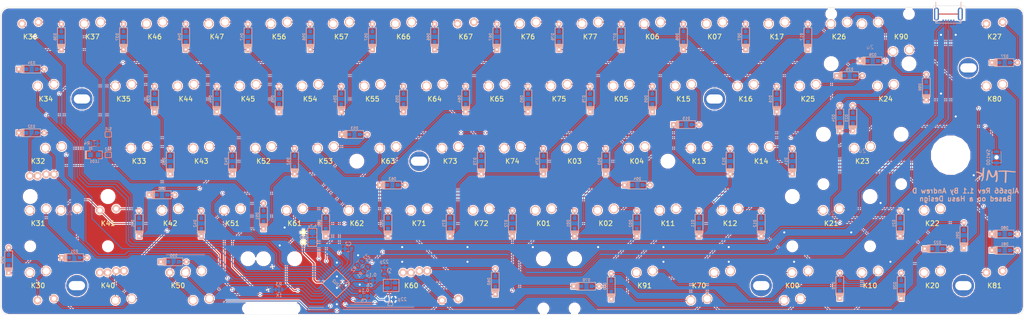
<source format=kicad_pcb>
(kicad_pcb (version 4) (host pcbnew 4.0.6)
  (title_block (title "TMK66 alps keyboard PCB") (date 2017-08-06) (rev F) (company TMK))
  (layers (0 F.Cu signal) (31 B.Cu signal) (34 B.Paste user) (35 F.Paste user) (36 B.SilkS user) (37 F.SilkS user) (38 B.Mask user) (39 F.Mask user) (44 Edge.Cuts user))
  (net 0 "")
  (net 1 +5V)
  (net 2 GND)
  (net 3 "Net-(C2-Pad1)")
  (net 4 "Net-(C3-Pad1)")
  (net 5 "Net-(C4-Pad1)")
  (net 6 "Net-(R3-Pad1)")
  (net 7 "Net-(SW100-Pad1)")
  (net 8 /D-)
  (net 9 /D+)
  (net 10 /D-R)
  (net 11 /D+R)
  (net 12 "Net-(LED1-Pad1)")
  (net 13 /row0)
  (net 14 /row1)
  (net 15 /row2)
  (net 16 /row3)
  (net 17 /row4)
  (net 18 /row5)
  (net 19 /row6)
  (net 20 /row7)
  (net 21 /col0)
  (net 22 /col1)
  (net 23 /col2)
  (net 24 /col3)
  (net 25 /col4)
  (net 26 /col5)
  (net 27 /col6)
  (net 28 /col7)
  (net 29 "Net-(D80-Pad2)")
  (net 30 "Net-(D80-Pad1)")
  (net 31 "Net-(D90-Pad2)")
  (net 32 "Net-(D90-Pad1)")
  (net 33 "Net-(K80-Pad1)")
  (net 34 "Net-(K81-Pad1)")
  (net 35 "Net-(LED1-Pad2)")
  (net 36 "Net-(SJ1-Pad1)")
  (net 37 "Net-(D00-Pad2)")
  (net 38 "Net-(D01-Pad2)")
  (net 39 "Net-(D02-Pad2)")
  (net 40 "Net-(D03-Pad2)")
  (net 41 "Net-(D04-Pad2)")
  (net 42 "Net-(D05-Pad2)")
  (net 43 "Net-(D06-Pad2)")
  (net 44 "Net-(D07-Pad2)")
  (net 45 "Net-(D10-Pad2)")
  (net 46 "Net-(D11-Pad2)")
  (net 47 "Net-(D12-Pad2)")
  (net 48 "Net-(D13-Pad2)")
  (net 49 "Net-(D14-Pad2)")
  (net 50 "Net-(D15-Pad2)")
  (net 51 "Net-(D16-Pad2)")
  (net 52 "Net-(D17-Pad2)")
  (net 53 "Net-(D20-Pad2)")
  (net 54 "Net-(D21-Pad2)")
  (net 55 "Net-(D22-Pad2)")
  (net 56 "Net-(D23-Pad2)")
  (net 57 "Net-(D24-Pad2)")
  (net 58 "Net-(D25-Pad2)")
  (net 59 "Net-(D26-Pad2)")
  (net 60 "Net-(D27-Pad2)")
  (net 61 "Net-(D30-Pad2)")
  (net 62 "Net-(D31-Pad2)")
  (net 63 "Net-(D32-Pad2)")
  (net 64 "Net-(D33-Pad2)")
  (net 65 "Net-(D34-Pad2)")
  (net 66 "Net-(D35-Pad2)")
  (net 67 "Net-(D36-Pad2)")
  (net 68 "Net-(D37-Pad2)")
  (net 69 "Net-(D40-Pad2)")
  (net 70 "Net-(D41-Pad2)")
  (net 71 "Net-(D42-Pad2)")
  (net 72 "Net-(D43-Pad2)")
  (net 73 "Net-(D44-Pad2)")
  (net 74 "Net-(D45-Pad2)")
  (net 75 "Net-(D46-Pad2)")
  (net 76 "Net-(D47-Pad2)")
  (net 77 "Net-(D50-Pad2)")
  (net 78 "Net-(D51-Pad2)")
  (net 79 "Net-(D52-Pad2)")
  (net 80 "Net-(D53-Pad2)")
  (net 81 "Net-(D54-Pad2)")
  (net 82 "Net-(D55-Pad2)")
  (net 83 "Net-(D56-Pad2)")
  (net 84 "Net-(D57-Pad2)")
  (net 85 "Net-(D60-Pad2)")
  (net 86 "Net-(D61-Pad2)")
  (net 87 "Net-(D62-Pad2)")
  (net 88 "Net-(D63-Pad2)")
  (net 89 "Net-(D64-Pad2)")
  (net 90 "Net-(D65-Pad2)")
  (net 91 "Net-(D66-Pad2)")
  (net 92 "Net-(D67-Pad2)")
  (net 93 "Net-(D70-Pad2)")
  (net 94 "Net-(D71-Pad2)")
  (net 95 "Net-(D72-Pad2)")
  (net 96 "Net-(D73-Pad2)")
  (net 97 "Net-(D74-Pad2)")
  (net 98 "Net-(D75-Pad2)")
  (net 99 "Net-(D76-Pad2)")
  (net 100 "Net-(D77-Pad2)")
  (net 101 "Net-(D81-Pad2)")
  (net 102 "Net-(D91-Pad2)")
  (net 103 "Net-(J1-Pad6)")
  (net 104 "Net-(J1-Pad4)")
  (module keyboard_parts:PIN_1 (layer F.Cu) (at 121.75 98)
    (fp_text reference P1 hide)
    (fp_text value GND (at 0 1.5) (layer B.SilkS) (effects (font (size 0.8 0.8)) (justify mirror)))
    (pad 1 thru_hole circle (at 0 0) (size 1.7 1.7) (drill 1.016) (layers *.Cu *.Mask F.SilkS) (net 2 GND))
  )
  (module Keyboard_Footprints:Via (layer F.Cu) (at 112.25 108.5)
    (fp_text reference Via hide)
    (fp_text value Via)
    (pad 1 thru_hole circle (at 0 0 10) (size 0.75 0.75) (drill 0.5) (layers *.Cu *.SilkS *.Mask) (net 2 GND))
  )
  (module Keyboard_Footprints:6u_stab_Centered (layer F.Cu) (at 157.1625 114.3 180)
    (fp_text reference 6u_stab hide)
    (fp_text value "" (at 0 0 180) (layer F.SilkS))
    (pad "" np_thru_hole circle (at 47.625 -7 180) (size 3.05 3.05) (drill 3.05) (layers *.Cu))
    (pad "" np_thru_hole circle (at 47.625 8.24 180) (size 4 4) (drill 4) (layers *.Cu))
  )
  (module Keyboard_Footprints:Poker_oval_hole (layer F.Cu) (at 247.65 57.15)
    (fp_text reference Poker_oval_hole hide)
    (fp_text value "" hide)
    (pad "" np_thru_hole circle (at 0 0) (size 6.5 6.5) (drill oval 5 2.8) (layers *.Cu *.Mask))
  )
  (module Keyboard_Footprints:2u_stab (layer F.Cu) (at 292.89375 76.2)
    (fp_text reference 2u (at 0 -3.175) (layer B.SilkS) (effects (font (size 1.2065 1.2065) (thickness 0.1016)) (justify mirror)))
    (fp_text value "" (at 0 0 180) (layer F.SilkS))
    (pad "" np_thru_hole circle (at 11.9 7 180) (size 3.05 3.05) (drill 3.05) (layers *.Cu))
    (pad "" np_thru_hole circle (at -11.9 7 180) (size 3.05 3.05) (drill 3.05) (layers *.Cu))
    (pad "" np_thru_hole circle (at 11.9 -8.24 180) (size 4 4) (drill 4) (layers *.Cu))
    (pad "" np_thru_hole circle (at -11.9 -8.24 180) (size 4 4) (drill 4) (layers *.Cu))
  )
  (module Keyboard_Footprints:2u_stab (layer F.Cu) (at 295.275 38.1 180)
    (fp_text reference 2u (at 0 -3.175 180) (layer B.SilkS) (effects (font (size 1.2065 1.2065) (thickness 0.1016)) (justify mirror)))
    (fp_text value "" (at 0 0 360) (layer F.SilkS))
    (pad "" np_thru_hole circle (at 11.9 7) (size 3.05 3.05) (drill 3.05) (layers *.Cu))
    (pad "" np_thru_hole circle (at -11.9 7) (size 3.05 3.05) (drill 3.05) (layers *.Cu))
    (pad "" np_thru_hole circle (at 11.9 -8.24) (size 4 4) (drill 4) (layers *.Cu))
    (pad "" np_thru_hole circle (at -11.9 -8.24) (size 4 4) (drill 4) (layers *.Cu))
  )
  (module Keyboard_Footprints:FC660c_small_hole (layer F.Cu) (at 233.3625 76.1875)
    (fp_text reference FC660c_small_hole hide)
    (fp_text value "" hide)
    (pad "" np_thru_hole circle (at 0 0.0125) (size 4 4) (drill 4) (layers *.Cu *.Mask))
  )
  (module Keyboard_Footprints:FC660c_small_hole (layer F.Cu) (at 138.1125 76.1875)
    (fp_text reference FC660c_small_hole hide)
    (fp_text value "" hide)
    (pad "" np_thru_hole circle (at 0 0.0125) (size 4 4) (drill 4) (layers *.Cu *.Mask))
  )
  (module Keyboard_Footprints:FC660c_big_hole (layer F.Cu) (at 319.95 74.35)
    (fp_text reference FC660c_big_hole hide)
    (fp_text value "" hide)
    (pad "" np_thru_hole circle (at 0 0) (size 11.5 11.5) (drill 11.5) (layers *.Cu *.Mask))
  )
  (module Keyboard_Footprints:Via (layer F.Cu) (at 111 115.5)
    (fp_text reference Via hide)
    (fp_text value Via)
    (pad 1 thru_hole circle (at 0 0 10) (size 0.75 0.75) (drill 0.5) (layers *.Cu *.SilkS *.Mask) (net 2 GND))
  )
  (module Keyboard_Footprints:Poker_oval_hole (layer F.Cu) (at 157.1625 76.2)
    (fp_text reference Poker_oval_hole hide)
    (fp_text value "" hide)
    (pad "" np_thru_hole circle (at 0 0) (size 6 6) (drill oval 5 2.8) (layers *.Cu *.Mask))
  )
  (module Keyboard_Footprints:6u_stab_SP (layer F.Cu) (at 157.1625 114.3 180)
    (fp_text reference 6u_stab hide)
    (fp_text value "" (at 0 0 180) (layer F.SilkS))
    (pad "" np_thru_hole circle (at -38.1 -7 180) (size 3.05 3.05) (drill 3.05) (layers *.Cu))
    (pad "" np_thru_hole circle (at 38.1 -7 180) (size 3.05 3.05) (drill 3.05) (layers *.Cu))
    (pad "" np_thru_hole circle (at -38.1 8.24 180) (size 4 4) (drill 4) (layers *.Cu))
    (pad "" np_thru_hole circle (at 38.1 8.24 180) (size 4 4) (drill 4) (layers *.Cu))
  )
  (module Keyboard_Footprints:2u_stab (layer F.Cu) (at 283.36875 95.25)
    (fp_text reference 2u (at 0 -3.175) (layer B.SilkS) (effects (font (size 1.2065 1.2065) (thickness 0.1016)) (justify mirror)))
    (fp_text value "" (at 0 0 180) (layer F.SilkS))
    (pad "" np_thru_hole circle (at 11.9 7 180) (size 3.05 3.05) (drill 3.05) (layers *.Cu))
    (pad "" np_thru_hole circle (at -11.9 7 180) (size 3.05 3.05) (drill 3.05) (layers *.Cu))
    (pad "" np_thru_hole circle (at 11.9 -8.24 180) (size 4 4) (drill 4) (layers *.Cu))
    (pad "" np_thru_hole circle (at -11.9 -8.24 180) (size 4 4) (drill 4) (layers *.Cu))
  )
  (module keyboard_parts:SOLDER_JUMPER_2 (layer B.Cu) (at 62 74.25 180)
    (fp_text reference SJ2 (at 0 1.7 180) (layer B.SilkS) (effects (font (size 0.8 0.8)) (justify mirror)))
    (fp_text value SOLDER_JUMPER hide)
    (pad 2 smd rect (at 0.4 0 180) (size 0.6 1.2) (layers B.Cu B.Mask) (net 35 "Net-(LED1-Pad2)") (clearance 0.1))
    (pad 1 smd rect (at -0.4 0 180) (size 0.6 1.2) (layers B.Cu B.Mask) (net 36 "Net-(SJ1-Pad1)") (clearance 0.1))
  )
  (module keyboard_parts:SOLDER_JUMPER_2 (layer B.Cu) (at 62 68 180)
    (fp_text reference SJ1 (at 0 1.7 180) (layer B.SilkS) (effects (font (size 0.8 0.8)) (justify mirror)))
    (fp_text value SOLDER_JUMPER hide)
    (pad 2 smd rect (at 0.4 0 180) (size 0.6 1.2) (layers B.Cu B.Mask) (net 32 "Net-(D90-Pad1)") (clearance 0.1))
    (pad 1 smd rect (at -0.4 0 180) (size 0.6 1.2) (layers B.Cu B.Mask) (net 36 "Net-(SJ1-Pad1)") (clearance 0.1))
  )
  (module keyboard_parts:LED_2012_HSOL (layer B.Cu) (at 57.75 74.25)
    (fp_text reference LED1 (at 0 2) (layer B.SilkS) (effects (font (size 0.8 0.8)) (justify mirror)))
    (fp_text value LED hide)
    (pad 1 smd rect (at -1.1 0) (size 1.6 1.6) (drill (offset -0.1 0)) (layers B.Cu B.Paste B.Mask) (net 12 "Net-(LED1-Pad1)"))
    (pad 2 smd rect (at 1.1 0) (size 1.6 1.6) (drill (offset 0.1 0)) (layers B.Cu B.Paste B.Mask) (net 35 "Net-(LED1-Pad2)"))
  )
  (module Keyboard_Footprints:Poker_oval_hole (layer F.Cu) (at 53.9375 57.1375)
    (fp_text reference Poker_oval_hole hide)
    (fp_text value "" hide)
    (pad "" np_thru_hole circle (at 0 0) (size 6.5 6.5) (drill oval 5 2.8) (layers *.Cu *.Mask))
  )
  (module Keyboard_Footprints:Poker_oval_hole (layer F.Cu) (at 52.3875 114.2875)
    (fp_text reference Poker_oval_hole hide)
    (fp_text value "" hide)
    (pad "" np_thru_hole circle (at 0 0.0125) (size 6.5 6.5) (drill oval 5 2.8) (layers *.Cu *.Mask))
  )
  (module Keyboard_Footprints:Poker_oval_hole (layer F.Cu) (at 323.85 114.3)
    (fp_text reference Poker_oval_hole hide)
    (fp_text value "" hide)
    (pad "" np_thru_hole circle (at 0 0.0125) (size 6.5 6.5) (drill oval 5 2.8) (layers *.Cu *.Mask))
  )
  (module keyboard_parts:QFP32_reflow (layer B.Cu) (at 131.8875 113.6875 135)
    (fp_text reference U1 hide)
    (fp_text value 32U2 (at 0.003536 -0.007071 135) (layer B.SilkS) (effects (font (size 0.8 0.8)) (justify mirror)))
    (pad 1 smd rect (at -4.199999 2.8 135) (size 1.5 0.55) (layers B.Cu B.Paste B.Mask) (net 5 "Net-(C4-Pad1)") (clearance 0.15))
    (pad 2 smd rect (at -4.2 2 135) (size 1.5 0.55) (layers B.Cu B.Paste B.Mask) (net 4 "Net-(C3-Pad1)") (clearance 0.15))
    (pad 3 smd rect (at -4.2 1.200001 135) (size 1.5 0.55) (layers B.Cu B.Paste B.Mask) (net 2 GND) (clearance 0.15))
    (pad 4 smd rect (at -4.2 0.4 135) (size 1.5 0.55) (layers B.Cu B.Paste B.Mask) (net 1 +5V) (clearance 0.15))
    (pad 5 smd rect (at -4.2 -0.4 135) (size 1.5 0.55) (layers B.Cu B.Paste B.Mask) (net 20 /row7) (clearance 0.15))
    (pad 6 smd rect (at -4.2 -1.200001 135) (size 1.5 0.55) (layers B.Cu B.Paste B.Mask) (net 13 /row0) (clearance 0.15))
    (pad 7 smd rect (at -4.2 -2 135) (size 1.5 0.55) (layers B.Cu B.Paste B.Mask) (net 14 /row1) (clearance 0.15))
    (pad 8 smd rect (at -4.199999 -2.8 135) (size 1.5 0.55) (layers B.Cu B.Paste B.Mask) (net 15 /row2) (clearance 0.15))
    (pad 9 smd rect (at -2.8 -4.199999 135) (size 0.55 1.5) (layers B.Cu B.Paste B.Mask) (net 16 /row3) (clearance 0.15))
    (pad 10 smd rect (at -2 -4.2 135) (size 0.55 1.5) (layers B.Cu B.Paste B.Mask) (net 17 /row4) (clearance 0.15))
    (pad 11 smd rect (at -1.200001 -4.2 135) (size 0.55 1.5) (layers B.Cu B.Paste B.Mask) (net 18 /row5) (clearance 0.15))
    (pad 12 smd rect (at -0.4 -4.2 135) (size 0.55 1.5) (layers B.Cu B.Paste B.Mask) (net 19 /row6) (clearance 0.15))
    (pad 13 smd rect (at 0.4 -4.2 135) (size 0.55 1.5) (layers B.Cu B.Paste B.Mask) (net 6 "Net-(R3-Pad1)") (clearance 0.15))
    (pad 14 smd rect (at 1.200001 -4.2 135) (size 0.55 1.5) (layers B.Cu B.Paste B.Mask) (net 21 /col0) (clearance 0.15))
    (pad 15 smd rect (at 2 -4.2 135) (size 0.55 1.5) (layers B.Cu B.Paste B.Mask) (net 22 /col1) (clearance 0.15))
    (pad 16 smd rect (at 2.8 -4.199999 135) (size 0.55 1.5) (layers B.Cu B.Paste B.Mask) (net 23 /col2) (clearance 0.15))
    (pad 17 smd rect (at 4.199999 -2.8 135) (size 1.5 0.55) (layers B.Cu B.Paste B.Mask) (net 24 /col3) (clearance 0.15))
    (pad 18 smd rect (at 4.2 -2 135) (size 1.5 0.55) (layers B.Cu B.Paste B.Mask) (net 25 /col4) (clearance 0.15))
    (pad 19 smd rect (at 4.2 -1.200001 135) (size 1.5 0.55) (layers B.Cu B.Paste B.Mask) (net 26 /col5) (clearance 0.15))
    (pad 20 smd rect (at 4.2 -0.4 135) (size 1.5 0.55) (layers B.Cu B.Paste B.Mask) (net 27 /col6) (clearance 0.15))
    (pad 21 smd rect (at 4.2 0.4 135) (size 1.5 0.55) (layers B.Cu B.Paste B.Mask) (net 28 /col7) (clearance 0.15))
    (pad 22 smd rect (at 4.2 1.200001 135) (size 1.5 0.55) (layers B.Cu B.Paste B.Mask) (net 33 "Net-(K80-Pad1)") (clearance 0.15))
    (pad 23 smd rect (at 4.2 2 135) (size 1.5 0.55) (layers B.Cu B.Paste B.Mask) (net 34 "Net-(K81-Pad1)") (clearance 0.15))
    (pad 24 smd rect (at 4.199999 2.8 135) (size 1.5 0.55) (layers B.Cu B.Paste B.Mask) (net 7 "Net-(SW100-Pad1)") (clearance 0.15))
    (pad 25 smd rect (at 2.8 4.199999 135) (size 0.55 1.5) (layers B.Cu B.Paste B.Mask) (net 36 "Net-(SJ1-Pad1)") (clearance 0.15))
    (pad 26 smd rect (at 2 4.2 135) (size 0.55 1.5) (layers B.Cu B.Paste B.Mask) (net 30 "Net-(D80-Pad1)") (clearance 0.15))
    (pad 27 smd rect (at 1.200001 4.2 135) (size 0.55 1.5) (layers B.Cu B.Paste B.Mask) (net 3 "Net-(C2-Pad1)") (clearance 0.15))
    (pad 28 smd rect (at 0.4 4.2 135) (size 0.55 1.5) (layers B.Cu B.Paste B.Mask) (net 2 GND) (clearance 0.15))
    (pad 29 smd rect (at -0.4 4.2 135) (size 0.55 1.5) (layers B.Cu B.Paste B.Mask) (net 11 /D+R) (clearance 0.15))
    (pad 30 smd rect (at -1.200001 4.2 135) (size 0.55 1.5) (layers B.Cu B.Paste B.Mask) (net 10 /D-R) (clearance 0.15))
    (pad 31 smd rect (at -2 4.2 135) (size 0.55 1.5) (layers B.Cu B.Paste B.Mask) (net 1 +5V) (clearance 0.15))
    (pad 32 smd rect (at -2.8 4.199999 135) (size 0.55 1.5) (layers B.Cu B.Paste B.Mask) (net 1 +5V) (clearance 0.15))
  )
  (module keyboard_parts:C_3216 (layer B.Cu) (at 124.5 99.5 90)
    (fp_text reference C1 hide)
    (fp_text value 4.7u (at 3.5 0 180) (layer B.SilkS) (effects (font (size 0.8 0.8)) (justify mirror)))
    (pad 1 smd rect (at -1.5 0 90) (size 1.8 2) (layers B.Cu B.Paste B.Mask) (net 1 +5V))
    (pad 2 smd rect (at 1.5 0 90) (size 1.8 2) (layers B.Cu B.Paste B.Mask) (net 2 GND))
  )
  (module keyboard_parts:FA-238 (layer B.Cu) (at 148.61875 114.2375)
    (fp_text reference X1 hide)
    (fp_text value CRYSTAL hide)
    (pad 3 smd rect (at -1.1 0.8) (size 1.4 1.2) (drill (offset -0.1 0.05)) (layers B.Cu B.Paste B.Mask) (net 2 GND) (clearance 0.2))
    (pad 2 smd rect (at 1.1 0.8) (size 1.4 1.2) (drill (offset 0.1 0.05)) (layers B.Cu B.Paste B.Mask) (net 4 "Net-(C3-Pad1)") (clearance 0.2))
    (pad 1 smd rect (at -1.1 -0.8) (size 1.4 1.2) (drill (offset -0.1 -0.05)) (layers B.Cu B.Paste B.Mask) (net 5 "Net-(C4-Pad1)") (clearance 0.2))
    (pad 3 smd rect (at 1.1 -0.8) (size 1.4 1.2) (drill (offset 0.1 -0.05)) (layers B.Cu B.Paste B.Mask) (net 2 GND) (clearance 0.2))
  )
  (module keyboard_parts:PIN_1 (layer F.Cu) (at 121.75 101)
    (fp_text reference P2 hide)
    (fp_text value 5V (at 0 1.5) (layer B.SilkS) (effects (font (size 0.8 0.8)) (justify mirror)))
    (pad 1 thru_hole circle (at 0 0) (size 1.7 1.7) (drill 1.016) (layers *.Cu *.Mask F.SilkS) (net 1 +5V))
  )
  (module Keyboard_Footprints:Poker_oval_hole (layer F.Cu) (at 261.9375 114.3)
    (fp_text reference Poker_oval_hole hide)
    (fp_text value "" hide)
    (pad "" np_thru_hole circle (at 0 0) (size 6.5 6.5) (drill oval 5 2.8) (layers *.Cu *.Mask))
  )
  (module Keyboard_Footprints:2u_stab (layer F.Cu) (at 50.00625 95.25)
    (fp_text reference 2u (at 0 -3.175) (layer B.SilkS) (effects (font (size 1.2065 1.2065) (thickness 0.1016)) (justify mirror)))
    (fp_text value "" (at 0 0 180) (layer F.SilkS))
    (pad "" np_thru_hole circle (at 11.9 7 180) (size 3.05 3.05) (drill 3.05) (layers *.Cu))
    (pad "" np_thru_hole circle (at -11.9 7 180) (size 3.05 3.05) (drill 3.05) (layers *.Cu))
    (pad "" np_thru_hole circle (at 11.9 -8.24 180) (size 4 4) (drill 4) (layers *.Cu))
    (pad "" np_thru_hole circle (at -11.9 -8.24 180) (size 4 4) (drill 4) (layers *.Cu))
  )
  (module Keyboard_Footprints:6.25u_stab (layer F.Cu) (at 154.78125 114.3 180)
    (fp_text reference 6.25u_stab hide)
    (fp_text value "" (at 0 0 180) (layer F.SilkS))
    (pad "" np_thru_hole circle (at -50.00625 -7 180) (size 3.05 3.05) (drill 3.05) (layers *.Cu))
    (pad "" np_thru_hole circle (at 50.00625 -7 180) (size 3.05 3.05) (drill 3.05) (layers *.Cu))
    (pad "" np_thru_hole circle (at -50.00625 8.24 180) (size 4 4) (drill 4) (layers *.Cu))
    (pad "" np_thru_hole circle (at 50.00625 8.24 180) (size 4 4) (drill 4) (layers *.Cu))
  )
  (module Capacitors_SMD:C_0805 (layer B.Cu) (at 135.5 103 180)
    (fp_text reference C2 (at 0 1.5 180) (layer B.SilkS) (effects (justify mirror)))
    (fp_text value 1u)
    (pad 1 smd rect (at -1 0 180) (size 1 1.25) (layers B.Cu B.Paste B.Mask) (net 3 "Net-(C2-Pad1)"))
    (pad 2 smd rect (at 1 0 180) (size 1 1.25) (layers B.Cu B.Paste B.Mask) (net 2 GND))
  )
  (module Capacitors_SMD:C_0805 (layer B.Cu) (at 148.36875 118.4875)
    (fp_text reference C3 (at 0 1.5) (layer B.SilkS) (effects (justify mirror)))
    (fp_text value 22p (at 3.63125 0.0125) (layer B.SilkS) (effects (justify mirror)))
    (pad 1 smd rect (at -1 0) (size 1 1.25) (layers B.Cu B.Paste B.Mask) (net 4 "Net-(C3-Pad1)"))
    (pad 2 smd rect (at 1 0) (size 1 1.25) (layers B.Cu B.Paste B.Mask) (net 2 GND))
  )
  (module Capacitors_SMD:C_0805 (layer B.Cu) (at 146.61875 109.7375 90)
    (fp_text reference C4 (at 0 1.5 90) (layer B.SilkS) (effects (justify mirror)))
    (fp_text value 22p (at 2.7375 -0.11875 180) (layer B.SilkS) (effects (justify mirror)))
    (pad 1 smd rect (at -1 0 90) (size 1 1.25) (layers B.Cu B.Paste B.Mask) (net 5 "Net-(C4-Pad1)"))
    (pad 2 smd rect (at 1 0 90) (size 1 1.25) (layers B.Cu B.Paste B.Mask) (net 2 GND))
  )
  (module Capacitors_SMD:C_0805 (layer B.Cu) (at 140.25 117.5)
    (fp_text reference C5 (at 0 1.5) (layer B.SilkS) (effects (justify mirror)))
    (fp_text value 0.1u (at 0 -1.75) (layer B.SilkS) (effects (justify mirror)))
    (pad 1 smd rect (at -1 0) (size 1 1.25) (layers B.Cu B.Paste B.Mask) (net 1 +5V))
    (pad 2 smd rect (at 1 0) (size 1 1.25) (layers B.Cu B.Paste B.Mask) (net 2 GND))
  )
  (module Capacitors_SMD:C_0805 (layer B.Cu) (at 142 112.75)
    (fp_text reference C6 (at 0 1.5) (layer B.SilkS) (effects (justify mirror)))
    (fp_text value 0.1u (at 0.5 -1.75) (layer B.SilkS) (effects (justify mirror)))
    (pad 1 smd rect (at -1 0) (size 1 1.25) (layers B.Cu B.Paste B.Mask) (net 1 +5V))
    (pad 2 smd rect (at 1 0) (size 1 1.25) (layers B.Cu B.Paste B.Mask) (net 2 GND))
  )
  (module Resistors_SMD:R_0805 (layer B.Cu) (at 140.75 109.25 225)
    (fp_text reference R1 (at 2.474874 0 225) (layer B.SilkS) (effects (justify mirror)))
    (fp_text value 22 (at -2.828427 1.06066 225) (layer B.SilkS) (effects (justify mirror)))
    (pad 1 smd rect (at -0.95 0 225) (size 0.7 1.3) (layers B.Cu B.Paste B.Mask) (net 8 /D-))
    (pad 2 smd rect (at 0.95 0 225) (size 0.7 1.3) (layers B.Cu B.Paste B.Mask) (net 10 /D-R))
  )
  (module Resistors_SMD:R_0805 (layer B.Cu) (at 139 107.5 225)
    (fp_text reference R2 (at 2.474874 0 225) (layer B.SilkS) (effects (justify mirror)))
    (fp_text value 22 (at -2.828427 0 225) (layer B.SilkS) (effects (justify mirror)))
    (pad 1 smd rect (at -0.95 0 225) (size 0.7 1.3) (layers B.Cu B.Paste B.Mask) (net 9 /D+))
    (pad 2 smd rect (at 0.95 0 225) (size 0.7 1.3) (layers B.Cu B.Paste B.Mask) (net 11 /D+R))
  )
  (module Resistors_SMD:R_0805 (layer B.Cu) (at 114.25 115.5 180)
    (fp_text reference R3 (at 0 1.65 180) (layer B.SilkS) (effects (justify mirror)))
    (fp_text value 1K (at 0 -1.75 180) (layer B.SilkS) (effects (justify mirror)))
    (pad 1 smd rect (at -0.95 0 180) (size 0.7 1.3) (layers B.Cu B.Paste B.Mask) (net 6 "Net-(R3-Pad1)"))
    (pad 2 smd rect (at 0.95 0 180) (size 0.7 1.3) (layers B.Cu B.Paste B.Mask) (net 2 GND))
  )
  (module Resistors_SMD:R_0805 (layer B.Cu) (at 57.75 70.75)
    (fp_text reference R4 (at -2.25 0) (layer B.SilkS) (effects (justify mirror)))
    (fp_text value 1K)
    (pad 1 smd rect (at -0.95 0) (size 0.7 1.3) (layers B.Cu B.Paste B.Mask) (net 12 "Net-(LED1-Pad1)"))
    (pad 2 smd rect (at 0.95 0) (size 0.7 1.3) (layers B.Cu B.Paste B.Mask) (net 2 GND))
  )
  (module keyboard_parts:USB_miniB_hirose_5S8 (layer B.Cu) (at 319.25 33.5375)
    (fp_text reference J1 hide)
    (fp_text value USB_mini_micro_B hide)
    (pad 1 smd rect (at -1.6 0) (size 0.5 1.4) (layers B.Cu B.Paste B.Mask) (net 1 +5V))
    (pad 2 smd rect (at -0.8 0) (size 0.5 1.4) (layers B.Cu B.Paste B.Mask) (net 8 /D-))
    (pad 3 smd rect (at 0 0) (size 0.5 1.4) (layers B.Cu B.Paste B.Mask) (net 9 /D+))
    (pad 4 smd rect (at 0.8 0) (size 0.5 1.4) (layers B.Cu B.Paste B.Mask) (net 104 "Net-(J1-Pad4)"))
    (pad 5 smd rect (at 1.6 0) (size 0.5 1.4) (layers B.Cu B.Paste B.Mask) (net 2 GND))
    (pad 6 thru_hole oval (at -3.65 -2.4) (size 1.5 4) (drill oval 0.7 3.2) (layers *.Cu *.Mask B.Paste) (net 103 "Net-(J1-Pad6)"))
    (pad 6 thru_hole oval (at 3.65 -2.4) (size 1.5 4) (drill oval 0.7 3.2) (layers *.Cu *.Mask B.Paste) (net 103 "Net-(J1-Pad6)"))
  )
  (module Buttons_Switches_SMD:SW_SPST_B3U-1000P-B (layer B.Cu) (at 334 75 270)
    (fp_text reference SW100 (at 0 2.5 270) (layer B.SilkS) (effects (justify mirror)))
    (fp_text value SW_PUSH)
    (pad 1 smd rect (at -1.7 0 270) (size 0.9 1.7) (layers B.Cu B.Paste B.Mask) (net 7 "Net-(SW100-Pad1)"))
    (pad 2 smd rect (at 1.7 0 270) (size 0.9 1.7) (layers B.Cu B.Paste B.Mask) (net 2 GND))
    (pad "" np_thru_hole circle (at 0 0 270) (size 0.8 0.8) (drill 0.8) (layers *.Cu *.Mask))
  )
  (module keyboard_parts:tmk_logo (layer B.Cu) (at 333.5 80.5 180)
    (fp_text reference "" hide)
    (fp_text value "" hide)
  )
  (module keyboard_parts:D_SOD123_axial (layer B.Cu) (at 216 114.5 90)
    (fp_text reference D00 (at 0 -1.925 90) (layer B.SilkS) (effects (font (size 0.8 0.8)) (justify mirror)))
    (fp_text value D hide)
    (pad 2 smd rect (at 1.575 0 90) (size 1.2 1.2) (layers B.Cu B.Paste B.Mask) (net 37 "Net-(D00-Pad2)"))
    (pad 1 smd rect (at -1.575 0 90) (size 1.2 1.2) (layers B.Cu B.Paste B.Mask) (net 13 /row0))
    (pad 1 thru_hole rect (at -3.9 0 90) (size 1.6 1.6) (drill 0.7) (layers *.Cu *.Mask B.SilkS) (net 13 /row0))
    (pad 2 thru_hole circle (at 3.9 0 90) (size 1.6 1.6) (drill 0.7) (layers *.Cu *.Mask B.SilkS) (net 37 "Net-(D00-Pad2)"))
    (pad 1 smd rect (at -2.7 0 90) (size 2.5 0.5) (layers B.Cu) (net 13 /row0))
    (pad 2 smd rect (at 2.7 0 90) (size 2.5 0.5) (layers B.Cu) (net 37 "Net-(D00-Pad2)"))
  )
  (module keyboard_parts:D_SOD123_axial (layer B.Cu) (at 204.7875 95.25 90)
    (fp_text reference D01 (at 0 -1.925 90) (layer B.SilkS) (effects (font (size 0.8 0.8)) (justify mirror)))
    (fp_text value D hide)
    (pad 2 smd rect (at 1.575 0 90) (size 1.2 1.2) (layers B.Cu B.Paste B.Mask) (net 38 "Net-(D01-Pad2)"))
    (pad 1 smd rect (at -1.575 0 90) (size 1.2 1.2) (layers B.Cu B.Paste B.Mask) (net 13 /row0))
    (pad 1 thru_hole rect (at -3.9 0 90) (size 1.6 1.6) (drill 0.7) (layers *.Cu *.Mask B.SilkS) (net 13 /row0))
    (pad 2 thru_hole circle (at 3.9 0 90) (size 1.6 1.6) (drill 0.7) (layers *.Cu *.Mask B.SilkS) (net 38 "Net-(D01-Pad2)"))
    (pad 1 smd rect (at -2.7 0 90) (size 2.5 0.5) (layers B.Cu) (net 13 /row0))
    (pad 2 smd rect (at 2.7 0 90) (size 2.5 0.5) (layers B.Cu) (net 38 "Net-(D01-Pad2)"))
  )
  (module keyboard_parts:D_SOD123_axial (layer B.Cu) (at 223.8375 95.25 90)
    (fp_text reference D02 (at 0 -1.925 90) (layer B.SilkS) (effects (font (size 0.8 0.8)) (justify mirror)))
    (fp_text value D hide)
    (pad 2 smd rect (at 1.575 0 90) (size 1.2 1.2) (layers B.Cu B.Paste B.Mask) (net 39 "Net-(D02-Pad2)"))
    (pad 1 smd rect (at -1.575 0 90) (size 1.2 1.2) (layers B.Cu B.Paste B.Mask) (net 13 /row0))
    (pad 1 thru_hole rect (at -3.9 0 90) (size 1.6 1.6) (drill 0.7) (layers *.Cu *.Mask B.SilkS) (net 13 /row0))
    (pad 2 thru_hole circle (at 3.9 0 90) (size 1.6 1.6) (drill 0.7) (layers *.Cu *.Mask B.SilkS) (net 39 "Net-(D02-Pad2)"))
    (pad 1 smd rect (at -2.7 0 90) (size 2.5 0.5) (layers B.Cu) (net 13 /row0))
    (pad 2 smd rect (at 2.7 0 90) (size 2.5 0.5) (layers B.Cu) (net 39 "Net-(D02-Pad2)"))
  )
  (module keyboard_parts:D_SOD123_axial (layer B.Cu) (at 214.3125 76.2 90)
    (fp_text reference D03 (at 0 -1.925 90) (layer B.SilkS) (effects (font (size 0.8 0.8)) (justify mirror)))
    (fp_text value D hide)
    (pad 2 smd rect (at 1.575 0 90) (size 1.2 1.2) (layers B.Cu B.Paste B.Mask) (net 40 "Net-(D03-Pad2)"))
    (pad 1 smd rect (at -1.575 0 90) (size 1.2 1.2) (layers B.Cu B.Paste B.Mask) (net 13 /row0))
    (pad 1 thru_hole rect (at -3.9 0 90) (size 1.6 1.6) (drill 0.7) (layers *.Cu *.Mask B.SilkS) (net 13 /row0))
    (pad 2 thru_hole circle (at 3.9 0 90) (size 1.6 1.6) (drill 0.7) (layers *.Cu *.Mask B.SilkS) (net 40 "Net-(D03-Pad2)"))
    (pad 1 smd rect (at -2.7 0 90) (size 2.5 0.5) (layers B.Cu) (net 13 /row0))
    (pad 2 smd rect (at 2.7 0 90) (size 2.5 0.5) (layers B.Cu) (net 40 "Net-(D03-Pad2)"))
  )
  (module keyboard_parts:D_SOD123_axial (layer B.Cu) (at 224 83.5)
    (fp_text reference D04 (at 0 -1.925) (layer B.SilkS) (effects (font (size 0.8 0.8)) (justify mirror)))
    (fp_text value D hide)
    (pad 2 smd rect (at 1.575 0) (size 1.2 1.2) (layers B.Cu B.Paste B.Mask) (net 41 "Net-(D04-Pad2)"))
    (pad 1 smd rect (at -1.575 0) (size 1.2 1.2) (layers B.Cu B.Paste B.Mask) (net 13 /row0))
    (pad 1 thru_hole rect (at -3.9 0) (size 1.6 1.6) (drill 0.7) (layers *.Cu *.Mask B.SilkS) (net 13 /row0))
    (pad 2 thru_hole circle (at 3.9 0) (size 1.6 1.6) (drill 0.7) (layers *.Cu *.Mask B.SilkS) (net 41 "Net-(D04-Pad2)"))
    (pad 1 smd rect (at -2.7 0) (size 2.5 0.5) (layers B.Cu) (net 13 /row0))
    (pad 2 smd rect (at 2.7 0) (size 2.5 0.5) (layers B.Cu) (net 41 "Net-(D04-Pad2)"))
  )
  (module keyboard_parts:D_SOD123_axial (layer B.Cu) (at 228.6 57.15 90)
    (fp_text reference D05 (at 0 -1.925 90) (layer B.SilkS) (effects (font (size 0.8 0.8)) (justify mirror)))
    (fp_text value D hide)
    (pad 2 smd rect (at 1.575 0 90) (size 1.2 1.2) (layers B.Cu B.Paste B.Mask) (net 42 "Net-(D05-Pad2)"))
    (pad 1 smd rect (at -1.575 0 90) (size 1.2 1.2) (layers B.Cu B.Paste B.Mask) (net 13 /row0))
    (pad 1 thru_hole rect (at -3.9 0 90) (size 1.6 1.6) (drill 0.7) (layers *.Cu *.Mask B.SilkS) (net 13 /row0))
    (pad 2 thru_hole circle (at 3.9 0 90) (size 1.6 1.6) (drill 0.7) (layers *.Cu *.Mask B.SilkS) (net 42 "Net-(D05-Pad2)"))
    (pad 1 smd rect (at -2.7 0 90) (size 2.5 0.5) (layers B.Cu) (net 13 /row0))
    (pad 2 smd rect (at 2.7 0 90) (size 2.5 0.5) (layers B.Cu) (net 42 "Net-(D05-Pad2)"))
  )
  (module keyboard_parts:D_SOD123_axial (layer B.Cu) (at 238.125 38.1 90)
    (fp_text reference D06 (at 0 -1.925 90) (layer B.SilkS) (effects (font (size 0.8 0.8)) (justify mirror)))
    (fp_text value D hide)
    (pad 2 smd rect (at 1.575 0 90) (size 1.2 1.2) (layers B.Cu B.Paste B.Mask) (net 43 "Net-(D06-Pad2)"))
    (pad 1 smd rect (at -1.575 0 90) (size 1.2 1.2) (layers B.Cu B.Paste B.Mask) (net 13 /row0))
    (pad 1 thru_hole rect (at -3.9 0 90) (size 1.6 1.6) (drill 0.7) (layers *.Cu *.Mask B.SilkS) (net 13 /row0))
    (pad 2 thru_hole circle (at 3.9 0 90) (size 1.6 1.6) (drill 0.7) (layers *.Cu *.Mask B.SilkS) (net 43 "Net-(D06-Pad2)"))
    (pad 1 smd rect (at -2.7 0 90) (size 2.5 0.5) (layers B.Cu) (net 13 /row0))
    (pad 2 smd rect (at 2.7 0 90) (size 2.5 0.5) (layers B.Cu) (net 43 "Net-(D06-Pad2)"))
  )
  (module keyboard_parts:D_SOD123_axial (layer B.Cu) (at 257.1625 38.0875 90)
    (fp_text reference D07 (at 0 -1.925 90) (layer B.SilkS) (effects (font (size 0.8 0.8)) (justify mirror)))
    (fp_text value D hide)
    (pad 2 smd rect (at 1.575 0 90) (size 1.2 1.2) (layers B.Cu B.Paste B.Mask) (net 44 "Net-(D07-Pad2)"))
    (pad 1 smd rect (at -1.575 0 90) (size 1.2 1.2) (layers B.Cu B.Paste B.Mask) (net 13 /row0))
    (pad 1 thru_hole rect (at -3.9 0 90) (size 1.6 1.6) (drill 0.7) (layers *.Cu *.Mask B.SilkS) (net 13 /row0))
    (pad 2 thru_hole circle (at 3.9 0 90) (size 1.6 1.6) (drill 0.7) (layers *.Cu *.Mask B.SilkS) (net 44 "Net-(D07-Pad2)"))
    (pad 1 smd rect (at -2.7 0 90) (size 2.5 0.5) (layers B.Cu) (net 13 /row0))
    (pad 2 smd rect (at 2.7 0 90) (size 2.5 0.5) (layers B.Cu) (net 44 "Net-(D07-Pad2)"))
  )
  (module keyboard_parts:D_SOD123_axial (layer B.Cu) (at 286 114.3 90)
    (fp_text reference D10 (at 0 -1.925 90) (layer B.SilkS) (effects (font (size 0.8 0.8)) (justify mirror)))
    (fp_text value D hide)
    (pad 2 smd rect (at 1.575 0 90) (size 1.2 1.2) (layers B.Cu B.Paste B.Mask) (net 45 "Net-(D10-Pad2)"))
    (pad 1 smd rect (at -1.575 0 90) (size 1.2 1.2) (layers B.Cu B.Paste B.Mask) (net 14 /row1))
    (pad 1 thru_hole rect (at -3.9 0 90) (size 1.6 1.6) (drill 0.7) (layers *.Cu *.Mask B.SilkS) (net 14 /row1))
    (pad 2 thru_hole circle (at 3.9 0 90) (size 1.6 1.6) (drill 0.7) (layers *.Cu *.Mask B.SilkS) (net 45 "Net-(D10-Pad2)"))
    (pad 1 smd rect (at -2.7 0 90) (size 2.5 0.5) (layers B.Cu) (net 14 /row1))
    (pad 2 smd rect (at 2.7 0 90) (size 2.5 0.5) (layers B.Cu) (net 45 "Net-(D10-Pad2)"))
  )
  (module keyboard_parts:D_SOD123_axial (layer B.Cu) (at 242.8875 95.25 90)
    (fp_text reference D11 (at 0 -1.925 90) (layer B.SilkS) (effects (font (size 0.8 0.8)) (justify mirror)))
    (fp_text value D hide)
    (pad 2 smd rect (at 1.575 0 90) (size 1.2 1.2) (layers B.Cu B.Paste B.Mask) (net 46 "Net-(D11-Pad2)"))
    (pad 1 smd rect (at -1.575 0 90) (size 1.2 1.2) (layers B.Cu B.Paste B.Mask) (net 14 /row1))
    (pad 1 thru_hole rect (at -3.9 0 90) (size 1.6 1.6) (drill 0.7) (layers *.Cu *.Mask B.SilkS) (net 14 /row1))
    (pad 2 thru_hole circle (at 3.9 0 90) (size 1.6 1.6) (drill 0.7) (layers *.Cu *.Mask B.SilkS) (net 46 "Net-(D11-Pad2)"))
    (pad 1 smd rect (at -2.7 0 90) (size 2.5 0.5) (layers B.Cu) (net 14 /row1))
    (pad 2 smd rect (at 2.7 0 90) (size 2.5 0.5) (layers B.Cu) (net 46 "Net-(D11-Pad2)"))
  )
  (module keyboard_parts:D_SOD123_axial (layer B.Cu) (at 261.9375 95.25 90)
    (fp_text reference D12 (at 0 -1.925 90) (layer B.SilkS) (effects (font (size 0.8 0.8)) (justify mirror)))
    (fp_text value D hide)
    (pad 2 smd rect (at 1.575 0 90) (size 1.2 1.2) (layers B.Cu B.Paste B.Mask) (net 47 "Net-(D12-Pad2)"))
    (pad 1 smd rect (at -1.575 0 90) (size 1.2 1.2) (layers B.Cu B.Paste B.Mask) (net 14 /row1))
    (pad 1 thru_hole rect (at -3.9 0 90) (size 1.6 1.6) (drill 0.7) (layers *.Cu *.Mask B.SilkS) (net 14 /row1))
    (pad 2 thru_hole circle (at 3.9 0 90) (size 1.6 1.6) (drill 0.7) (layers *.Cu *.Mask B.SilkS) (net 47 "Net-(D12-Pad2)"))
    (pad 1 smd rect (at -2.7 0 90) (size 2.5 0.5) (layers B.Cu) (net 14 /row1))
    (pad 2 smd rect (at 2.7 0 90) (size 2.5 0.5) (layers B.Cu) (net 47 "Net-(D12-Pad2)"))
  )
  (module keyboard_parts:D_SOD123_axial (layer B.Cu) (at 252.4125 76.2 90)
    (fp_text reference D13 (at 0 -1.925 90) (layer B.SilkS) (effects (font (size 0.8 0.8)) (justify mirror)))
    (fp_text value D hide)
    (pad 2 smd rect (at 1.575 0 90) (size 1.2 1.2) (layers B.Cu B.Paste B.Mask) (net 48 "Net-(D13-Pad2)"))
    (pad 1 smd rect (at -1.575 0 90) (size 1.2 1.2) (layers B.Cu B.Paste B.Mask) (net 14 /row1))
    (pad 1 thru_hole rect (at -3.9 0 90) (size 1.6 1.6) (drill 0.7) (layers *.Cu *.Mask B.SilkS) (net 14 /row1))
    (pad 2 thru_hole circle (at 3.9 0 90) (size 1.6 1.6) (drill 0.7) (layers *.Cu *.Mask B.SilkS) (net 48 "Net-(D13-Pad2)"))
    (pad 1 smd rect (at -2.7 0 90) (size 2.5 0.5) (layers B.Cu) (net 14 /row1))
    (pad 2 smd rect (at 2.7 0 90) (size 2.5 0.5) (layers B.Cu) (net 48 "Net-(D13-Pad2)"))
  )
  (module keyboard_parts:D_SOD123_axial (layer B.Cu) (at 271.4625 76.2 90)
    (fp_text reference D14 (at 0 -1.925 90) (layer B.SilkS) (effects (font (size 0.8 0.8)) (justify mirror)))
    (fp_text value D hide)
    (pad 2 smd rect (at 1.575 0 90) (size 1.2 1.2) (layers B.Cu B.Paste B.Mask) (net 49 "Net-(D14-Pad2)"))
    (pad 1 smd rect (at -1.575 0 90) (size 1.2 1.2) (layers B.Cu B.Paste B.Mask) (net 14 /row1))
    (pad 1 thru_hole rect (at -3.9 0 90) (size 1.6 1.6) (drill 0.7) (layers *.Cu *.Mask B.SilkS) (net 14 /row1))
    (pad 2 thru_hole circle (at 3.9 0 90) (size 1.6 1.6) (drill 0.7) (layers *.Cu *.Mask B.SilkS) (net 49 "Net-(D14-Pad2)"))
    (pad 1 smd rect (at -2.7 0 90) (size 2.5 0.5) (layers B.Cu) (net 14 /row1))
    (pad 2 smd rect (at 2.7 0 90) (size 2.5 0.5) (layers B.Cu) (net 49 "Net-(D14-Pad2)"))
  )
  (module keyboard_parts:D_SOD123_axial (layer B.Cu) (at 239 65)
    (fp_text reference D15 (at 0 -1.925) (layer B.SilkS) (effects (font (size 0.8 0.8)) (justify mirror)))
    (fp_text value D hide)
    (pad 2 smd rect (at 1.575 0) (size 1.2 1.2) (layers B.Cu B.Paste B.Mask) (net 50 "Net-(D15-Pad2)"))
    (pad 1 smd rect (at -1.575 0) (size 1.2 1.2) (layers B.Cu B.Paste B.Mask) (net 14 /row1))
    (pad 1 thru_hole rect (at -3.9 0) (size 1.6 1.6) (drill 0.7) (layers *.Cu *.Mask B.SilkS) (net 14 /row1))
    (pad 2 thru_hole circle (at 3.9 0) (size 1.6 1.6) (drill 0.7) (layers *.Cu *.Mask B.SilkS) (net 50 "Net-(D15-Pad2)"))
    (pad 1 smd rect (at -2.7 0) (size 2.5 0.5) (layers B.Cu) (net 14 /row1))
    (pad 2 smd rect (at 2.7 0) (size 2.5 0.5) (layers B.Cu) (net 50 "Net-(D15-Pad2)"))
  )
  (module keyboard_parts:D_SOD123_axial (layer B.Cu) (at 266.7 57.15 90)
    (fp_text reference D16 (at 0 -1.925 90) (layer B.SilkS) (effects (font (size 0.8 0.8)) (justify mirror)))
    (fp_text value D hide)
    (pad 2 smd rect (at 1.575 0 90) (size 1.2 1.2) (layers B.Cu B.Paste B.Mask) (net 51 "Net-(D16-Pad2)"))
    (pad 1 smd rect (at -1.575 0 90) (size 1.2 1.2) (layers B.Cu B.Paste B.Mask) (net 14 /row1))
    (pad 1 thru_hole rect (at -3.9 0 90) (size 1.6 1.6) (drill 0.7) (layers *.Cu *.Mask B.SilkS) (net 14 /row1))
    (pad 2 thru_hole circle (at 3.9 0 90) (size 1.6 1.6) (drill 0.7) (layers *.Cu *.Mask B.SilkS) (net 51 "Net-(D16-Pad2)"))
    (pad 1 smd rect (at -2.7 0 90) (size 2.5 0.5) (layers B.Cu) (net 14 /row1))
    (pad 2 smd rect (at 2.7 0 90) (size 2.5 0.5) (layers B.Cu) (net 51 "Net-(D16-Pad2)"))
  )
  (module keyboard_parts:D_SOD123_axial (layer B.Cu) (at 276.225 38.1 90)
    (fp_text reference D17 (at 0 -1.925 90) (layer B.SilkS) (effects (font (size 0.8 0.8)) (justify mirror)))
    (fp_text value D hide)
    (pad 2 smd rect (at 1.575 0 90) (size 1.2 1.2) (layers B.Cu B.Paste B.Mask) (net 52 "Net-(D17-Pad2)"))
    (pad 1 smd rect (at -1.575 0 90) (size 1.2 1.2) (layers B.Cu B.Paste B.Mask) (net 14 /row1))
    (pad 1 thru_hole rect (at -3.9 0 90) (size 1.6 1.6) (drill 0.7) (layers *.Cu *.Mask B.SilkS) (net 14 /row1))
    (pad 2 thru_hole circle (at 3.9 0 90) (size 1.6 1.6) (drill 0.7) (layers *.Cu *.Mask B.SilkS) (net 52 "Net-(D17-Pad2)"))
    (pad 1 smd rect (at -2.7 0 90) (size 2.5 0.5) (layers B.Cu) (net 14 /row1))
    (pad 2 smd rect (at 2.7 0 90) (size 2.5 0.5) (layers B.Cu) (net 52 "Net-(D17-Pad2)"))
  )
  (module keyboard_parts:D_SOD123_axial (layer B.Cu) (at 304.8 114.3 90)
    (fp_text reference D20 (at 0 -1.925 90) (layer B.SilkS) (effects (font (size 0.8 0.8)) (justify mirror)))
    (fp_text value D hide)
    (pad 2 smd rect (at 1.575 0 90) (size 1.2 1.2) (layers B.Cu B.Paste B.Mask) (net 53 "Net-(D20-Pad2)"))
    (pad 1 smd rect (at -1.575 0 90) (size 1.2 1.2) (layers B.Cu B.Paste B.Mask) (net 15 /row2))
    (pad 1 thru_hole rect (at -3.9 0 90) (size 1.6 1.6) (drill 0.7) (layers *.Cu *.Mask B.SilkS) (net 15 /row2))
    (pad 2 thru_hole circle (at 3.9 0 90) (size 1.6 1.6) (drill 0.7) (layers *.Cu *.Mask B.SilkS) (net 53 "Net-(D20-Pad2)"))
    (pad 1 smd rect (at -2.7 0 90) (size 2.5 0.5) (layers B.Cu) (net 15 /row2))
    (pad 2 smd rect (at 2.7 0 90) (size 2.5 0.5) (layers B.Cu) (net 53 "Net-(D20-Pad2)"))
  )
  (module keyboard_parts:D_SOD123_axial (layer B.Cu) (at 304.5 95.25 90)
    (fp_text reference D21 (at 0 -1.925 90) (layer B.SilkS) (effects (font (size 0.8 0.8)) (justify mirror)))
    (fp_text value D hide)
    (pad 2 smd rect (at 1.575 0 90) (size 1.2 1.2) (layers B.Cu B.Paste B.Mask) (net 54 "Net-(D21-Pad2)"))
    (pad 1 smd rect (at -1.575 0 90) (size 1.2 1.2) (layers B.Cu B.Paste B.Mask) (net 15 /row2))
    (pad 1 thru_hole rect (at -3.9 0 90) (size 1.6 1.6) (drill 0.7) (layers *.Cu *.Mask B.SilkS) (net 15 /row2))
    (pad 2 thru_hole circle (at 3.9 0 90) (size 1.6 1.6) (drill 0.7) (layers *.Cu *.Mask B.SilkS) (net 54 "Net-(D21-Pad2)"))
    (pad 1 smd rect (at -2.7 0 90) (size 2.5 0.5) (layers B.Cu) (net 15 /row2))
    (pad 2 smd rect (at 2.7 0 90) (size 2.5 0.5) (layers B.Cu) (net 54 "Net-(D21-Pad2)"))
  )
  (module keyboard_parts:D_SOD123_axial (layer B.Cu) (at 315.9 103)
    (fp_text reference D22 (at 0 -1.925) (layer B.SilkS) (effects (font (size 0.8 0.8)) (justify mirror)))
    (fp_text value D hide)
    (pad 2 smd rect (at 1.575 0) (size 1.2 1.2) (layers B.Cu B.Paste B.Mask) (net 55 "Net-(D22-Pad2)"))
    (pad 1 smd rect (at -1.575 0) (size 1.2 1.2) (layers B.Cu B.Paste B.Mask) (net 15 /row2))
    (pad 1 thru_hole rect (at -3.9 0) (size 1.6 1.6) (drill 0.7) (layers *.Cu *.Mask B.SilkS) (net 15 /row2))
    (pad 2 thru_hole circle (at 3.9 0) (size 1.6 1.6) (drill 0.7) (layers *.Cu *.Mask B.SilkS) (net 55 "Net-(D22-Pad2)"))
    (pad 1 smd rect (at -2.7 0) (size 2.5 0.5) (layers B.Cu) (net 15 /row2))
    (pad 2 smd rect (at 2.7 0) (size 2.5 0.5) (layers B.Cu) (net 55 "Net-(D22-Pad2)"))
  )
  (module keyboard_parts:D_SOD123_axial (layer B.Cu) (at 290 63 90)
    (fp_text reference D23 (at 0 -1.925 90) (layer B.SilkS) (effects (font (size 0.8 0.8)) (justify mirror)))
    (fp_text value D hide)
    (pad 2 smd rect (at 1.575 0 90) (size 1.2 1.2) (layers B.Cu B.Paste B.Mask) (net 56 "Net-(D23-Pad2)"))
    (pad 1 smd rect (at -1.575 0 90) (size 1.2 1.2) (layers B.Cu B.Paste B.Mask) (net 15 /row2))
    (pad 1 thru_hole rect (at -3.9 0 90) (size 1.6 1.6) (drill 0.7) (layers *.Cu *.Mask B.SilkS) (net 15 /row2))
    (pad 2 thru_hole circle (at 3.9 0 90) (size 1.6 1.6) (drill 0.7) (layers *.Cu *.Mask B.SilkS) (net 56 "Net-(D23-Pad2)"))
    (pad 1 smd rect (at -2.7 0 90) (size 2.5 0.5) (layers B.Cu) (net 15 /row2))
    (pad 2 smd rect (at 2.7 0 90) (size 2.5 0.5) (layers B.Cu) (net 56 "Net-(D23-Pad2)"))
  )
  (module keyboard_parts:D_SOD123_axial (layer B.Cu) (at 286 63 90)
    (fp_text reference D24 (at 0 -1.925 90) (layer B.SilkS) (effects (font (size 0.8 0.8)) (justify mirror)))
    (fp_text value D hide)
    (pad 2 smd rect (at 1.575 0 90) (size 1.2 1.2) (layers B.Cu B.Paste B.Mask) (net 57 "Net-(D24-Pad2)"))
    (pad 1 smd rect (at -1.575 0 90) (size 1.2 1.2) (layers B.Cu B.Paste B.Mask) (net 15 /row2))
    (pad 1 thru_hole rect (at -3.9 0 90) (size 1.6 1.6) (drill 0.7) (layers *.Cu *.Mask B.SilkS) (net 15 /row2))
    (pad 2 thru_hole circle (at 3.9 0 90) (size 1.6 1.6) (drill 0.7) (layers *.Cu *.Mask B.SilkS) (net 57 "Net-(D24-Pad2)"))
    (pad 1 smd rect (at -2.7 0 90) (size 2.5 0.5) (layers B.Cu) (net 15 /row2))
    (pad 2 smd rect (at 2.7 0 90) (size 2.5 0.5) (layers B.Cu) (net 57 "Net-(D24-Pad2)"))
  )
  (module keyboard_parts:D_SOD123_axial (layer B.Cu) (at 289 50)
    (fp_text reference D25 (at 0 -1.925) (layer B.SilkS) (effects (font (size 0.8 0.8)) (justify mirror)))
    (fp_text value D hide)
    (pad 2 smd rect (at 1.575 0) (size 1.2 1.2) (layers B.Cu B.Paste B.Mask) (net 58 "Net-(D25-Pad2)"))
    (pad 1 smd rect (at -1.575 0) (size 1.2 1.2) (layers B.Cu B.Paste B.Mask) (net 15 /row2))
    (pad 1 thru_hole rect (at -3.9 0) (size 1.6 1.6) (drill 0.7) (layers *.Cu *.Mask B.SilkS) (net 15 /row2))
    (pad 2 thru_hole circle (at 3.9 0) (size 1.6 1.6) (drill 0.7) (layers *.Cu *.Mask B.SilkS) (net 58 "Net-(D25-Pad2)"))
    (pad 1 smd rect (at -2.7 0) (size 2.5 0.5) (layers B.Cu) (net 15 /row2))
    (pad 2 smd rect (at 2.7 0) (size 2.5 0.5) (layers B.Cu) (net 58 "Net-(D25-Pad2)"))
  )
  (module keyboard_parts:D_SOD123_axial (layer B.Cu) (at 296.1 45.5)
    (fp_text reference D26 (at 0 -1.925) (layer B.SilkS) (effects (font (size 0.8 0.8)) (justify mirror)))
    (fp_text value D hide)
    (pad 2 smd rect (at 1.575 0) (size 1.2 1.2) (layers B.Cu B.Paste B.Mask) (net 59 "Net-(D26-Pad2)"))
    (pad 1 smd rect (at -1.575 0) (size 1.2 1.2) (layers B.Cu B.Paste B.Mask) (net 15 /row2))
    (pad 1 thru_hole rect (at -3.9 0) (size 1.6 1.6) (drill 0.7) (layers *.Cu *.Mask B.SilkS) (net 15 /row2))
    (pad 2 thru_hole circle (at 3.9 0) (size 1.6 1.6) (drill 0.7) (layers *.Cu *.Mask B.SilkS) (net 59 "Net-(D26-Pad2)"))
    (pad 1 smd rect (at -2.7 0) (size 2.5 0.5) (layers B.Cu) (net 15 /row2))
    (pad 2 smd rect (at 2.7 0) (size 2.5 0.5) (layers B.Cu) (net 59 "Net-(D26-Pad2)"))
  )
  (module keyboard_parts:D_SOD123_axial (layer B.Cu) (at 336.5 46)
    (fp_text reference D27 (at 0 -1.925) (layer B.SilkS) (effects (font (size 0.8 0.8)) (justify mirror)))
    (fp_text value D hide)
    (pad 2 smd rect (at 1.575 0) (size 1.2 1.2) (layers B.Cu B.Paste B.Mask) (net 60 "Net-(D27-Pad2)"))
    (pad 1 smd rect (at -1.575 0) (size 1.2 1.2) (layers B.Cu B.Paste B.Mask) (net 15 /row2))
    (pad 1 thru_hole rect (at -3.9 0) (size 1.6 1.6) (drill 0.7) (layers *.Cu *.Mask B.SilkS) (net 15 /row2))
    (pad 2 thru_hole circle (at 3.9 0) (size 1.6 1.6) (drill 0.7) (layers *.Cu *.Mask B.SilkS) (net 60 "Net-(D27-Pad2)"))
    (pad 1 smd rect (at -2.7 0) (size 2.5 0.5) (layers B.Cu) (net 15 /row2))
    (pad 2 smd rect (at 2.7 0) (size 2.5 0.5) (layers B.Cu) (net 60 "Net-(D27-Pad2)"))
  )
  (module keyboard_parts:D_SOD123_axial (layer B.Cu) (at 31.5 106.5 90)
    (fp_text reference D30 (at 0 -1.925 90) (layer B.SilkS) (effects (font (size 0.8 0.8)) (justify mirror)))
    (fp_text value D hide)
    (pad 2 smd rect (at 1.575 0 90) (size 1.2 1.2) (layers B.Cu B.Paste B.Mask) (net 61 "Net-(D30-Pad2)"))
    (pad 1 smd rect (at -1.575 0 90) (size 1.2 1.2) (layers B.Cu B.Paste B.Mask) (net 16 /row3))
    (pad 1 thru_hole rect (at -3.9 0 90) (size 1.6 1.6) (drill 0.7) (layers *.Cu *.Mask B.SilkS) (net 16 /row3))
    (pad 2 thru_hole circle (at 3.9 0 90) (size 1.6 1.6) (drill 0.7) (layers *.Cu *.Mask B.SilkS) (net 61 "Net-(D30-Pad2)"))
    (pad 1 smd rect (at -2.7 0 90) (size 2.5 0.5) (layers B.Cu) (net 16 /row3))
    (pad 2 smd rect (at 2.7 0 90) (size 2.5 0.5) (layers B.Cu) (net 61 "Net-(D30-Pad2)"))
  )
  (module keyboard_parts:D_SOD123_axial (layer B.Cu) (at 51.61875 105.7375)
    (fp_text reference D31 (at 0 -1.925) (layer B.SilkS) (effects (font (size 0.8 0.8)) (justify mirror)))
    (fp_text value D hide)
    (pad 2 smd rect (at 1.575 0) (size 1.2 1.2) (layers B.Cu B.Paste B.Mask) (net 62 "Net-(D31-Pad2)"))
    (pad 1 smd rect (at -1.575 0) (size 1.2 1.2) (layers B.Cu B.Paste B.Mask) (net 16 /row3))
    (pad 1 thru_hole rect (at -3.9 0) (size 1.6 1.6) (drill 0.7) (layers *.Cu *.Mask B.SilkS) (net 16 /row3))
    (pad 2 thru_hole circle (at 3.9 0) (size 1.6 1.6) (drill 0.7) (layers *.Cu *.Mask B.SilkS) (net 62 "Net-(D31-Pad2)"))
    (pad 1 smd rect (at -2.7 0) (size 2.5 0.5) (layers B.Cu) (net 16 /row3))
    (pad 2 smd rect (at 2.7 0) (size 2.5 0.5) (layers B.Cu) (net 62 "Net-(D31-Pad2)"))
  )
  (module keyboard_parts:D_SOD123_axial (layer B.Cu) (at 38.5 67.5)
    (fp_text reference D32 (at 0 -1.925) (layer B.SilkS) (effects (font (size 0.8 0.8)) (justify mirror)))
    (fp_text value D hide)
    (pad 2 smd rect (at 1.575 0) (size 1.2 1.2) (layers B.Cu B.Paste B.Mask) (net 63 "Net-(D32-Pad2)"))
    (pad 1 smd rect (at -1.575 0) (size 1.2 1.2) (layers B.Cu B.Paste B.Mask) (net 16 /row3))
    (pad 1 thru_hole rect (at -3.9 0) (size 1.6 1.6) (drill 0.7) (layers *.Cu *.Mask B.SilkS) (net 16 /row3))
    (pad 2 thru_hole circle (at 3.9 0) (size 1.6 1.6) (drill 0.7) (layers *.Cu *.Mask B.SilkS) (net 63 "Net-(D32-Pad2)"))
    (pad 1 smd rect (at -2.7 0) (size 2.5 0.5) (layers B.Cu) (net 16 /row3))
    (pad 2 smd rect (at 2.7 0) (size 2.5 0.5) (layers B.Cu) (net 63 "Net-(D32-Pad2)"))
  )
  (module keyboard_parts:D_SOD123_axial (layer B.Cu) (at 80.9625 76.2 90)
    (fp_text reference D33 (at 0 -1.925 90) (layer B.SilkS) (effects (font (size 0.8 0.8)) (justify mirror)))
    (fp_text value D hide)
    (pad 2 smd rect (at 1.575 0 90) (size 1.2 1.2) (layers B.Cu B.Paste B.Mask) (net 64 "Net-(D33-Pad2)"))
    (pad 1 smd rect (at -1.575 0 90) (size 1.2 1.2) (layers B.Cu B.Paste B.Mask) (net 16 /row3))
    (pad 1 thru_hole rect (at -3.9 0 90) (size 1.6 1.6) (drill 0.7) (layers *.Cu *.Mask B.SilkS) (net 16 /row3))
    (pad 2 thru_hole circle (at 3.9 0 90) (size 1.6 1.6) (drill 0.7) (layers *.Cu *.Mask B.SilkS) (net 64 "Net-(D33-Pad2)"))
    (pad 1 smd rect (at -2.7 0 90) (size 2.5 0.5) (layers B.Cu) (net 16 /row3))
    (pad 2 smd rect (at 2.7 0 90) (size 2.5 0.5) (layers B.Cu) (net 64 "Net-(D33-Pad2)"))
  )
  (module keyboard_parts:D_SOD123_axial (layer B.Cu) (at 38.5 48)
    (fp_text reference D34 (at 0 -1.925) (layer B.SilkS) (effects (font (size 0.8 0.8)) (justify mirror)))
    (fp_text value D hide)
    (pad 2 smd rect (at 1.575 0) (size 1.2 1.2) (layers B.Cu B.Paste B.Mask) (net 65 "Net-(D34-Pad2)"))
    (pad 1 smd rect (at -1.575 0) (size 1.2 1.2) (layers B.Cu B.Paste B.Mask) (net 16 /row3))
    (pad 1 thru_hole rect (at -3.9 0) (size 1.6 1.6) (drill 0.7) (layers *.Cu *.Mask B.SilkS) (net 16 /row3))
    (pad 2 thru_hole circle (at 3.9 0) (size 1.6 1.6) (drill 0.7) (layers *.Cu *.Mask B.SilkS) (net 65 "Net-(D34-Pad2)"))
    (pad 1 smd rect (at -2.7 0) (size 2.5 0.5) (layers B.Cu) (net 16 /row3))
    (pad 2 smd rect (at 2.7 0) (size 2.5 0.5) (layers B.Cu) (net 65 "Net-(D34-Pad2)"))
  )
  (module keyboard_parts:D_SOD123_axial (layer B.Cu) (at 76.2 57.15 90)
    (fp_text reference D35 (at 0 -1.925 90) (layer B.SilkS) (effects (font (size 0.8 0.8)) (justify mirror)))
    (fp_text value D hide)
    (pad 2 smd rect (at 1.575 0 90) (size 1.2 1.2) (layers B.Cu B.Paste B.Mask) (net 66 "Net-(D35-Pad2)"))
    (pad 1 smd rect (at -1.575 0 90) (size 1.2 1.2) (layers B.Cu B.Paste B.Mask) (net 16 /row3))
    (pad 1 thru_hole rect (at -3.9 0 90) (size 1.6 1.6) (drill 0.7) (layers *.Cu *.Mask B.SilkS) (net 16 /row3))
    (pad 2 thru_hole circle (at 3.9 0 90) (size 1.6 1.6) (drill 0.7) (layers *.Cu *.Mask B.SilkS) (net 66 "Net-(D35-Pad2)"))
    (pad 1 smd rect (at -2.7 0 90) (size 2.5 0.5) (layers B.Cu) (net 16 /row3))
    (pad 2 smd rect (at 2.7 0 90) (size 2.5 0.5) (layers B.Cu) (net 66 "Net-(D35-Pad2)"))
  )
  (module keyboard_parts:D_SOD123_axial (layer B.Cu) (at 47.625 38.1 90)
    (fp_text reference D36 (at 0 -1.925 90) (layer B.SilkS) (effects (font (size 0.8 0.8)) (justify mirror)))
    (fp_text value D hide)
    (pad 2 smd rect (at 1.575 0 90) (size 1.2 1.2) (layers B.Cu B.Paste B.Mask) (net 67 "Net-(D36-Pad2)"))
    (pad 1 smd rect (at -1.575 0 90) (size 1.2 1.2) (layers B.Cu B.Paste B.Mask) (net 16 /row3))
    (pad 1 thru_hole rect (at -3.9 0 90) (size 1.6 1.6) (drill 0.7) (layers *.Cu *.Mask B.SilkS) (net 16 /row3))
    (pad 2 thru_hole circle (at 3.9 0 90) (size 1.6 1.6) (drill 0.7) (layers *.Cu *.Mask B.SilkS) (net 67 "Net-(D36-Pad2)"))
    (pad 1 smd rect (at -2.7 0 90) (size 2.5 0.5) (layers B.Cu) (net 16 /row3))
    (pad 2 smd rect (at 2.7 0 90) (size 2.5 0.5) (layers B.Cu) (net 67 "Net-(D36-Pad2)"))
  )
  (module keyboard_parts:D_SOD123_axial (layer B.Cu) (at 66.675 38.1 90)
    (fp_text reference D37 (at 0 -1.925 90) (layer B.SilkS) (effects (font (size 0.8 0.8)) (justify mirror)))
    (fp_text value D hide)
    (pad 2 smd rect (at 1.575 0 90) (size 1.2 1.2) (layers B.Cu B.Paste B.Mask) (net 68 "Net-(D37-Pad2)"))
    (pad 1 smd rect (at -1.575 0 90) (size 1.2 1.2) (layers B.Cu B.Paste B.Mask) (net 16 /row3))
    (pad 1 thru_hole rect (at -3.9 0 90) (size 1.6 1.6) (drill 0.7) (layers *.Cu *.Mask B.SilkS) (net 16 /row3))
    (pad 2 thru_hole circle (at 3.9 0 90) (size 1.6 1.6) (drill 0.7) (layers *.Cu *.Mask B.SilkS) (net 68 "Net-(D37-Pad2)"))
    (pad 1 smd rect (at -2.7 0 90) (size 2.5 0.5) (layers B.Cu) (net 16 /row3))
    (pad 2 smd rect (at 2.7 0 90) (size 2.5 0.5) (layers B.Cu) (net 68 "Net-(D37-Pad2)"))
  )
  (module keyboard_parts:D_SOD123_axial (layer B.Cu) (at 78.4625 86.5)
    (fp_text reference D40 (at 0 -1.925) (layer B.SilkS) (effects (font (size 0.8 0.8)) (justify mirror)))
    (fp_text value D hide)
    (pad 2 smd rect (at 1.575 0) (size 1.2 1.2) (layers B.Cu B.Paste B.Mask) (net 69 "Net-(D40-Pad2)"))
    (pad 1 smd rect (at -1.575 0) (size 1.2 1.2) (layers B.Cu B.Paste B.Mask) (net 17 /row4))
    (pad 1 thru_hole rect (at -3.9 0) (size 1.6 1.6) (drill 0.7) (layers *.Cu *.Mask B.SilkS) (net 17 /row4))
    (pad 2 thru_hole circle (at 3.9 0) (size 1.6 1.6) (drill 0.7) (layers *.Cu *.Mask B.SilkS) (net 69 "Net-(D40-Pad2)"))
    (pad 1 smd rect (at -2.7 0) (size 2.5 0.5) (layers B.Cu) (net 17 /row4))
    (pad 2 smd rect (at 2.7 0) (size 2.5 0.5) (layers B.Cu) (net 69 "Net-(D40-Pad2)"))
  )
  (module keyboard_parts:D_SOD123_axial (layer B.Cu) (at 71.4375 95.25 90)
    (fp_text reference D41 (at 0 -1.925 90) (layer B.SilkS) (effects (font (size 0.8 0.8)) (justify mirror)))
    (fp_text value D hide)
    (pad 2 smd rect (at 1.575 0 90) (size 1.2 1.2) (layers B.Cu B.Paste B.Mask) (net 70 "Net-(D41-Pad2)"))
    (pad 1 smd rect (at -1.575 0 90) (size 1.2 1.2) (layers B.Cu B.Paste B.Mask) (net 17 /row4))
    (pad 1 thru_hole rect (at -3.9 0 90) (size 1.6 1.6) (drill 0.7) (layers *.Cu *.Mask B.SilkS) (net 17 /row4))
    (pad 2 thru_hole circle (at 3.9 0 90) (size 1.6 1.6) (drill 0.7) (layers *.Cu *.Mask B.SilkS) (net 70 "Net-(D41-Pad2)"))
    (pad 1 smd rect (at -2.7 0 90) (size 2.5 0.5) (layers B.Cu) (net 17 /row4))
    (pad 2 smd rect (at 2.7 0 90) (size 2.5 0.5) (layers B.Cu) (net 70 "Net-(D41-Pad2)"))
  )
  (module keyboard_parts:D_SOD123_axial (layer B.Cu) (at 90.4875 95.25 90)
    (fp_text reference D42 (at 0 -1.925 90) (layer B.SilkS) (effects (font (size 0.8 0.8)) (justify mirror)))
    (fp_text value D hide)
    (pad 2 smd rect (at 1.575 0 90) (size 1.2 1.2) (layers B.Cu B.Paste B.Mask) (net 71 "Net-(D42-Pad2)"))
    (pad 1 smd rect (at -1.575 0 90) (size 1.2 1.2) (layers B.Cu B.Paste B.Mask) (net 17 /row4))
    (pad 1 thru_hole rect (at -3.9 0 90) (size 1.6 1.6) (drill 0.7) (layers *.Cu *.Mask B.SilkS) (net 17 /row4))
    (pad 2 thru_hole circle (at 3.9 0 90) (size 1.6 1.6) (drill 0.7) (layers *.Cu *.Mask B.SilkS) (net 71 "Net-(D42-Pad2)"))
    (pad 1 smd rect (at -2.7 0 90) (size 2.5 0.5) (layers B.Cu) (net 17 /row4))
    (pad 2 smd rect (at 2.7 0 90) (size 2.5 0.5) (layers B.Cu) (net 71 "Net-(D42-Pad2)"))
  )
  (module keyboard_parts:D_SOD123_axial (layer B.Cu) (at 100.0125 76.2 90)
    (fp_text reference D43 (at 0 -1.925 90) (layer B.SilkS) (effects (font (size 0.8 0.8)) (justify mirror)))
    (fp_text value D hide)
    (pad 2 smd rect (at 1.575 0 90) (size 1.2 1.2) (layers B.Cu B.Paste B.Mask) (net 72 "Net-(D43-Pad2)"))
    (pad 1 smd rect (at -1.575 0 90) (size 1.2 1.2) (layers B.Cu B.Paste B.Mask) (net 17 /row4))
    (pad 1 thru_hole rect (at -3.9 0 90) (size 1.6 1.6) (drill 0.7) (layers *.Cu *.Mask B.SilkS) (net 17 /row4))
    (pad 2 thru_hole circle (at 3.9 0 90) (size 1.6 1.6) (drill 0.7) (layers *.Cu *.Mask B.SilkS) (net 72 "Net-(D43-Pad2)"))
    (pad 1 smd rect (at -2.7 0 90) (size 2.5 0.5) (layers B.Cu) (net 17 /row4))
    (pad 2 smd rect (at 2.7 0 90) (size 2.5 0.5) (layers B.Cu) (net 72 "Net-(D43-Pad2)"))
  )
  (module keyboard_parts:D_SOD123_axial (layer B.Cu) (at 95.25 57.15 90)
    (fp_text reference D44 (at 0 -1.925 90) (layer B.SilkS) (effects (font (size 0.8 0.8)) (justify mirror)))
    (fp_text value D hide)
    (pad 2 smd rect (at 1.575 0 90) (size 1.2 1.2) (layers B.Cu B.Paste B.Mask) (net 73 "Net-(D44-Pad2)"))
    (pad 1 smd rect (at -1.575 0 90) (size 1.2 1.2) (layers B.Cu B.Paste B.Mask) (net 17 /row4))
    (pad 1 thru_hole rect (at -3.9 0 90) (size 1.6 1.6) (drill 0.7) (layers *.Cu *.Mask B.SilkS) (net 17 /row4))
    (pad 2 thru_hole circle (at 3.9 0 90) (size 1.6 1.6) (drill 0.7) (layers *.Cu *.Mask B.SilkS) (net 73 "Net-(D44-Pad2)"))
    (pad 1 smd rect (at -2.7 0 90) (size 2.5 0.5) (layers B.Cu) (net 17 /row4))
    (pad 2 smd rect (at 2.7 0 90) (size 2.5 0.5) (layers B.Cu) (net 73 "Net-(D44-Pad2)"))
  )
  (module keyboard_parts:D_SOD123_axial (layer B.Cu) (at 114.3 57.15 90)
    (fp_text reference D45 (at 0 -1.925 90) (layer B.SilkS) (effects (font (size 0.8 0.8)) (justify mirror)))
    (fp_text value D hide)
    (pad 2 smd rect (at 1.575 0 90) (size 1.2 1.2) (layers B.Cu B.Paste B.Mask) (net 74 "Net-(D45-Pad2)"))
    (pad 1 smd rect (at -1.575 0 90) (size 1.2 1.2) (layers B.Cu B.Paste B.Mask) (net 17 /row4))
    (pad 1 thru_hole rect (at -3.9 0 90) (size 1.6 1.6) (drill 0.7) (layers *.Cu *.Mask B.SilkS) (net 17 /row4))
    (pad 2 thru_hole circle (at 3.9 0 90) (size 1.6 1.6) (drill 0.7) (layers *.Cu *.Mask B.SilkS) (net 74 "Net-(D45-Pad2)"))
    (pad 1 smd rect (at -2.7 0 90) (size 2.5 0.5) (layers B.Cu) (net 17 /row4))
    (pad 2 smd rect (at 2.7 0 90) (size 2.5 0.5) (layers B.Cu) (net 74 "Net-(D45-Pad2)"))
  )
  (module keyboard_parts:D_SOD123_axial (layer B.Cu) (at 85.725 38.1 90)
    (fp_text reference D46 (at 0 -1.925 90) (layer B.SilkS) (effects (font (size 0.8 0.8)) (justify mirror)))
    (fp_text value D hide)
    (pad 2 smd rect (at 1.575 0 90) (size 1.2 1.2) (layers B.Cu B.Paste B.Mask) (net 75 "Net-(D46-Pad2)"))
    (pad 1 smd rect (at -1.575 0 90) (size 1.2 1.2) (layers B.Cu B.Paste B.Mask) (net 17 /row4))
    (pad 1 thru_hole rect (at -3.9 0 90) (size 1.6 1.6) (drill 0.7) (layers *.Cu *.Mask B.SilkS) (net 17 /row4))
    (pad 2 thru_hole circle (at 3.9 0 90) (size 1.6 1.6) (drill 0.7) (layers *.Cu *.Mask B.SilkS) (net 75 "Net-(D46-Pad2)"))
    (pad 1 smd rect (at -2.7 0 90) (size 2.5 0.5) (layers B.Cu) (net 17 /row4))
    (pad 2 smd rect (at 2.7 0 90) (size 2.5 0.5) (layers B.Cu) (net 75 "Net-(D46-Pad2)"))
  )
  (module keyboard_parts:D_SOD123_axial (layer B.Cu) (at 104.775 38.1 90)
    (fp_text reference D47 (at 0 -1.925 90) (layer B.SilkS) (effects (font (size 0.8 0.8)) (justify mirror)))
    (fp_text value D hide)
    (pad 2 smd rect (at 1.575 0 90) (size 1.2 1.2) (layers B.Cu B.Paste B.Mask) (net 76 "Net-(D47-Pad2)"))
    (pad 1 smd rect (at -1.575 0 90) (size 1.2 1.2) (layers B.Cu B.Paste B.Mask) (net 17 /row4))
    (pad 1 thru_hole rect (at -3.9 0 90) (size 1.6 1.6) (drill 0.7) (layers *.Cu *.Mask B.SilkS) (net 17 /row4))
    (pad 2 thru_hole circle (at 3.9 0 90) (size 1.6 1.6) (drill 0.7) (layers *.Cu *.Mask B.SilkS) (net 76 "Net-(D47-Pad2)"))
    (pad 1 smd rect (at -2.7 0 90) (size 2.5 0.5) (layers B.Cu) (net 17 /row4))
    (pad 2 smd rect (at 2.7 0 90) (size 2.5 0.5) (layers B.Cu) (net 76 "Net-(D47-Pad2)"))
  )
  (module keyboard_parts:D_SOD123_axial (layer B.Cu) (at 82 107)
    (fp_text reference D50 (at 0 -1.925) (layer B.SilkS) (effects (font (size 0.8 0.8)) (justify mirror)))
    (fp_text value D hide)
    (pad 2 smd rect (at 1.575 0) (size 1.2 1.2) (layers B.Cu B.Paste B.Mask) (net 77 "Net-(D50-Pad2)"))
    (pad 1 smd rect (at -1.575 0) (size 1.2 1.2) (layers B.Cu B.Paste B.Mask) (net 18 /row5))
    (pad 1 thru_hole rect (at -3.9 0) (size 1.6 1.6) (drill 0.7) (layers *.Cu *.Mask B.SilkS) (net 18 /row5))
    (pad 2 thru_hole circle (at 3.9 0) (size 1.6 1.6) (drill 0.7) (layers *.Cu *.Mask B.SilkS) (net 77 "Net-(D50-Pad2)"))
    (pad 1 smd rect (at -2.7 0) (size 2.5 0.5) (layers B.Cu) (net 18 /row5))
    (pad 2 smd rect (at 2.7 0) (size 2.5 0.5) (layers B.Cu) (net 77 "Net-(D50-Pad2)"))
  )
  (module keyboard_parts:D_SOD123_axial (layer B.Cu) (at 109.5375 93 90)
    (fp_text reference D51 (at 0 -1.925 90) (layer B.SilkS) (effects (font (size 0.8 0.8)) (justify mirror)))
    (fp_text value D hide)
    (pad 2 smd rect (at 1.575 0 90) (size 1.2 1.2) (layers B.Cu B.Paste B.Mask) (net 78 "Net-(D51-Pad2)"))
    (pad 1 smd rect (at -1.575 0 90) (size 1.2 1.2) (layers B.Cu B.Paste B.Mask) (net 18 /row5))
    (pad 1 thru_hole rect (at -3.9 0 90) (size 1.6 1.6) (drill 0.7) (layers *.Cu *.Mask B.SilkS) (net 18 /row5))
    (pad 2 thru_hole circle (at 3.9 0 90) (size 1.6 1.6) (drill 0.7) (layers *.Cu *.Mask B.SilkS) (net 78 "Net-(D51-Pad2)"))
    (pad 1 smd rect (at -2.7 0 90) (size 2.5 0.5) (layers B.Cu) (net 18 /row5))
    (pad 2 smd rect (at 2.7 0 90) (size 2.5 0.5) (layers B.Cu) (net 78 "Net-(D51-Pad2)"))
  )
  (module keyboard_parts:D_SOD123_axial (layer B.Cu) (at 119.0625 76.2 90)
    (fp_text reference D52 (at 0 -1.925 90) (layer B.SilkS) (effects (font (size 0.8 0.8)) (justify mirror)))
    (fp_text value D hide)
    (pad 2 smd rect (at 1.575 0 90) (size 1.2 1.2) (layers B.Cu B.Paste B.Mask) (net 79 "Net-(D52-Pad2)"))
    (pad 1 smd rect (at -1.575 0 90) (size 1.2 1.2) (layers B.Cu B.Paste B.Mask) (net 18 /row5))
    (pad 1 thru_hole rect (at -3.9 0 90) (size 1.6 1.6) (drill 0.7) (layers *.Cu *.Mask B.SilkS) (net 18 /row5))
    (pad 2 thru_hole circle (at 3.9 0 90) (size 1.6 1.6) (drill 0.7) (layers *.Cu *.Mask B.SilkS) (net 79 "Net-(D52-Pad2)"))
    (pad 1 smd rect (at -2.7 0 90) (size 2.5 0.5) (layers B.Cu) (net 18 /row5))
    (pad 2 smd rect (at 2.7 0 90) (size 2.5 0.5) (layers B.Cu) (net 79 "Net-(D52-Pad2)"))
  )
  (module keyboard_parts:D_SOD123_axial (layer B.Cu) (at 137.4 68)
    (fp_text reference D53 (at 0 -1.925) (layer B.SilkS) (effects (font (size 0.8 0.8)) (justify mirror)))
    (fp_text value D hide)
    (pad 2 smd rect (at 1.575 0) (size 1.2 1.2) (layers B.Cu B.Paste B.Mask) (net 80 "Net-(D53-Pad2)"))
    (pad 1 smd rect (at -1.575 0) (size 1.2 1.2) (layers B.Cu B.Paste B.Mask) (net 18 /row5))
    (pad 1 thru_hole rect (at -3.9 0) (size 1.6 1.6) (drill 0.7) (layers *.Cu *.Mask B.SilkS) (net 18 /row5))
    (pad 2 thru_hole circle (at 3.9 0) (size 1.6 1.6) (drill 0.7) (layers *.Cu *.Mask B.SilkS) (net 80 "Net-(D53-Pad2)"))
    (pad 1 smd rect (at -2.7 0) (size 2.5 0.5) (layers B.Cu) (net 18 /row5))
    (pad 2 smd rect (at 2.7 0) (size 2.5 0.5) (layers B.Cu) (net 80 "Net-(D53-Pad2)"))
  )
  (module keyboard_parts:D_SOD123_axial (layer B.Cu) (at 133.35 57.15 90)
    (fp_text reference D54 (at 0 -1.925 90) (layer B.SilkS) (effects (font (size 0.8 0.8)) (justify mirror)))
    (fp_text value D hide)
    (pad 2 smd rect (at 1.575 0 90) (size 1.2 1.2) (layers B.Cu B.Paste B.Mask) (net 81 "Net-(D54-Pad2)"))
    (pad 1 smd rect (at -1.575 0 90) (size 1.2 1.2) (layers B.Cu B.Paste B.Mask) (net 18 /row5))
    (pad 1 thru_hole rect (at -3.9 0 90) (size 1.6 1.6) (drill 0.7) (layers *.Cu *.Mask B.SilkS) (net 18 /row5))
    (pad 2 thru_hole circle (at 3.9 0 90) (size 1.6 1.6) (drill 0.7) (layers *.Cu *.Mask B.SilkS) (net 81 "Net-(D54-Pad2)"))
    (pad 1 smd rect (at -2.7 0 90) (size 2.5 0.5) (layers B.Cu) (net 18 /row5))
    (pad 2 smd rect (at 2.7 0 90) (size 2.5 0.5) (layers B.Cu) (net 81 "Net-(D54-Pad2)"))
  )
  (module keyboard_parts:D_SOD123_axial (layer B.Cu) (at 152.4 57.15 90)
    (fp_text reference D55 (at 0 -1.925 90) (layer B.SilkS) (effects (font (size 0.8 0.8)) (justify mirror)))
    (fp_text value D hide)
    (pad 2 smd rect (at 1.575 0 90) (size 1.2 1.2) (layers B.Cu B.Paste B.Mask) (net 82 "Net-(D55-Pad2)"))
    (pad 1 smd rect (at -1.575 0 90) (size 1.2 1.2) (layers B.Cu B.Paste B.Mask) (net 18 /row5))
    (pad 1 thru_hole rect (at -3.9 0 90) (size 1.6 1.6) (drill 0.7) (layers *.Cu *.Mask B.SilkS) (net 18 /row5))
    (pad 2 thru_hole circle (at 3.9 0 90) (size 1.6 1.6) (drill 0.7) (layers *.Cu *.Mask B.SilkS) (net 82 "Net-(D55-Pad2)"))
    (pad 1 smd rect (at -2.7 0 90) (size 2.5 0.5) (layers B.Cu) (net 18 /row5))
    (pad 2 smd rect (at 2.7 0 90) (size 2.5 0.5) (layers B.Cu) (net 82 "Net-(D55-Pad2)"))
  )
  (module keyboard_parts:D_SOD123_axial (layer B.Cu) (at 123.825 38.1 90)
    (fp_text reference D56 (at 0 -1.925 90) (layer B.SilkS) (effects (font (size 0.8 0.8)) (justify mirror)))
    (fp_text value D hide)
    (pad 2 smd rect (at 1.575 0 90) (size 1.2 1.2) (layers B.Cu B.Paste B.Mask) (net 83 "Net-(D56-Pad2)"))
    (pad 1 smd rect (at -1.575 0 90) (size 1.2 1.2) (layers B.Cu B.Paste B.Mask) (net 18 /row5))
    (pad 1 thru_hole rect (at -3.9 0 90) (size 1.6 1.6) (drill 0.7) (layers *.Cu *.Mask B.SilkS) (net 18 /row5))
    (pad 2 thru_hole circle (at 3.9 0 90) (size 1.6 1.6) (drill 0.7) (layers *.Cu *.Mask B.SilkS) (net 83 "Net-(D56-Pad2)"))
    (pad 1 smd rect (at -2.7 0 90) (size 2.5 0.5) (layers B.Cu) (net 18 /row5))
    (pad 2 smd rect (at 2.7 0 90) (size 2.5 0.5) (layers B.Cu) (net 83 "Net-(D56-Pad2)"))
  )
  (module keyboard_parts:D_SOD123_axial (layer B.Cu) (at 142.875 38.1 90)
    (fp_text reference D57 (at 0 -1.925 90) (layer B.SilkS) (effects (font (size 0.8 0.8)) (justify mirror)))
    (fp_text value D hide)
    (pad 2 smd rect (at 1.575 0 90) (size 1.2 1.2) (layers B.Cu B.Paste B.Mask) (net 84 "Net-(D57-Pad2)"))
    (pad 1 smd rect (at -1.575 0 90) (size 1.2 1.2) (layers B.Cu B.Paste B.Mask) (net 18 /row5))
    (pad 1 thru_hole rect (at -3.9 0 90) (size 1.6 1.6) (drill 0.7) (layers *.Cu *.Mask B.SilkS) (net 18 /row5))
    (pad 2 thru_hole circle (at 3.9 0 90) (size 1.6 1.6) (drill 0.7) (layers *.Cu *.Mask B.SilkS) (net 84 "Net-(D57-Pad2)"))
    (pad 1 smd rect (at -2.7 0 90) (size 2.5 0.5) (layers B.Cu) (net 18 /row5))
    (pad 2 smd rect (at 2.7 0 90) (size 2.5 0.5) (layers B.Cu) (net 84 "Net-(D57-Pad2)"))
  )
  (module keyboard_parts:D_SOD123_axial (layer B.Cu) (at 180.5 113 90)
    (fp_text reference D60 (at 0 -1.925 90) (layer B.SilkS) (effects (font (size 0.8 0.8)) (justify mirror)))
    (fp_text value D hide)
    (pad 2 smd rect (at 1.575 0 90) (size 1.2 1.2) (layers B.Cu B.Paste B.Mask) (net 85 "Net-(D60-Pad2)"))
    (pad 1 smd rect (at -1.575 0 90) (size 1.2 1.2) (layers B.Cu B.Paste B.Mask) (net 19 /row6))
    (pad 1 thru_hole rect (at -3.9 0 90) (size 1.6 1.6) (drill 0.7) (layers *.Cu *.Mask B.SilkS) (net 19 /row6))
    (pad 2 thru_hole circle (at 3.9 0 90) (size 1.6 1.6) (drill 0.7) (layers *.Cu *.Mask B.SilkS) (net 85 "Net-(D60-Pad2)"))
    (pad 1 smd rect (at -2.7 0 90) (size 2.5 0.5) (layers B.Cu) (net 19 /row6))
    (pad 2 smd rect (at 2.7 0 90) (size 2.5 0.5) (layers B.Cu) (net 85 "Net-(D60-Pad2)"))
  )
  (module keyboard_parts:D_SOD123_axial (layer B.Cu) (at 128.5875 95.25 90)
    (fp_text reference D61 (at 0 -1.925 90) (layer B.SilkS) (effects (font (size 0.8 0.8)) (justify mirror)))
    (fp_text value D hide)
    (pad 2 smd rect (at 1.575 0 90) (size 1.2 1.2) (layers B.Cu B.Paste B.Mask) (net 86 "Net-(D61-Pad2)"))
    (pad 1 smd rect (at -1.575 0 90) (size 1.2 1.2) (layers B.Cu B.Paste B.Mask) (net 19 /row6))
    (pad 1 thru_hole rect (at -3.9 0 90) (size 1.6 1.6) (drill 0.7) (layers *.Cu *.Mask B.SilkS) (net 19 /row6))
    (pad 2 thru_hole circle (at 3.9 0 90) (size 1.6 1.6) (drill 0.7) (layers *.Cu *.Mask B.SilkS) (net 86 "Net-(D61-Pad2)"))
    (pad 1 smd rect (at -2.7 0 90) (size 2.5 0.5) (layers B.Cu) (net 19 /row6))
    (pad 2 smd rect (at 2.7 0 90) (size 2.5 0.5) (layers B.Cu) (net 86 "Net-(D61-Pad2)"))
  )
  (module keyboard_parts:D_SOD123_axial (layer B.Cu) (at 147.6375 95.25 90)
    (fp_text reference D62 (at 0 -1.925 90) (layer B.SilkS) (effects (font (size 0.8 0.8)) (justify mirror)))
    (fp_text value D hide)
    (pad 2 smd rect (at 1.575 0 90) (size 1.2 1.2) (layers B.Cu B.Paste B.Mask) (net 87 "Net-(D62-Pad2)"))
    (pad 1 smd rect (at -1.575 0 90) (size 1.2 1.2) (layers B.Cu B.Paste B.Mask) (net 19 /row6))
    (pad 1 thru_hole rect (at -3.9 0 90) (size 1.6 1.6) (drill 0.7) (layers *.Cu *.Mask B.SilkS) (net 19 /row6))
    (pad 2 thru_hole circle (at 3.9 0 90) (size 1.6 1.6) (drill 0.7) (layers *.Cu *.Mask B.SilkS) (net 87 "Net-(D62-Pad2)"))
    (pad 1 smd rect (at -2.7 0 90) (size 2.5 0.5) (layers B.Cu) (net 19 /row6))
    (pad 2 smd rect (at 2.7 0 90) (size 2.5 0.5) (layers B.Cu) (net 87 "Net-(D62-Pad2)"))
  )
  (module keyboard_parts:D_SOD123_axial (layer B.Cu) (at 149 83.5)
    (fp_text reference D63 (at 0 -1.925) (layer B.SilkS) (effects (font (size 0.8 0.8)) (justify mirror)))
    (fp_text value D hide)
    (pad 2 smd rect (at 1.575 0) (size 1.2 1.2) (layers B.Cu B.Paste B.Mask) (net 88 "Net-(D63-Pad2)"))
    (pad 1 smd rect (at -1.575 0) (size 1.2 1.2) (layers B.Cu B.Paste B.Mask) (net 19 /row6))
    (pad 1 thru_hole rect (at -3.9 0) (size 1.6 1.6) (drill 0.7) (layers *.Cu *.Mask B.SilkS) (net 19 /row6))
    (pad 2 thru_hole circle (at 3.9 0) (size 1.6 1.6) (drill 0.7) (layers *.Cu *.Mask B.SilkS) (net 88 "Net-(D63-Pad2)"))
    (pad 1 smd rect (at -2.7 0) (size 2.5 0.5) (layers B.Cu) (net 19 /row6))
    (pad 2 smd rect (at 2.7 0) (size 2.5 0.5) (layers B.Cu) (net 88 "Net-(D63-Pad2)"))
  )
  (module keyboard_parts:D_SOD123_axial (layer B.Cu) (at 171.45 57.15 90)
    (fp_text reference D64 (at 0 -1.925 90) (layer B.SilkS) (effects (font (size 0.8 0.8)) (justify mirror)))
    (fp_text value D hide)
    (pad 2 smd rect (at 1.575 0 90) (size 1.2 1.2) (layers B.Cu B.Paste B.Mask) (net 89 "Net-(D64-Pad2)"))
    (pad 1 smd rect (at -1.575 0 90) (size 1.2 1.2) (layers B.Cu B.Paste B.Mask) (net 19 /row6))
    (pad 1 thru_hole rect (at -3.9 0 90) (size 1.6 1.6) (drill 0.7) (layers *.Cu *.Mask B.SilkS) (net 19 /row6))
    (pad 2 thru_hole circle (at 3.9 0 90) (size 1.6 1.6) (drill 0.7) (layers *.Cu *.Mask B.SilkS) (net 89 "Net-(D64-Pad2)"))
    (pad 1 smd rect (at -2.7 0 90) (size 2.5 0.5) (layers B.Cu) (net 19 /row6))
    (pad 2 smd rect (at 2.7 0 90) (size 2.5 0.5) (layers B.Cu) (net 89 "Net-(D64-Pad2)"))
  )
  (module keyboard_parts:D_SOD123_axial (layer B.Cu) (at 190.5 57.15 90)
    (fp_text reference D65 (at 0 -1.925 90) (layer B.SilkS) (effects (font (size 0.8 0.8)) (justify mirror)))
    (fp_text value D hide)
    (pad 2 smd rect (at 1.575 0 90) (size 1.2 1.2) (layers B.Cu B.Paste B.Mask) (net 90 "Net-(D65-Pad2)"))
    (pad 1 smd rect (at -1.575 0 90) (size 1.2 1.2) (layers B.Cu B.Paste B.Mask) (net 19 /row6))
    (pad 1 thru_hole rect (at -3.9 0 90) (size 1.6 1.6) (drill 0.7) (layers *.Cu *.Mask B.SilkS) (net 19 /row6))
    (pad 2 thru_hole circle (at 3.9 0 90) (size 1.6 1.6) (drill 0.7) (layers *.Cu *.Mask B.SilkS) (net 90 "Net-(D65-Pad2)"))
    (pad 1 smd rect (at -2.7 0 90) (size 2.5 0.5) (layers B.Cu) (net 19 /row6))
    (pad 2 smd rect (at 2.7 0 90) (size 2.5 0.5) (layers B.Cu) (net 90 "Net-(D65-Pad2)"))
  )
  (module keyboard_parts:D_SOD123_axial (layer B.Cu) (at 161.925 38.1 90)
    (fp_text reference D66 (at 0 -1.925 90) (layer B.SilkS) (effects (font (size 0.8 0.8)) (justify mirror)))
    (fp_text value D hide)
    (pad 2 smd rect (at 1.575 0 90) (size 1.2 1.2) (layers B.Cu B.Paste B.Mask) (net 91 "Net-(D66-Pad2)"))
    (pad 1 smd rect (at -1.575 0 90) (size 1.2 1.2) (layers B.Cu B.Paste B.Mask) (net 19 /row6))
    (pad 1 thru_hole rect (at -3.9 0 90) (size 1.6 1.6) (drill 0.7) (layers *.Cu *.Mask B.SilkS) (net 19 /row6))
    (pad 2 thru_hole circle (at 3.9 0 90) (size 1.6 1.6) (drill 0.7) (layers *.Cu *.Mask B.SilkS) (net 91 "Net-(D66-Pad2)"))
    (pad 1 smd rect (at -2.7 0 90) (size 2.5 0.5) (layers B.Cu) (net 19 /row6))
    (pad 2 smd rect (at 2.7 0 90) (size 2.5 0.5) (layers B.Cu) (net 91 "Net-(D66-Pad2)"))
  )
  (module keyboard_parts:D_SOD123_axial (layer B.Cu) (at 180.975 38.1 90)
    (fp_text reference D67 (at 0 -1.925 90) (layer B.SilkS) (effects (font (size 0.8 0.8)) (justify mirror)))
    (fp_text value D hide)
    (pad 2 smd rect (at 1.575 0 90) (size 1.2 1.2) (layers B.Cu B.Paste B.Mask) (net 92 "Net-(D67-Pad2)"))
    (pad 1 smd rect (at -1.575 0 90) (size 1.2 1.2) (layers B.Cu B.Paste B.Mask) (net 19 /row6))
    (pad 1 thru_hole rect (at -3.9 0 90) (size 1.6 1.6) (drill 0.7) (layers *.Cu *.Mask B.SilkS) (net 19 /row6))
    (pad 2 thru_hole circle (at 3.9 0 90) (size 1.6 1.6) (drill 0.7) (layers *.Cu *.Mask B.SilkS) (net 92 "Net-(D67-Pad2)"))
    (pad 1 smd rect (at -2.7 0 90) (size 2.5 0.5) (layers B.Cu) (net 19 /row6))
    (pad 2 smd rect (at 2.7 0 90) (size 2.5 0.5) (layers B.Cu) (net 92 "Net-(D67-Pad2)"))
  )
  (module keyboard_parts:D_SOD123_axial (layer B.Cu) (at 208.425 114.5)
    (fp_text reference D70 (at 0 -1.925) (layer B.SilkS) (effects (font (size 0.8 0.8)) (justify mirror)))
    (fp_text value D hide)
    (pad 2 smd rect (at 1.575 0) (size 1.2 1.2) (layers B.Cu B.Paste B.Mask) (net 93 "Net-(D70-Pad2)"))
    (pad 1 smd rect (at -1.575 0) (size 1.2 1.2) (layers B.Cu B.Paste B.Mask) (net 20 /row7))
    (pad 1 thru_hole rect (at -3.9 0) (size 1.6 1.6) (drill 0.7) (layers *.Cu *.Mask B.SilkS) (net 20 /row7))
    (pad 2 thru_hole circle (at 3.9 0) (size 1.6 1.6) (drill 0.7) (layers *.Cu *.Mask B.SilkS) (net 93 "Net-(D70-Pad2)"))
    (pad 1 smd rect (at -2.7 0) (size 2.5 0.5) (layers B.Cu) (net 20 /row7))
    (pad 2 smd rect (at 2.7 0) (size 2.5 0.5) (layers B.Cu) (net 93 "Net-(D70-Pad2)"))
  )
  (module keyboard_parts:D_SOD123_axial (layer B.Cu) (at 166.6875 95.25 90)
    (fp_text reference D71 (at 0 -1.925 90) (layer B.SilkS) (effects (font (size 0.8 0.8)) (justify mirror)))
    (fp_text value D hide)
    (pad 2 smd rect (at 1.575 0 90) (size 1.2 1.2) (layers B.Cu B.Paste B.Mask) (net 94 "Net-(D71-Pad2)"))
    (pad 1 smd rect (at -1.575 0 90) (size 1.2 1.2) (layers B.Cu B.Paste B.Mask) (net 20 /row7))
    (pad 1 thru_hole rect (at -3.9 0 90) (size 1.6 1.6) (drill 0.7) (layers *.Cu *.Mask B.SilkS) (net 20 /row7))
    (pad 2 thru_hole circle (at 3.9 0 90) (size 1.6 1.6) (drill 0.7) (layers *.Cu *.Mask B.SilkS) (net 94 "Net-(D71-Pad2)"))
    (pad 1 smd rect (at -2.7 0 90) (size 2.5 0.5) (layers B.Cu) (net 20 /row7))
    (pad 2 smd rect (at 2.7 0 90) (size 2.5 0.5) (layers B.Cu) (net 94 "Net-(D71-Pad2)"))
  )
  (module keyboard_parts:D_SOD123_axial (layer B.Cu) (at 185.7375 95.25 90)
    (fp_text reference D72 (at 0 -1.925 90) (layer B.SilkS) (effects (font (size 0.8 0.8)) (justify mirror)))
    (fp_text value D hide)
    (pad 2 smd rect (at 1.575 0 90) (size 1.2 1.2) (layers B.Cu B.Paste B.Mask) (net 95 "Net-(D72-Pad2)"))
    (pad 1 smd rect (at -1.575 0 90) (size 1.2 1.2) (layers B.Cu B.Paste B.Mask) (net 20 /row7))
    (pad 1 thru_hole rect (at -3.9 0 90) (size 1.6 1.6) (drill 0.7) (layers *.Cu *.Mask B.SilkS) (net 20 /row7))
    (pad 2 thru_hole circle (at 3.9 0 90) (size 1.6 1.6) (drill 0.7) (layers *.Cu *.Mask B.SilkS) (net 95 "Net-(D72-Pad2)"))
    (pad 1 smd rect (at -2.7 0 90) (size 2.5 0.5) (layers B.Cu) (net 20 /row7))
    (pad 2 smd rect (at 2.7 0 90) (size 2.5 0.5) (layers B.Cu) (net 95 "Net-(D72-Pad2)"))
  )
  (module keyboard_parts:D_SOD123_axial (layer B.Cu) (at 176.2125 76.2 90)
    (fp_text reference D73 (at 0 -1.925 90) (layer B.SilkS) (effects (font (size 0.8 0.8)) (justify mirror)))
    (fp_text value D hide)
    (pad 2 smd rect (at 1.575 0 90) (size 1.2 1.2) (layers B.Cu B.Paste B.Mask) (net 96 "Net-(D73-Pad2)"))
    (pad 1 smd rect (at -1.575 0 90) (size 1.2 1.2) (layers B.Cu B.Paste B.Mask) (net 20 /row7))
    (pad 1 thru_hole rect (at -3.9 0 90) (size 1.6 1.6) (drill 0.7) (layers *.Cu *.Mask B.SilkS) (net 20 /row7))
    (pad 2 thru_hole circle (at 3.9 0 90) (size 1.6 1.6) (drill 0.7) (layers *.Cu *.Mask B.SilkS) (net 96 "Net-(D73-Pad2)"))
    (pad 1 smd rect (at -2.7 0 90) (size 2.5 0.5) (layers B.Cu) (net 20 /row7))
    (pad 2 smd rect (at 2.7 0 90) (size 2.5 0.5) (layers B.Cu) (net 96 "Net-(D73-Pad2)"))
  )
  (module keyboard_parts:D_SOD123_axial (layer B.Cu) (at 195.2625 76.2 90)
    (fp_text reference D74 (at 0 -1.925 90) (layer B.SilkS) (effects (font (size 0.8 0.8)) (justify mirror)))
    (fp_text value D hide)
    (pad 2 smd rect (at 1.575 0 90) (size 1.2 1.2) (layers B.Cu B.Paste B.Mask) (net 97 "Net-(D74-Pad2)"))
    (pad 1 smd rect (at -1.575 0 90) (size 1.2 1.2) (layers B.Cu B.Paste B.Mask) (net 20 /row7))
    (pad 1 thru_hole rect (at -3.9 0 90) (size 1.6 1.6) (drill 0.7) (layers *.Cu *.Mask B.SilkS) (net 20 /row7))
    (pad 2 thru_hole circle (at 3.9 0 90) (size 1.6 1.6) (drill 0.7) (layers *.Cu *.Mask B.SilkS) (net 97 "Net-(D74-Pad2)"))
    (pad 1 smd rect (at -2.7 0 90) (size 2.5 0.5) (layers B.Cu) (net 20 /row7))
    (pad 2 smd rect (at 2.7 0 90) (size 2.5 0.5) (layers B.Cu) (net 97 "Net-(D74-Pad2)"))
  )
  (module keyboard_parts:D_SOD123_axial (layer B.Cu) (at 209.55 57.15 90)
    (fp_text reference D75 (at 0 -1.925 90) (layer B.SilkS) (effects (font (size 0.8 0.8)) (justify mirror)))
    (fp_text value D hide)
    (pad 2 smd rect (at 1.575 0 90) (size 1.2 1.2) (layers B.Cu B.Paste B.Mask) (net 98 "Net-(D75-Pad2)"))
    (pad 1 smd rect (at -1.575 0 90) (size 1.2 1.2) (layers B.Cu B.Paste B.Mask) (net 20 /row7))
    (pad 1 thru_hole rect (at -3.9 0 90) (size 1.6 1.6) (drill 0.7) (layers *.Cu *.Mask B.SilkS) (net 20 /row7))
    (pad 2 thru_hole circle (at 3.9 0 90) (size 1.6 1.6) (drill 0.7) (layers *.Cu *.Mask B.SilkS) (net 98 "Net-(D75-Pad2)"))
    (pad 1 smd rect (at -2.7 0 90) (size 2.5 0.5) (layers B.Cu) (net 20 /row7))
    (pad 2 smd rect (at 2.7 0 90) (size 2.5 0.5) (layers B.Cu) (net 98 "Net-(D75-Pad2)"))
  )
  (module keyboard_parts:D_SOD123_axial (layer B.Cu) (at 200.025 38.1 90)
    (fp_text reference D76 (at 0 -1.925 90) (layer B.SilkS) (effects (font (size 0.8 0.8)) (justify mirror)))
    (fp_text value D hide)
    (pad 2 smd rect (at 1.575 0 90) (size 1.2 1.2) (layers B.Cu B.Paste B.Mask) (net 99 "Net-(D76-Pad2)"))
    (pad 1 smd rect (at -1.575 0 90) (size 1.2 1.2) (layers B.Cu B.Paste B.Mask) (net 20 /row7))
    (pad 1 thru_hole rect (at -3.9 0 90) (size 1.6 1.6) (drill 0.7) (layers *.Cu *.Mask B.SilkS) (net 20 /row7))
    (pad 2 thru_hole circle (at 3.9 0 90) (size 1.6 1.6) (drill 0.7) (layers *.Cu *.Mask B.SilkS) (net 99 "Net-(D76-Pad2)"))
    (pad 1 smd rect (at -2.7 0 90) (size 2.5 0.5) (layers B.Cu) (net 20 /row7))
    (pad 2 smd rect (at 2.7 0 90) (size 2.5 0.5) (layers B.Cu) (net 99 "Net-(D76-Pad2)"))
  )
  (module keyboard_parts:D_SOD123_axial (layer B.Cu) (at 219.075 38.1 90)
    (fp_text reference D77 (at 0 -1.925 90) (layer B.SilkS) (effects (font (size 0.8 0.8)) (justify mirror)))
    (fp_text value D hide)
    (pad 2 smd rect (at 1.575 0 90) (size 1.2 1.2) (layers B.Cu B.Paste B.Mask) (net 100 "Net-(D77-Pad2)"))
    (pad 1 smd rect (at -1.575 0 90) (size 1.2 1.2) (layers B.Cu B.Paste B.Mask) (net 20 /row7))
    (pad 1 thru_hole rect (at -3.9 0 90) (size 1.6 1.6) (drill 0.7) (layers *.Cu *.Mask B.SilkS) (net 20 /row7))
    (pad 2 thru_hole circle (at 3.9 0 90) (size 1.6 1.6) (drill 0.7) (layers *.Cu *.Mask B.SilkS) (net 100 "Net-(D77-Pad2)"))
    (pad 1 smd rect (at -2.7 0 90) (size 2.5 0.5) (layers B.Cu) (net 20 /row7))
    (pad 2 smd rect (at 2.7 0 90) (size 2.5 0.5) (layers B.Cu) (net 100 "Net-(D77-Pad2)"))
  )
  (module keyboard_parts:D_SOD123_axial (layer B.Cu) (at 336.5 98.5)
    (fp_text reference D80 (at 0 -1.925) (layer B.SilkS) (effects (font (size 0.8 0.8)) (justify mirror)))
    (fp_text value D hide)
    (pad 2 smd rect (at 1.575 0) (size 1.2 1.2) (layers B.Cu B.Paste B.Mask) (net 29 "Net-(D80-Pad2)"))
    (pad 1 smd rect (at -1.575 0) (size 1.2 1.2) (layers B.Cu B.Paste B.Mask) (net 30 "Net-(D80-Pad1)"))
    (pad 1 thru_hole rect (at -3.9 0) (size 1.6 1.6) (drill 0.7) (layers *.Cu *.Mask B.SilkS) (net 30 "Net-(D80-Pad1)"))
    (pad 2 thru_hole circle (at 3.9 0) (size 1.6 1.6) (drill 0.7) (layers *.Cu *.Mask B.SilkS) (net 29 "Net-(D80-Pad2)"))
    (pad 1 smd rect (at -2.7 0) (size 2.5 0.5) (layers B.Cu) (net 30 "Net-(D80-Pad1)"))
    (pad 2 smd rect (at 2.7 0) (size 2.5 0.5) (layers B.Cu) (net 29 "Net-(D80-Pad2)"))
  )
  (module keyboard_parts:D_SOD123_axial (layer B.Cu) (at 336.5 103.5)
    (fp_text reference D81 (at 0 -1.925) (layer B.SilkS) (effects (font (size 0.8 0.8)) (justify mirror)))
    (fp_text value D hide)
    (pad 2 smd rect (at 1.575 0) (size 1.2 1.2) (layers B.Cu B.Paste B.Mask) (net 101 "Net-(D81-Pad2)"))
    (pad 1 smd rect (at -1.575 0) (size 1.2 1.2) (layers B.Cu B.Paste B.Mask) (net 30 "Net-(D80-Pad1)"))
    (pad 1 thru_hole rect (at -3.9 0) (size 1.6 1.6) (drill 0.7) (layers *.Cu *.Mask B.SilkS) (net 30 "Net-(D80-Pad1)"))
    (pad 2 thru_hole circle (at 3.9 0) (size 1.6 1.6) (drill 0.7) (layers *.Cu *.Mask B.SilkS) (net 101 "Net-(D81-Pad2)"))
    (pad 1 smd rect (at -2.7 0) (size 2.5 0.5) (layers B.Cu) (net 30 "Net-(D80-Pad1)"))
    (pad 2 smd rect (at 2.7 0) (size 2.5 0.5) (layers B.Cu) (net 101 "Net-(D81-Pad2)"))
  )
  (module keyboard_parts:D_SOD123_axial (layer B.Cu) (at 312.5 53.5 90)
    (fp_text reference D90 (at 0 -1.925 90) (layer B.SilkS) (effects (font (size 0.8 0.8)) (justify mirror)))
    (fp_text value D hide)
    (pad 2 smd rect (at 1.575 0 90) (size 1.2 1.2) (layers B.Cu B.Paste B.Mask) (net 31 "Net-(D90-Pad2)"))
    (pad 1 smd rect (at -1.575 0 90) (size 1.2 1.2) (layers B.Cu B.Paste B.Mask) (net 32 "Net-(D90-Pad1)"))
    (pad 1 thru_hole rect (at -3.9 0 90) (size 1.6 1.6) (drill 0.7) (layers *.Cu *.Mask B.SilkS) (net 32 "Net-(D90-Pad1)"))
    (pad 2 thru_hole circle (at 3.9 0 90) (size 1.6 1.6) (drill 0.7) (layers *.Cu *.Mask B.SilkS) (net 31 "Net-(D90-Pad2)"))
    (pad 1 smd rect (at -2.7 0 90) (size 2.5 0.5) (layers B.Cu) (net 32 "Net-(D90-Pad1)"))
    (pad 2 smd rect (at 2.7 0 90) (size 2.5 0.5) (layers B.Cu) (net 31 "Net-(D90-Pad2)"))
  )
  (module keyboard_parts:D_SOD123_axial (layer B.Cu) (at 324 98.9 90)
    (fp_text reference D91 (at 0 -1.925 90) (layer B.SilkS) (effects (font (size 0.8 0.8)) (justify mirror)))
    (fp_text value D hide)
    (pad 2 smd rect (at 1.575 0 90) (size 1.2 1.2) (layers B.Cu B.Paste B.Mask) (net 102 "Net-(D91-Pad2)"))
    (pad 1 smd rect (at -1.575 0 90) (size 1.2 1.2) (layers B.Cu B.Paste B.Mask) (net 32 "Net-(D90-Pad1)"))
    (pad 1 thru_hole rect (at -3.9 0 90) (size 1.6 1.6) (drill 0.7) (layers *.Cu *.Mask B.SilkS) (net 32 "Net-(D90-Pad1)"))
    (pad 2 thru_hole circle (at 3.9 0 90) (size 1.6 1.6) (drill 0.7) (layers *.Cu *.Mask B.SilkS) (net 102 "Net-(D91-Pad2)"))
    (pad 1 smd rect (at -2.7 0 90) (size 2.5 0.5) (layers B.Cu) (net 32 "Net-(D90-Pad1)"))
    (pad 2 smd rect (at 2.7 0 90) (size 2.5 0.5) (layers B.Cu) (net 102 "Net-(D91-Pad2)"))
  )
  (module Keyboard_Footprints:Poker_oval_hole (layer F.Cu) (at 326.375 47.625)
    (fp_text reference Poker_oval_hole hide)
    (fp_text value "" hide)
    (pad "" np_thru_hole circle (at -1 0) (size 6 6) (drill oval 5 2.8) (layers *.Cu *.Mask))
  )
  (module Keyboard_Footprints:Alps_Hotswap_Reversed (layer F.Cu) (at 271.4625 114.3 180)
    (fp_text reference K00 (at 0 0 180) (layer F.SilkS) (effects (font (size 1.5 1.5) (thickness 0.25))))
    (fp_text value KEYSW)
    (pad 2 thru_hole circle (at 2.5 -4.5 190) (size 2.75 2.75) (drill 2.05) (layers *.Cu *.SilkS *.Mask) (net 37 "Net-(D00-Pad2)"))
    (pad 1 thru_hole circle (at -2.5 -4 190) (size 2.75 2.75) (drill 2.05) (layers *.Cu *.SilkS *.Mask) (net 21 /col0))
  )
  (module Keyboard_Footprints:Alps_Hotswap_Reversed_Secondary (layer F.Cu) (at 273.84375 114.3)
    (fp_text reference K00_1)
    (fp_text value KEYSW)
    (pad 2 thru_hole circle (at 2.5 -4.5 10) (size 2.75 2.75) (drill 2.05) (layers *.Cu *.SilkS *.Mask) (net 37 "Net-(D00-Pad2)"))
    (pad 1 thru_hole circle (at -2.5 -4 10) (size 2.75 2.75) (drill 2.05) (layers *.Cu *.SilkS *.Mask) (net 21 /col0))
  )
  (module Keyboard_Footprints:Alps_Hotswap_Reversed (layer F.Cu) (at 195.2625 95.25)
    (fp_text reference K01 (at 0 0) (layer F.SilkS) (effects (font (size 1.5 1.5) (thickness 0.25))))
    (fp_text value KEYSW)
    (pad 2 thru_hole circle (at 2.5 -4.5 10) (size 2.75 2.75) (drill 2.05) (layers *.Cu *.SilkS *.Mask) (net 38 "Net-(D01-Pad2)"))
    (pad 1 thru_hole circle (at -2.5 -4 10) (size 2.75 2.75) (drill 2.05) (layers *.Cu *.SilkS *.Mask) (net 22 /col1))
  )
  (module Keyboard_Footprints:Alps_Hotswap_Reversed (layer F.Cu) (at 214.3125 95.25)
    (fp_text reference K02 (at 0 0) (layer F.SilkS) (effects (font (size 1.5 1.5) (thickness 0.25))))
    (fp_text value KEYSW)
    (pad 2 thru_hole circle (at 2.5 -4.5 10) (size 2.75 2.75) (drill 2.05) (layers *.Cu *.SilkS *.Mask) (net 39 "Net-(D02-Pad2)"))
    (pad 1 thru_hole circle (at -2.5 -4 10) (size 2.75 2.75) (drill 2.05) (layers *.Cu *.SilkS *.Mask) (net 23 /col2))
  )
  (module Keyboard_Footprints:Alps_Hotswap_Reversed (layer F.Cu) (at 204.7875 76.2)
    (fp_text reference K03 (at 0 0) (layer F.SilkS) (effects (font (size 1.5 1.5) (thickness 0.25))))
    (fp_text value KEYSW)
    (pad 2 thru_hole circle (at 2.5 -4.5 10) (size 2.75 2.75) (drill 2.05) (layers *.Cu *.SilkS *.Mask) (net 40 "Net-(D03-Pad2)"))
    (pad 1 thru_hole circle (at -2.5 -4 10) (size 2.75 2.75) (drill 2.05) (layers *.Cu *.SilkS *.Mask) (net 24 /col3))
  )
  (module Keyboard_Footprints:Alps_Hotswap_Reversed (layer F.Cu) (at 223.8375 76.2)
    (fp_text reference K04 (at 0 0) (layer F.SilkS) (effects (font (size 1.5 1.5) (thickness 0.25))))
    (fp_text value KEYSW)
    (pad 2 thru_hole circle (at 2.5 -4.5 10) (size 2.75 2.75) (drill 2.05) (layers *.Cu *.SilkS *.Mask) (net 41 "Net-(D04-Pad2)"))
    (pad 1 thru_hole circle (at -2.5 -4 10) (size 2.75 2.75) (drill 2.05) (layers *.Cu *.SilkS *.Mask) (net 25 /col4))
  )
  (module Keyboard_Footprints:Alps_Hotswap_Reversed (layer F.Cu) (at 219.075 57.15)
    (fp_text reference K05 (at 0 0) (layer F.SilkS) (effects (font (size 1.5 1.5) (thickness 0.25))))
    (fp_text value KEYSW)
    (pad 2 thru_hole circle (at 2.5 -4.5 10) (size 2.75 2.75) (drill 2.05) (layers *.Cu *.SilkS *.Mask) (net 42 "Net-(D05-Pad2)"))
    (pad 1 thru_hole circle (at -2.5 -4 10) (size 2.75 2.75) (drill 2.05) (layers *.Cu *.SilkS *.Mask) (net 26 /col5))
  )
  (module Keyboard_Footprints:Alps_Hotswap_Reversed (layer F.Cu) (at 228.6 38.1)
    (fp_text reference K06 (at 0 0) (layer F.SilkS) (effects (font (size 1.5 1.5) (thickness 0.25))))
    (fp_text value KEYSW)
    (pad 2 thru_hole circle (at 2.5 -4.5 10) (size 2.75 2.75) (drill 2.05) (layers *.Cu *.SilkS *.Mask) (net 43 "Net-(D06-Pad2)"))
    (pad 1 thru_hole circle (at -2.5 -4 10) (size 2.75 2.75) (drill 2.05) (layers *.Cu *.SilkS *.Mask) (net 27 /col6))
  )
  (module Keyboard_Footprints:Alps_Hotswap_Reversed (layer F.Cu) (at 247.65 38.1)
    (fp_text reference K07 (at 0 0) (layer F.SilkS) (effects (font (size 1.5 1.5) (thickness 0.25))))
    (fp_text value KEYSW)
    (pad 2 thru_hole circle (at 2.5 -4.5 10) (size 2.75 2.75) (drill 2.05) (layers *.Cu *.SilkS *.Mask) (net 44 "Net-(D07-Pad2)"))
    (pad 1 thru_hole circle (at -2.5 -4 10) (size 2.75 2.75) (drill 2.05) (layers *.Cu *.SilkS *.Mask) (net 28 /col7))
  )
  (module Keyboard_Footprints:Alps_Hotswap_Reversed (layer F.Cu) (at 295.275 114.3)
    (fp_text reference K10 (at 0 0) (layer F.SilkS) (effects (font (size 1.5 1.5) (thickness 0.25))))
    (fp_text value KEYSW)
    (pad 2 thru_hole circle (at 2.5 -4.5 10) (size 2.75 2.75) (drill 2.05) (layers *.Cu *.SilkS *.Mask) (net 45 "Net-(D10-Pad2)"))
    (pad 1 thru_hole circle (at -2.5 -4 10) (size 2.75 2.75) (drill 2.05) (layers *.Cu *.SilkS *.Mask) (net 21 /col0))
  )
  (module Keyboard_Footprints:Alps_Hotswap_Reversed (layer F.Cu) (at 233.3625 95.25)
    (fp_text reference K11 (at 0 0) (layer F.SilkS) (effects (font (size 1.5 1.5) (thickness 0.25))))
    (fp_text value KEYSW)
    (pad 2 thru_hole circle (at 2.5 -4.5 10) (size 2.75 2.75) (drill 2.05) (layers *.Cu *.SilkS *.Mask) (net 46 "Net-(D11-Pad2)"))
    (pad 1 thru_hole circle (at -2.5 -4 10) (size 2.75 2.75) (drill 2.05) (layers *.Cu *.SilkS *.Mask) (net 22 /col1))
  )
  (module Keyboard_Footprints:Alps_Hotswap_Reversed (layer F.Cu) (at 252.4125 95.25)
    (fp_text reference K12 (at 0 0) (layer F.SilkS) (effects (font (size 1.5 1.5) (thickness 0.25))))
    (fp_text value KEYSW)
    (pad 2 thru_hole circle (at 2.5 -4.5 10) (size 2.75 2.75) (drill 2.05) (layers *.Cu *.SilkS *.Mask) (net 47 "Net-(D12-Pad2)"))
    (pad 1 thru_hole circle (at -2.5 -4 10) (size 2.75 2.75) (drill 2.05) (layers *.Cu *.SilkS *.Mask) (net 23 /col2))
  )
  (module Keyboard_Footprints:Alps_Hotswap_Reversed (layer F.Cu) (at 242.8875 76.2)
    (fp_text reference K13 (at 0 0) (layer F.SilkS) (effects (font (size 1.5 1.5) (thickness 0.25))))
    (fp_text value KEYSW)
    (pad 2 thru_hole circle (at 2.5 -4.5 10) (size 2.75 2.75) (drill 2.05) (layers *.Cu *.SilkS *.Mask) (net 48 "Net-(D13-Pad2)"))
    (pad 1 thru_hole circle (at -2.5 -4 10) (size 2.75 2.75) (drill 2.05) (layers *.Cu *.SilkS *.Mask) (net 24 /col3))
  )
  (module Keyboard_Footprints:Alps_Hotswap_Reversed (layer F.Cu) (at 261.9375 76.2)
    (fp_text reference K14 (at 0 0) (layer F.SilkS) (effects (font (size 1.5 1.5) (thickness 0.25))))
    (fp_text value KEYSW)
    (pad 2 thru_hole circle (at 2.5 -4.5 10) (size 2.75 2.75) (drill 2.05) (layers *.Cu *.SilkS *.Mask) (net 49 "Net-(D14-Pad2)"))
    (pad 1 thru_hole circle (at -2.5 -4 10) (size 2.75 2.75) (drill 2.05) (layers *.Cu *.SilkS *.Mask) (net 25 /col4))
  )
  (module Keyboard_Footprints:Alps_Hotswap_Reversed (layer F.Cu) (at 238.125 57.15)
    (fp_text reference K15 (at 0 0) (layer F.SilkS) (effects (font (size 1.5 1.5) (thickness 0.25))))
    (fp_text value KEYSW)
    (pad 2 thru_hole circle (at 2.5 -4.5 10) (size 2.75 2.75) (drill 2.05) (layers *.Cu *.SilkS *.Mask) (net 50 "Net-(D15-Pad2)"))
    (pad 1 thru_hole circle (at -2.5 -4 10) (size 2.75 2.75) (drill 2.05) (layers *.Cu *.SilkS *.Mask) (net 26 /col5))
  )
  (module Keyboard_Footprints:Alps_Hotswap_Reversed (layer F.Cu) (at 257.175 57.15)
    (fp_text reference K16 (at 0 0) (layer F.SilkS) (effects (font (size 1.5 1.5) (thickness 0.25))))
    (fp_text value KEYSW)
    (pad 2 thru_hole circle (at 2.5 -4.5 10) (size 2.75 2.75) (drill 2.05) (layers *.Cu *.SilkS *.Mask) (net 51 "Net-(D16-Pad2)"))
    (pad 1 thru_hole circle (at -2.5 -4 10) (size 2.75 2.75) (drill 2.05) (layers *.Cu *.SilkS *.Mask) (net 27 /col6))
  )
  (module Keyboard_Footprints:Alps_Hotswap_Reversed (layer F.Cu) (at 266.7 38.1)
    (fp_text reference K17 (at 0 0) (layer F.SilkS) (effects (font (size 1.5 1.5) (thickness 0.25))))
    (fp_text value KEYSW)
    (pad 2 thru_hole circle (at 2.5 -4.5 10) (size 2.75 2.75) (drill 2.05) (layers *.Cu *.SilkS *.Mask) (net 52 "Net-(D17-Pad2)"))
    (pad 1 thru_hole circle (at -2.5 -4 10) (size 2.75 2.75) (drill 2.05) (layers *.Cu *.SilkS *.Mask) (net 28 /col7))
  )
  (module Keyboard_Footprints:Alps_Hotswap_Reversed (layer F.Cu) (at 314.325 114.3)
    (fp_text reference K20 (at 0 0) (layer F.SilkS) (effects (font (size 1.5 1.5) (thickness 0.25))))
    (fp_text value KEYSW)
    (pad 2 thru_hole circle (at 2.5 -4.5 10) (size 2.75 2.75) (drill 2.05) (layers *.Cu *.SilkS *.Mask) (net 53 "Net-(D20-Pad2)"))
    (pad 1 thru_hole circle (at -2.5 -4 10) (size 2.75 2.75) (drill 2.05) (layers *.Cu *.SilkS *.Mask) (net 21 /col0))
  )
  (module Keyboard_Footprints:Alps_Hotswap_Reversed (layer F.Cu) (at 283.36875 95.25)
    (fp_text reference K21 (at 0 0) (layer F.SilkS) (effects (font (size 1.5 1.5) (thickness 0.25))))
    (fp_text value KEYSW)
    (pad 2 thru_hole circle (at 2.5 -4.5 10) (size 2.75 2.75) (drill 2.05) (layers *.Cu *.SilkS *.Mask) (net 54 "Net-(D21-Pad2)"))
    (pad 1 thru_hole circle (at -2.5 -4 10) (size 2.75 2.75) (drill 2.05) (layers *.Cu *.SilkS *.Mask) (net 22 /col1))
  )
  (module Keyboard_Footprints:Alps_Hotswap_Reversed (layer F.Cu) (at 314.325 95.25)
    (fp_text reference K22 (at 0 0) (layer F.SilkS) (effects (font (size 1.5 1.5) (thickness 0.25))))
    (fp_text value KEYSW)
    (pad 2 thru_hole circle (at 2.5 -4.5 10) (size 2.75 2.75) (drill 2.05) (layers *.Cu *.SilkS *.Mask) (net 55 "Net-(D22-Pad2)"))
    (pad 1 thru_hole circle (at -2.5 -4 10) (size 2.75 2.75) (drill 2.05) (layers *.Cu *.SilkS *.Mask) (net 23 /col2))
  )
  (module Keyboard_Footprints:Alps_Hotswap_Reversed (layer F.Cu) (at 292.89375 76.2)
    (fp_text reference K23 (at 0 0) (layer F.SilkS) (effects (font (size 1.5 1.5) (thickness 0.25))))
    (fp_text value KEYSW)
    (pad 2 thru_hole circle (at 2.5 -4.5 10) (size 2.75 2.75) (drill 2.05) (layers *.Cu *.SilkS *.Mask) (net 56 "Net-(D23-Pad2)"))
    (pad 1 thru_hole circle (at -2.5 -4 10) (size 2.75 2.75) (drill 2.05) (layers *.Cu *.SilkS *.Mask) (net 24 /col3))
  )
  (module Keyboard_Footprints:Alps_Hotswap_Reversed (layer F.Cu) (at 300.0375 57.15)
    (fp_text reference K24 (at 0 0) (layer F.SilkS) (effects (font (size 1.5 1.5) (thickness 0.25))))
    (fp_text value KEYSW)
    (pad 2 thru_hole circle (at 2.5 -4.5 10) (size 2.75 2.75) (drill 2.05) (layers *.Cu *.SilkS *.Mask) (net 57 "Net-(D24-Pad2)"))
    (pad 1 thru_hole circle (at -2.5 -4 10) (size 2.75 2.75) (drill 2.05) (layers *.Cu *.SilkS *.Mask) (net 25 /col4))
  )
  (module Keyboard_Footprints:Alps_Hotswap_Reversed (layer F.Cu) (at 276.225 57.15)
    (fp_text reference K25 (at 0 0) (layer F.SilkS) (effects (font (size 1.5 1.5) (thickness 0.25))))
    (fp_text value KEYSW)
    (pad 2 thru_hole circle (at 2.5 -4.5 10) (size 2.75 2.75) (drill 2.05) (layers *.Cu *.SilkS *.Mask) (net 58 "Net-(D25-Pad2)"))
    (pad 1 thru_hole circle (at -2.5 -4 10) (size 2.75 2.75) (drill 2.05) (layers *.Cu *.SilkS *.Mask) (net 26 /col5))
  )
  (module Keyboard_Footprints:Alps_Hotswap_Reversed (layer F.Cu) (at 285.75 38.1)
    (fp_text reference K26 (at 0 0) (layer F.SilkS) (effects (font (size 1.5 1.5) (thickness 0.25))))
    (fp_text value KEYSW)
    (pad 2 thru_hole circle (at 2.5 -4.5 10) (size 2.75 2.75) (drill 2.05) (layers *.Cu *.SilkS *.Mask) (net 59 "Net-(D26-Pad2)"))
    (pad 1 thru_hole circle (at -2.5 -4 10) (size 2.75 2.75) (drill 2.05) (layers *.Cu *.SilkS *.Mask) (net 27 /col6))
  )
  (module Keyboard_Footprints:Alps_Hotswap_Reversed_Secondary (layer F.Cu) (at 295.275 38.1)
    (fp_text reference K26_1)
    (fp_text value KEYSW)
    (pad 2 thru_hole circle (at 2.5 -4.5 10) (size 2.75 2.75) (drill 2.05) (layers *.Cu *.SilkS *.Mask) (net 59 "Net-(D26-Pad2)"))
    (pad 1 thru_hole circle (at -2.5 -4 10) (size 2.75 2.75) (drill 2.05) (layers *.Cu *.SilkS *.Mask) (net 27 /col6))
  )
  (module Keyboard_Footprints:Alps_Hotswap_Reversed (layer F.Cu) (at 40.48125 95.25)
    (fp_text reference K31 (at 0 0) (layer F.SilkS) (effects (font (size 1.5 1.5) (thickness 0.25))))
    (fp_text value KEYSW)
    (pad 2 thru_hole circle (at 2.5 -4.5 10) (size 2.75 2.75) (drill 2.05) (layers *.Cu *.SilkS *.Mask) (net 62 "Net-(D31-Pad2)"))
    (pad 1 thru_hole circle (at -2.5 -4 10) (size 2.75 2.75) (drill 2.05) (layers *.Cu *.SilkS *.Mask) (net 22 /col1))
  )
  (module Keyboard_Footprints:Alps_Hotswap_Reversed_Secondary (layer F.Cu) (at 50.00625 95.25)
    (fp_text reference K31_1)
    (fp_text value KEYSW)
    (pad 2 thru_hole circle (at 2.5 -4.5 10) (size 2.75 2.75) (drill 2.05) (layers *.Cu *.SilkS *.Mask) (net 62 "Net-(D31-Pad2)"))
    (pad 1 thru_hole circle (at -2.5 -4 10) (size 2.75 2.75) (drill 2.05) (layers *.Cu *.SilkS *.Mask) (net 22 /col1))
  )
  (module Keyboard_Footprints:Alps_Hotswap_Reversed (layer F.Cu) (at 71.4375 76.2)
    (fp_text reference K33 (at 0 0) (layer F.SilkS) (effects (font (size 1.5 1.5) (thickness 0.25))))
    (fp_text value KEYSW)
    (pad 2 thru_hole circle (at 2.5 -4.5 10) (size 2.75 2.75) (drill 2.05) (layers *.Cu *.SilkS *.Mask) (net 64 "Net-(D33-Pad2)"))
    (pad 1 thru_hole circle (at -2.5 -4 10) (size 2.75 2.75) (drill 2.05) (layers *.Cu *.SilkS *.Mask) (net 24 /col3))
  )
  (module Keyboard_Footprints:Alps_Hotswap_Reversed (layer F.Cu) (at 42.8625 57.15)
    (fp_text reference K34 (at 0 0) (layer F.SilkS) (effects (font (size 1.5 1.5) (thickness 0.25))))
    (fp_text value KEYSW)
    (pad 2 thru_hole circle (at 2.5 -4.5 10) (size 2.75 2.75) (drill 2.05) (layers *.Cu *.SilkS *.Mask) (net 65 "Net-(D34-Pad2)"))
    (pad 1 thru_hole circle (at -2.5 -4 10) (size 2.75 2.75) (drill 2.05) (layers *.Cu *.SilkS *.Mask) (net 25 /col4))
  )
  (module Keyboard_Footprints:Alps_Hotswap_Reversed (layer F.Cu) (at 66.675 57.15)
    (fp_text reference K35 (at 0 0) (layer F.SilkS) (effects (font (size 1.5 1.5) (thickness 0.25))))
    (fp_text value KEYSW)
    (pad 2 thru_hole circle (at 2.5 -4.5 10) (size 2.75 2.75) (drill 2.05) (layers *.Cu *.SilkS *.Mask) (net 66 "Net-(D35-Pad2)"))
    (pad 1 thru_hole circle (at -2.5 -4 10) (size 2.75 2.75) (drill 2.05) (layers *.Cu *.SilkS *.Mask) (net 26 /col5))
  )
  (module Keyboard_Footprints:Alps_Hotswap_Reversed (layer F.Cu) (at 57.15 38.1)
    (fp_text reference K37 (at 0 0) (layer F.SilkS) (effects (font (size 1.5 1.5) (thickness 0.25))))
    (fp_text value KEYSW)
    (pad 2 thru_hole circle (at 2.5 -4.5 10) (size 2.75 2.75) (drill 2.05) (layers *.Cu *.SilkS *.Mask) (net 68 "Net-(D37-Pad2)"))
    (pad 1 thru_hole circle (at -2.5 -4 10) (size 2.75 2.75) (drill 2.05) (layers *.Cu *.SilkS *.Mask) (net 28 /col7))
  )
  (module Keyboard_Footprints:Alps_Hotswap_Reversed (layer F.Cu) (at 80.9625 95.25)
    (fp_text reference K42 (at 0 0) (layer F.SilkS) (effects (font (size 1.5 1.5) (thickness 0.25))))
    (fp_text value KEYSW)
    (pad 2 thru_hole circle (at 2.5 -4.5 10) (size 2.75 2.75) (drill 2.05) (layers *.Cu *.SilkS *.Mask) (net 71 "Net-(D42-Pad2)"))
    (pad 1 thru_hole circle (at -2.5 -4 10) (size 2.75 2.75) (drill 2.05) (layers *.Cu *.SilkS *.Mask) (net 23 /col2))
  )
  (module Keyboard_Footprints:Alps_Hotswap_Reversed (layer F.Cu) (at 90.4875 76.2)
    (fp_text reference K43 (at 0 0) (layer F.SilkS) (effects (font (size 1.5 1.5) (thickness 0.25))))
    (fp_text value KEYSW)
    (pad 2 thru_hole circle (at 2.5 -4.5 10) (size 2.75 2.75) (drill 2.05) (layers *.Cu *.SilkS *.Mask) (net 72 "Net-(D43-Pad2)"))
    (pad 1 thru_hole circle (at -2.5 -4 10) (size 2.75 2.75) (drill 2.05) (layers *.Cu *.SilkS *.Mask) (net 24 /col3))
  )
  (module Keyboard_Footprints:Alps_Hotswap_Reversed (layer F.Cu) (at 85.725 57.15)
    (fp_text reference K44 (at 0 0) (layer F.SilkS) (effects (font (size 1.5 1.5) (thickness 0.25))))
    (fp_text value KEYSW)
    (pad 2 thru_hole circle (at 2.5 -4.5 10) (size 2.75 2.75) (drill 2.05) (layers *.Cu *.SilkS *.Mask) (net 73 "Net-(D44-Pad2)"))
    (pad 1 thru_hole circle (at -2.5 -4 10) (size 2.75 2.75) (drill 2.05) (layers *.Cu *.SilkS *.Mask) (net 25 /col4))
  )
  (module Keyboard_Footprints:Alps_Hotswap_Reversed (layer F.Cu) (at 104.775 57.15)
    (fp_text reference K45 (at 0 0) (layer F.SilkS) (effects (font (size 1.5 1.5) (thickness 0.25))))
    (fp_text value KEYSW)
    (pad 2 thru_hole circle (at 2.5 -4.5 10) (size 2.75 2.75) (drill 2.05) (layers *.Cu *.SilkS *.Mask) (net 74 "Net-(D45-Pad2)"))
    (pad 1 thru_hole circle (at -2.5 -4 10) (size 2.75 2.75) (drill 2.05) (layers *.Cu *.SilkS *.Mask) (net 26 /col5))
  )
  (module Keyboard_Footprints:Alps_Hotswap_Reversed (layer F.Cu) (at 76.2 38.1)
    (fp_text reference K46 (at 0 0) (layer F.SilkS) (effects (font (size 1.5 1.5) (thickness 0.25))))
    (fp_text value KEYSW)
    (pad 2 thru_hole circle (at 2.5 -4.5 10) (size 2.75 2.75) (drill 2.05) (layers *.Cu *.SilkS *.Mask) (net 75 "Net-(D46-Pad2)"))
    (pad 1 thru_hole circle (at -2.5 -4 10) (size 2.75 2.75) (drill 2.05) (layers *.Cu *.SilkS *.Mask) (net 27 /col6))
  )
  (module Keyboard_Footprints:Alps_Hotswap_Reversed (layer F.Cu) (at 95.25 38.1)
    (fp_text reference K47 (at 0 0) (layer F.SilkS) (effects (font (size 1.5 1.5) (thickness 0.25))))
    (fp_text value KEYSW)
    (pad 2 thru_hole circle (at 2.5 -4.5 10) (size 2.75 2.75) (drill 2.05) (layers *.Cu *.SilkS *.Mask) (net 76 "Net-(D47-Pad2)"))
    (pad 1 thru_hole circle (at -2.5 -4 10) (size 2.75 2.75) (drill 2.05) (layers *.Cu *.SilkS *.Mask) (net 28 /col7))
  )
  (module Keyboard_Footprints:Alps_Hotswap_Reversed (layer F.Cu) (at 100.0125 95.25)
    (fp_text reference K51 (at 0 0) (layer F.SilkS) (effects (font (size 1.5 1.5) (thickness 0.25))))
    (fp_text value KEYSW)
    (pad 2 thru_hole circle (at 2.5 -4.5 10) (size 2.75 2.75) (drill 2.05) (layers *.Cu *.SilkS *.Mask) (net 78 "Net-(D51-Pad2)"))
    (pad 1 thru_hole circle (at -2.5 -4 10) (size 2.75 2.75) (drill 2.05) (layers *.Cu *.SilkS *.Mask) (net 22 /col1))
  )
  (module Keyboard_Footprints:Alps_Hotswap_Reversed (layer F.Cu) (at 109.5375 76.2)
    (fp_text reference K52 (at 0 0) (layer F.SilkS) (effects (font (size 1.5 1.5) (thickness 0.25))))
    (fp_text value KEYSW)
    (pad 2 thru_hole circle (at 2.5 -4.5 10) (size 2.75 2.75) (drill 2.05) (layers *.Cu *.SilkS *.Mask) (net 79 "Net-(D52-Pad2)"))
    (pad 1 thru_hole circle (at -2.5 -4 10) (size 2.75 2.75) (drill 2.05) (layers *.Cu *.SilkS *.Mask) (net 23 /col2))
  )
  (module Keyboard_Footprints:Alps_Hotswap_Reversed (layer F.Cu) (at 128.5875 76.2)
    (fp_text reference K53 (at 0 0) (layer F.SilkS) (effects (font (size 1.5 1.5) (thickness 0.25))))
    (fp_text value KEYSW)
    (pad 2 thru_hole circle (at 2.5 -4.5 10) (size 2.75 2.75) (drill 2.05) (layers *.Cu *.SilkS *.Mask) (net 80 "Net-(D53-Pad2)"))
    (pad 1 thru_hole circle (at -2.5 -4 10) (size 2.75 2.75) (drill 2.05) (layers *.Cu *.SilkS *.Mask) (net 24 /col3))
  )
  (module Keyboard_Footprints:Alps_Hotswap_Reversed (layer F.Cu) (at 123.825 57.15)
    (fp_text reference K54 (at 0 0) (layer F.SilkS) (effects (font (size 1.5 1.5) (thickness 0.25))))
    (fp_text value KEYSW)
    (pad 2 thru_hole circle (at 2.5 -4.5 10) (size 2.75 2.75) (drill 2.05) (layers *.Cu *.SilkS *.Mask) (net 81 "Net-(D54-Pad2)"))
    (pad 1 thru_hole circle (at -2.5 -4 10) (size 2.75 2.75) (drill 2.05) (layers *.Cu *.SilkS *.Mask) (net 25 /col4))
  )
  (module Keyboard_Footprints:Alps_Hotswap_Reversed (layer F.Cu) (at 142.875 57.15)
    (fp_text reference K55 (at 0 0) (layer F.SilkS) (effects (font (size 1.5 1.5) (thickness 0.25))))
    (fp_text value KEYSW)
    (pad 2 thru_hole circle (at 2.5 -4.5 10) (size 2.75 2.75) (drill 2.05) (layers *.Cu *.SilkS *.Mask) (net 82 "Net-(D55-Pad2)"))
    (pad 1 thru_hole circle (at -2.5 -4 10) (size 2.75 2.75) (drill 2.05) (layers *.Cu *.SilkS *.Mask) (net 26 /col5))
  )
  (module Keyboard_Footprints:Alps_Hotswap_Reversed (layer F.Cu) (at 114.3 38.1)
    (fp_text reference K56 (at 0 0) (layer F.SilkS) (effects (font (size 1.5 1.5) (thickness 0.25))))
    (fp_text value KEYSW)
    (pad 2 thru_hole circle (at 2.5 -4.5 10) (size 2.75 2.75) (drill 2.05) (layers *.Cu *.SilkS *.Mask) (net 83 "Net-(D56-Pad2)"))
    (pad 1 thru_hole circle (at -2.5 -4 10) (size 2.75 2.75) (drill 2.05) (layers *.Cu *.SilkS *.Mask) (net 27 /col6))
  )
  (module Keyboard_Footprints:Alps_Hotswap_Reversed (layer F.Cu) (at 133.35 38.1)
    (fp_text reference K57 (at 0 0) (layer F.SilkS) (effects (font (size 1.5 1.5) (thickness 0.25))))
    (fp_text value KEYSW)
    (pad 2 thru_hole circle (at 2.5 -4.5 10) (size 2.75 2.75) (drill 2.05) (layers *.Cu *.SilkS *.Mask) (net 84 "Net-(D57-Pad2)"))
    (pad 1 thru_hole circle (at -2.5 -4 10) (size 2.75 2.75) (drill 2.05) (layers *.Cu *.SilkS *.Mask) (net 28 /col7))
  )
  (module Keyboard_Footprints:Alps_SKCM_Reversed_Secondary (layer F.Cu) (at 157.1625 114.3)
    (fp_text reference K60_1)
    (fp_text value KEYSW)
    (pad 2 thru_hole circle (at 2.5 -4.5 10) (size 2.4 2.4) (drill 1.4) (layers *.Cu *.SilkS *.Mask) (net 85 "Net-(D60-Pad2)"))
    (pad 1 thru_hole circle (at -2.5 -4 10) (size 2.4 2.4) (drill 1.4) (layers *.Cu *.SilkS *.Mask) (net 21 /col0))
  )
  (module Keyboard_Footprints:Alps_Hotswap_Reversed (layer F.Cu) (at 119.0625 95.25)
    (fp_text reference K61 (at 0 0) (layer F.SilkS) (effects (font (size 1.5 1.5) (thickness 0.25))))
    (fp_text value KEYSW)
    (pad 2 thru_hole circle (at 2.5 -4.5 10) (size 2.75 2.75) (drill 2.05) (layers *.Cu *.SilkS *.Mask) (net 86 "Net-(D61-Pad2)"))
    (pad 1 thru_hole circle (at -2.5 -4 10) (size 2.75 2.75) (drill 2.05) (layers *.Cu *.SilkS *.Mask) (net 22 /col1))
  )
  (module Keyboard_Footprints:Alps_Hotswap_Reversed (layer F.Cu) (at 138.1125 95.25)
    (fp_text reference K62 (at 0 0) (layer F.SilkS) (effects (font (size 1.5 1.5) (thickness 0.25))))
    (fp_text value KEYSW)
    (pad 2 thru_hole circle (at 2.5 -4.5 10) (size 2.75 2.75) (drill 2.05) (layers *.Cu *.SilkS *.Mask) (net 87 "Net-(D62-Pad2)"))
    (pad 1 thru_hole circle (at -2.5 -4 10) (size 2.75 2.75) (drill 2.05) (layers *.Cu *.SilkS *.Mask) (net 23 /col2))
  )
  (module Keyboard_Footprints:Alps_Hotswap_Reversed (layer F.Cu) (at 147.6375 76.2)
    (fp_text reference K63 (at 0 0) (layer F.SilkS) (effects (font (size 1.5 1.5) (thickness 0.25))))
    (fp_text value KEYSW)
    (pad 2 thru_hole circle (at 2.5 -4.5 10) (size 2.75 2.75) (drill 2.05) (layers *.Cu *.SilkS *.Mask) (net 88 "Net-(D63-Pad2)"))
    (pad 1 thru_hole circle (at -2.5 -4 10) (size 2.75 2.75) (drill 2.05) (layers *.Cu *.SilkS *.Mask) (net 24 /col3))
  )
  (module Keyboard_Footprints:Alps_Hotswap_Reversed (layer F.Cu) (at 161.925 57.15)
    (fp_text reference K64 (at 0 0) (layer F.SilkS) (effects (font (size 1.5 1.5) (thickness 0.25))))
    (fp_text value KEYSW)
    (pad 2 thru_hole circle (at 2.5 -4.5 10) (size 2.75 2.75) (drill 2.05) (layers *.Cu *.SilkS *.Mask) (net 89 "Net-(D64-Pad2)"))
    (pad 1 thru_hole circle (at -2.5 -4 10) (size 2.75 2.75) (drill 2.05) (layers *.Cu *.SilkS *.Mask) (net 25 /col4))
  )
  (module Keyboard_Footprints:Alps_Hotswap_Reversed (layer F.Cu) (at 180.975 57.15)
    (fp_text reference K65 (at 0 0) (layer F.SilkS) (effects (font (size 1.5 1.5) (thickness 0.25))))
    (fp_text value KEYSW)
    (pad 2 thru_hole circle (at 2.5 -4.5 10) (size 2.75 2.75) (drill 2.05) (layers *.Cu *.SilkS *.Mask) (net 90 "Net-(D65-Pad2)"))
    (pad 1 thru_hole circle (at -2.5 -4 10) (size 2.75 2.75) (drill 2.05) (layers *.Cu *.SilkS *.Mask) (net 26 /col5))
  )
  (module Keyboard_Footprints:Alps_Hotswap_Reversed (layer F.Cu) (at 152.4 38.1)
    (fp_text reference K66 (at 0 0) (layer F.SilkS) (effects (font (size 1.5 1.5) (thickness 0.25))))
    (fp_text value KEYSW)
    (pad 2 thru_hole circle (at 2.5 -4.5 10) (size 2.75 2.75) (drill 2.05) (layers *.Cu *.SilkS *.Mask) (net 91 "Net-(D66-Pad2)"))
    (pad 1 thru_hole circle (at -2.5 -4 10) (size 2.75 2.75) (drill 2.05) (layers *.Cu *.SilkS *.Mask) (net 27 /col6))
  )
  (module Keyboard_Footprints:Alps_SKCM_Reversed (layer F.Cu) (at 171.45 38.1)
    (fp_text reference K67 (at 0 0) (layer F.SilkS) (effects (font (size 1.5 1.5) (thickness 0.25))))
    (fp_text value KEYSW)
    (pad 2 thru_hole circle (at 2.5 -4.5 10) (size 2.4 2.4) (drill 1.4) (layers *.Cu *.SilkS *.Mask) (net 92 "Net-(D67-Pad2)"))
    (pad 1 thru_hole circle (at -2.5 -4 10) (size 2.4 2.4) (drill 1.4) (layers *.Cu *.SilkS *.Mask) (net 28 /col7))
  )
  (module Keyboard_Footprints:Alps_Hotswap_Reversed (layer F.Cu) (at 242.8875 114.3 180)
    (fp_text reference K70 (at 0 0 180) (layer F.SilkS) (effects (font (size 1.5 1.5) (thickness 0.25))))
    (fp_text value KEYSW)
    (pad 2 thru_hole circle (at 2.5 -4.5 190) (size 2.75 2.75) (drill 2.05) (layers *.Cu *.SilkS *.Mask) (net 93 "Net-(D70-Pad2)"))
    (pad 1 thru_hole circle (at -2.5 -4 190) (size 2.75 2.75) (drill 2.05) (layers *.Cu *.SilkS *.Mask) (net 21 /col0))
  )
  (module Keyboard_Footprints:Alps_Hotswap_Reversed_Secondary (layer F.Cu) (at 250.03125 114.3)
    (fp_text reference K70_1)
    (fp_text value KEYSW)
    (pad 2 thru_hole circle (at 2.5 -4.5 10) (size 2.75 2.75) (drill 2.05) (layers *.Cu *.SilkS *.Mask) (net 93 "Net-(D70-Pad2)"))
    (pad 1 thru_hole circle (at -2.5 -4 10) (size 2.75 2.75) (drill 2.05) (layers *.Cu *.SilkS *.Mask) (net 21 /col0))
  )
  (module Keyboard_Footprints:Alps_Hotswap_Reversed (layer F.Cu) (at 157.1625 95.25)
    (fp_text reference K71 (at 0 0) (layer F.SilkS) (effects (font (size 1.5 1.5) (thickness 0.25))))
    (fp_text value KEYSW)
    (pad 2 thru_hole circle (at 2.5 -4.5 10) (size 2.75 2.75) (drill 2.05) (layers *.Cu *.SilkS *.Mask) (net 94 "Net-(D71-Pad2)"))
    (pad 1 thru_hole circle (at -2.5 -4 10) (size 2.75 2.75) (drill 2.05) (layers *.Cu *.SilkS *.Mask) (net 22 /col1))
  )
  (module Keyboard_Footprints:Alps_Hotswap_Reversed (layer F.Cu) (at 176.2125 95.25)
    (fp_text reference K72 (at 0 0) (layer F.SilkS) (effects (font (size 1.5 1.5) (thickness 0.25))))
    (fp_text value KEYSW)
    (pad 2 thru_hole circle (at 2.5 -4.5 10) (size 2.75 2.75) (drill 2.05) (layers *.Cu *.SilkS *.Mask) (net 95 "Net-(D72-Pad2)"))
    (pad 1 thru_hole circle (at -2.5 -4 10) (size 2.75 2.75) (drill 2.05) (layers *.Cu *.SilkS *.Mask) (net 23 /col2))
  )
  (module Keyboard_Footprints:Alps_Hotswap_Reversed (layer F.Cu) (at 166.6875 76.2)
    (fp_text reference K73 (at 0 0) (layer F.SilkS) (effects (font (size 1.5 1.5) (thickness 0.25))))
    (fp_text value KEYSW)
    (pad 2 thru_hole circle (at 2.5 -4.5 10) (size 2.75 2.75) (drill 2.05) (layers *.Cu *.SilkS *.Mask) (net 96 "Net-(D73-Pad2)"))
    (pad 1 thru_hole circle (at -2.5 -4 10) (size 2.75 2.75) (drill 2.05) (layers *.Cu *.SilkS *.Mask) (net 24 /col3))
  )
  (module Keyboard_Footprints:Alps_Hotswap_Reversed (layer F.Cu) (at 185.7375 76.2)
    (fp_text reference K74 (at 0 0) (layer F.SilkS) (effects (font (size 1.5 1.5) (thickness 0.25))))
    (fp_text value KEYSW)
    (pad 2 thru_hole circle (at 2.5 -4.5 10) (size 2.75 2.75) (drill 2.05) (layers *.Cu *.SilkS *.Mask) (net 97 "Net-(D74-Pad2)"))
    (pad 1 thru_hole circle (at -2.5 -4 10) (size 2.75 2.75) (drill 2.05) (layers *.Cu *.SilkS *.Mask) (net 25 /col4))
  )
  (module Keyboard_Footprints:Alps_Hotswap_Reversed (layer F.Cu) (at 200.025 57.15)
    (fp_text reference K75 (at 0 0) (layer F.SilkS) (effects (font (size 1.5 1.5) (thickness 0.25))))
    (fp_text value KEYSW)
    (pad 2 thru_hole circle (at 2.5 -4.5 10) (size 2.75 2.75) (drill 2.05) (layers *.Cu *.SilkS *.Mask) (net 98 "Net-(D75-Pad2)"))
    (pad 1 thru_hole circle (at -2.5 -4 10) (size 2.75 2.75) (drill 2.05) (layers *.Cu *.SilkS *.Mask) (net 26 /col5))
  )
  (module Keyboard_Footprints:Alps_Hotswap_Reversed (layer F.Cu) (at 190.5 38.1)
    (fp_text reference K76 (at 0 0) (layer F.SilkS) (effects (font (size 1.5 1.5) (thickness 0.25))))
    (fp_text value KEYSW)
    (pad 2 thru_hole circle (at 2.5 -4.5 10) (size 2.75 2.75) (drill 2.05) (layers *.Cu *.SilkS *.Mask) (net 99 "Net-(D76-Pad2)"))
    (pad 1 thru_hole circle (at -2.5 -4 10) (size 2.75 2.75) (drill 2.05) (layers *.Cu *.SilkS *.Mask) (net 27 /col6))
  )
  (module Keyboard_Footprints:Alps_Hotswap_Reversed (layer F.Cu) (at 209.55 38.1)
    (fp_text reference K77 (at 0 0) (layer F.SilkS) (effects (font (size 1.5 1.5) (thickness 0.25))))
    (fp_text value KEYSW)
    (pad 2 thru_hole circle (at 2.5 -4.5 10) (size 2.75 2.75) (drill 2.05) (layers *.Cu *.SilkS *.Mask) (net 100 "Net-(D77-Pad2)"))
    (pad 1 thru_hole circle (at -2.5 -4 10) (size 2.75 2.75) (drill 2.05) (layers *.Cu *.SilkS *.Mask) (net 28 /col7))
  )
  (module Keyboard_Footprints:Alps_Hotswap_Reversed (layer F.Cu) (at 333.375 57.15)
    (fp_text reference K80 (at 0 0) (layer F.SilkS) (effects (font (size 1.5 1.5) (thickness 0.25))))
    (fp_text value KEYSW)
    (pad 2 thru_hole circle (at 2.5 -4.5 10) (size 2.75 2.75) (drill 2.05) (layers *.Cu *.SilkS *.Mask) (net 29 "Net-(D80-Pad2)"))
    (pad 1 thru_hole circle (at -2.5 -4 10) (size 2.75 2.75) (drill 2.05) (layers *.Cu *.SilkS *.Mask) (net 33 "Net-(K80-Pad1)"))
  )
  (module Keyboard_Footprints:Alps_SKCM_Reversed (layer F.Cu) (at 333.375 114.3)
    (fp_text reference K81 (at 0 0) (layer F.SilkS) (effects (font (size 1.5 1.5) (thickness 0.25))))
    (fp_text value KEYSW)
    (pad 2 thru_hole circle (at 2.5 -4.5 10) (size 2.4 2.4) (drill 1.4) (layers *.Cu *.SilkS *.Mask) (net 101 "Net-(D81-Pad2)"))
    (pad 1 thru_hole circle (at -2.5 -4 10) (size 2.4 2.4) (drill 1.4) (layers *.Cu *.SilkS *.Mask) (net 34 "Net-(K81-Pad1)"))
  )
  (module Keyboard_Footprints:Alps_Hotswap_Reversed (layer F.Cu) (at 304.8 38.1 180)
    (fp_text reference K90 (at 0 0 180) (layer F.SilkS) (effects (font (size 1.5 1.5) (thickness 0.25))))
    (fp_text value KEYSW)
    (pad 2 thru_hole circle (at 2.5 -4.5 190) (size 2.75 2.75) (drill 2.05) (layers *.Cu *.SilkS *.Mask) (net 31 "Net-(D90-Pad2)"))
    (pad 1 thru_hole circle (at -2.5 -4 190) (size 2.75 2.75) (drill 2.05) (layers *.Cu *.SilkS *.Mask) (net 33 "Net-(K80-Pad1)"))
  )
  (module Keyboard_Footprints:Alps_Hotswap_Reversed (layer F.Cu) (at 226.21875 114.3)
    (fp_text reference K91 (at 0 0) (layer F.SilkS) (effects (font (size 1.5 1.5) (thickness 0.25))))
    (fp_text value KEYSW)
    (pad 2 thru_hole circle (at 2.5 -4.5 10) (size 2.75 2.75) (drill 2.05) (layers *.Cu *.SilkS *.Mask) (net 102 "Net-(D91-Pad2)"))
    (pad 1 thru_hole circle (at -2.5 -4 10) (size 2.75 2.75) (drill 2.05) (layers *.Cu *.SilkS *.Mask) (net 34 "Net-(K81-Pad1)"))
  )
  (module Keyboard_Footprints:Alps_SKCM_Reversed_Secondary (layer F.Cu) (at 42.8625 76.2 180)
    (fp_text reference K32_1)
    (fp_text value KEYSW)
    (pad 2 thru_hole circle (at 2.5 -4.5 190) (size 2.4 2.4) (drill 1.4) (layers *.Cu *.SilkS *.Mask) (net 63 "Net-(D32-Pad2)"))
    (pad 1 thru_hole circle (at -2.5 -4 190) (size 2.4 2.4) (drill 1.4) (layers *.Cu *.SilkS *.Mask) (net 23 /col2))
  )
  (module Keyboard_Footprints:Alps_SKCM_Reversed (layer F.Cu) (at 38.1 38.1)
    (fp_text reference K36 (at 0 0) (layer F.SilkS) (effects (font (size 1.5 1.5) (thickness 0.25))))
    (fp_text value KEYSW)
    (pad 2 thru_hole circle (at 2.5 -4.5 10) (size 2.4 2.4) (drill 1.4) (layers *.Cu *.SilkS *.Mask) (net 67 "Net-(D36-Pad2)"))
    (pad 1 thru_hole circle (at -2.5 -4 10) (size 2.4 2.4) (drill 1.4) (layers *.Cu *.SilkS *.Mask) (net 27 /col6))
  )
  (module Keyboard_Footprints:Alps_SKCM_Reversed_Secondary (layer F.Cu) (at 64.29375 114.3)
    (fp_text reference K40_1)
    (fp_text value KEYSW)
    (pad 2 thru_hole circle (at 2.5 -4.5 10) (size 2.4 2.4) (drill 1.4) (layers *.Cu *.SilkS *.Mask) (net 69 "Net-(D40-Pad2)"))
    (pad 1 thru_hole circle (at -2.5 -4 10) (size 2.4 2.4) (drill 1.4) (layers *.Cu *.SilkS *.Mask) (net 21 /col0))
  )
  (module Keyboard_Footprints:Alps_SKCM_Reversed (layer F.Cu) (at 61.9125 95.25)
    (fp_text reference K41 (at 0 0) (layer F.SilkS) (effects (font (size 1.5 1.5) (thickness 0.25))))
    (fp_text value KEYSW)
    (pad 2 thru_hole circle (at 2.5 -4.5 10) (size 2.4 2.4) (drill 1.4) (layers *.Cu *.SilkS *.Mask) (net 70 "Net-(D41-Pad2)"))
    (pad 1 thru_hole circle (at -2.5 -4 10) (size 2.4 2.4) (drill 1.4) (layers *.Cu *.SilkS *.Mask) (net 22 /col1))
  )
  (module Keyboard_Footprints:Alps_Hotswap_Reversed_Secondary (layer F.Cu) (at 88.10625 114.3)
    (fp_text reference K50_1)
    (fp_text value KEYSW)
    (pad 2 thru_hole circle (at 2.5 -4.5 10) (size 2.75 2.75) (drill 2.05) (layers *.Cu *.SilkS *.Mask) (net 77 "Net-(D50-Pad2)"))
    (pad 1 thru_hole circle (at -2.5 -4 10) (size 2.75 2.75) (drill 2.05) (layers *.Cu *.SilkS *.Mask) (net 21 /col0))
  )
  (module Keyboard_Footprints:Alps_SKCM_Reversed (layer F.Cu) (at 61.9125 114.3)
    (fp_text reference K40 (at 0 0) (layer F.SilkS) (effects (font (size 1.5 1.5) (thickness 0.25))))
    (fp_text value KEYSW)
    (pad 2 thru_hole circle (at 2.5 -4.5 10) (size 2.4 2.4) (drill 1.4) (layers *.Cu *.SilkS *.Mask) (net 69 "Net-(D40-Pad2)"))
    (pad 1 thru_hole circle (at -2.5 -4 10) (size 2.4 2.4) (drill 1.4) (layers *.Cu *.SilkS *.Mask) (net 21 /col0))
  )
  (module Keyboard_Footprints:Alps_SKCM (layer F.Cu) (at 83.34375 114.3)
    (fp_text reference K50 (at 0 0) (layer F.SilkS) (effects (font (size 1.5 1.5) (thickness 0.25))))
    (fp_text value KEYSW)
    (pad 1 thru_hole circle (at 2.5 -4.5 10) (size 2.4 2.4) (drill 1.4) (layers *.Cu *.SilkS *.Mask) (net 21 /col0))
    (pad 2 thru_hole circle (at -2.5 -4 10) (size 2.4 2.4) (drill 1.4) (layers *.Cu *.SilkS *.Mask) (net 77 "Net-(D50-Pad2)"))
  )
  (module Keyboard_Footprints:Alps_Hotswap_Reversed_Secondary (layer F.Cu) (at 90.4875 114.3 180)
    (fp_text reference K50_2)
    (fp_text value KEYSW)
    (pad 2 thru_hole circle (at 2.5 -4.5 190) (size 2.75 2.75) (drill 2.05) (layers *.Cu *.SilkS *.Mask) (net 77 "Net-(D50-Pad2)"))
    (pad 1 thru_hole circle (at -2.5 -4 190) (size 2.75 2.75) (drill 2.05) (layers *.Cu *.SilkS *.Mask) (net 21 /col0))
  )
  (module Keyboard_Footprints:Alps_SKCM_Reversed (layer F.Cu) (at 333.375 38.1)
    (fp_text reference K27 (at 0 0) (layer F.SilkS) (effects (font (size 1.5 1.5) (thickness 0.25))))
    (fp_text value KEYSW)
    (pad 2 thru_hole circle (at 2.5 -4.5 10) (size 2.4 2.4) (drill 1.4) (layers *.Cu *.SilkS *.Mask) (net 60 "Net-(D27-Pad2)"))
    (pad 1 thru_hole circle (at -2.5 -4 10) (size 2.4 2.4) (drill 1.4) (layers *.Cu *.SilkS *.Mask) (net 28 /col7))
  )
  (module Keyboard_Footprints:Alps_SKCM_Reversed (layer F.Cu) (at 154.78125 114.3)
    (fp_text reference K60 (at 0 0) (layer F.SilkS) (effects (font (size 1.5 1.5) (thickness 0.25))))
    (fp_text value KEYSW)
    (pad 2 thru_hole circle (at 2.5 -4.5 10) (size 2.4 2.4) (drill 1.4) (layers *.Cu *.SilkS *.Mask) (net 85 "Net-(D60-Pad2)"))
    (pad 1 thru_hole circle (at -2.5 -4 10) (size 2.4 2.4) (drill 1.4) (layers *.Cu *.SilkS *.Mask) (net 21 /col0))
  )
  (module Keyboard_Footprints:Alps_SKCM_Secondary (layer F.Cu) (at 166.6875 114.3 180)
    (fp_text reference K60_2)
    (fp_text value KEYSW)
    (pad 1 thru_hole circle (at 2.5 -4.5 190) (size 2.4 2.4) (drill 1.4) (layers *.Cu *.SilkS *.Mask) (net 21 /col0))
    (pad 2 thru_hole circle (at -2.5 -4 190) (size 2.4 2.4) (drill 1.4) (layers *.Cu *.SilkS *.Mask) (net 85 "Net-(D60-Pad2)"))
  )
  (module Keyboard_Footprints:Alps_Hotswap_Reversed_Secondary (layer F.Cu) (at 66.675 114.3 180)
    (fp_text reference K40_2)
    (fp_text value KEYSW)
    (pad 2 thru_hole circle (at 2.5 -4.5 190) (size 2.75 2.75) (drill 2.05) (layers *.Cu *.SilkS *.Mask) (net 69 "Net-(D40-Pad2)"))
    (pad 1 thru_hole circle (at -2.5 -4 190) (size 2.75 2.75) (drill 2.05) (layers *.Cu *.SilkS *.Mask) (net 21 /col0))
  )
  (module Keyboard_Footprints:Alps_Hotswap_Reversed (layer F.Cu) (at 40.48125 114.3)
    (fp_text reference K30 (at 0 0) (layer F.SilkS) (effects (font (size 1.5 1.5) (thickness 0.25))))
    (fp_text value KEYSW)
    (pad 2 thru_hole circle (at 2.5 -4.5 10) (size 2.75 2.75) (drill 2.05) (layers *.Cu *.SilkS *.Mask) (net 61 "Net-(D30-Pad2)"))
    (pad 1 thru_hole circle (at -2.5 -4 10) (size 2.75 2.75) (drill 2.05) (layers *.Cu *.SilkS *.Mask) (net 21 /col0))
  )
  (module Keyboard_Footprints:Alps_SKCM_Reversed_Secondary (layer F.Cu) (at 42.8625 114.3 180)
    (fp_text reference K30_1)
    (fp_text value KEYSW)
    (pad 2 thru_hole circle (at 2.5 -4.5 190) (size 2.4 2.4) (drill 1.4) (layers *.Cu *.SilkS *.Mask) (net 61 "Net-(D30-Pad2)"))
    (pad 1 thru_hole circle (at -2.5 -4 190) (size 2.4 2.4) (drill 1.4) (layers *.Cu *.SilkS *.Mask) (net 21 /col0))
  )
  (module Keyboard_Footprints:Alps_SKCM_Reversed (layer F.Cu) (at 40.48125 76.2 180)
    (fp_text reference K32 (at 0 0 180) (layer F.SilkS) (effects (font (size 1.5 1.5) (thickness 0.25))))
    (fp_text value KEYSW)
    (pad 2 thru_hole circle (at 2.5 -4.5 190) (size 2.4 2.4) (drill 1.4) (layers *.Cu *.SilkS *.Mask) (net 63 "Net-(D32-Pad2)"))
    (pad 1 thru_hole circle (at -2.5 -4 190) (size 2.4 2.4) (drill 1.4) (layers *.Cu *.SilkS *.Mask) (net 23 /col2))
  )
  (module Keyboard_Footprints:Alps_Hotswap_Reversed_Secondary (layer F.Cu) (at 45.24375 76.2)
    (fp_text reference K32_2)
    (fp_text value KEYSW)
    (pad 2 thru_hole circle (at 2.5 -4.5 10) (size 2.75 2.75) (drill 2.05) (layers *.Cu *.SilkS *.Mask) (net 63 "Net-(D32-Pad2)"))
    (pad 1 thru_hole circle (at -2.5 -4 10) (size 2.75 2.75) (drill 2.05) (layers *.Cu *.SilkS *.Mask) (net 23 /col2))
  )
  (gr_text "Alps66 Rev 1.1 By Andrew D\nBased on a Hasu Design" (at 324.5 86.5) (layer B.SilkS) (effects (font (size 1.5 1.5) (thickness 0.3)) (justify mirror)))
  (gr_line (start 324.5375 29.1) (end 339.875 29.1) (angle 90) (layer Edge.Cuts) (width 0.1))
  (gr_arc (start 324.5375 28.85) (end 324.5375 29.1) (angle 90) (layer Edge.Cuts) (width 0.1))
  (gr_arc (start 314.5375 28.85) (end 314.7875 28.85) (angle 90) (layer Edge.Cuts) (width 0.1))
  (gr_line (start 315.0375 28.6) (end 324.0375 28.6) (angle 90) (layer Edge.Cuts) (width 0.1))
  (gr_arc (start 315.0375 28.85) (end 314.7875 28.85) (angle 90) (layer Edge.Cuts) (width 0.1))
  (gr_arc (start 324.0375 28.85) (end 324.0375 28.6) (angle 90) (layer Edge.Cuts) (width 0.1))
  (gr_line (start 31.6 29.1) (end 314.5375 29.1) (angle 90) (layer Edge.Cuts) (width 0.1))
  (gr_line (start 342.375 31.6) (end 342.375 120.8) (angle 90) (layer Edge.Cuts) (width 0.1))
  (gr_arc (start 31.6 120.8) (end 31.6 123.3) (angle 90) (layer Edge.Cuts) (width 0.1))
  (gr_arc (start 339.875 120.8) (end 342.375 120.8) (angle 90) (layer Edge.Cuts) (width 0.1))
  (gr_arc (start 339.875 31.6) (end 339.875 29.1) (angle 90) (layer Edge.Cuts) (width 0.1))
  (gr_arc (start 31.6 31.6) (end 29.1 31.6) (angle 90) (layer Edge.Cuts) (width 0.1))
  (gr_line (start 31.6 123.3) (end 339.875 123.3) (angle 90) (layer Edge.Cuts) (width 0.1))
  (gr_line (start 29.1 31.6) (end 29.1 120.8) (angle 90) (layer Edge.Cuts) (width 0.1))
  (segment (start 136.837247 112.697551) (end 136.889696 112.75) (width 0.381) (layer B.Cu) (net 1))
  (segment (start 136.889696 112.75) (end 141 112.75) (width 0.381) (layer B.Cu) (net 1))
  (segment (start 139.25 117.5) (end 136.265685 117.5) (width 0.381) (layer B.Cu) (net 1))
  (segment (start 136.265685 117.5) (end 135.140191 116.374506) (width 0.381) (layer B.Cu) (net 1))
  (segment (start 315.5 36.5) (end 317.65 34.35) (width 0.381) (layer B.Cu) (net 1))
  (segment (start 315.5 62) (end 315.5 36.5) (width 0.381) (layer B.Cu) (net 1))
  (segment (start 292 92) (end 292 85.5) (width 0.381) (layer B.Cu) (net 1))
  (segment (start 292 85.5) (end 315.5 62) (width 0.381) (layer B.Cu) (net 1))
  (segment (start 263.5 101) (end 268 96.5) (width 0.381) (layer B.Cu) (net 1))
  (segment (start 287.5 96.5) (end 292 92) (width 0.381) (layer B.Cu) (net 1))
  (segment (start 268 96.5) (end 287.5 96.5) (width 0.381) (layer B.Cu) (net 1))
  (segment (start 124.5 101) (end 263.5 101) (width 0.381) (layer B.Cu) (net 1))
  (segment (start 317.65 34.35) (end 317.65 33.5375) (width 0.381) (layer B.Cu) (net 1))
  (segment (start 133.700002 113.2) (end 125.7 113.2) (width 0.381) (layer F.Cu) (net 1))
  (via (at 133.700002 113.2) (size 0.889) (layers F.Cu B.Cu) (net 1))
  (segment (start 121.75 104.25) (end 121.75 101) (width 0.381) (layer F.Cu) (net 1))
  (segment (start 125 107.5) (end 121.75 104.25) (width 0.381) (layer F.Cu) (net 1))
  (segment (start 125 112.5) (end 125 107.5) (width 0.381) (layer F.Cu) (net 1))
  (segment (start 125.7 113.2) (end 125 112.5) (width 0.381) (layer F.Cu) (net 1))
  (segment (start 121.75 101) (end 124.5 101) (width 0.381) (layer B.Cu) (net 1))
  (segment (start 136.837247 112.697551) (end 136.837247 112.69755) (width 0.381) (layer B.Cu) (net 1))
  (segment (start 136.837247 112.69755) (end 136.271562 112.131865) (width 0.381) (layer B.Cu) (net 1))
  (segment (start 135.225 113.2) (end 134.328619 113.2) (width 0.381) (layer B.Cu) (net 1))
  (segment (start 133.700002 114.934317) (end 133.700002 113.828617) (width 0.381) (layer B.Cu) (net 1))
  (segment (start 136.271562 112.153438) (end 135.225 113.2) (width 0.381) (layer B.Cu) (net 1))
  (segment (start 134.328619 113.2) (end 133.700002 113.2) (width 0.381) (layer B.Cu) (net 1))
  (segment (start 133.700002 113.828617) (end 133.700002 113.2) (width 0.381) (layer B.Cu) (net 1))
  (segment (start 135.140191 116.374506) (end 133.700002 114.934317) (width 0.381) (layer B.Cu) (net 1))
  (segment (start 111 115.5) (end 113.3 115.5) (width 0.381) (layer B.Cu) (net 2))
  (via (at 327 80.5) (size 0.889) (drill 0.635) (layers F.Cu B.Cu) (net 2))
  (segment (start 139 114) (end 139.25 114.25) (width 0.381) (layer B.Cu) (net 2))
  (via (at 139 114) (size 0.889) (drill 0.635) (layers F.Cu B.Cu) (net 2))
  (segment (start 143 113.25) (end 143 112.75) (width 0.381) (layer B.Cu) (net 2))
  (segment (start 142 114.25) (end 143 113.25) (width 0.381) (layer B.Cu) (net 2))
  (segment (start 139.25 114.25) (end 142 114.25) (width 0.381) (layer B.Cu) (net 2))
  (via (at 321.5 62.5) (size 0.889) (drill 0.635) (layers F.Cu B.Cu) (net 2))
  (segment (start 112.25 108.5) (end 111 109.75) (width 0.381) (layer F.Cu) (net 2))
  (segment (start 111 109.75) (end 111 115.5) (width 0.381) (layer F.Cu) (net 2))
  (segment (start 116 96.5) (end 114.5 98) (width 0.381) (layer F.Cu) (net 2))
  (segment (start 121.75 98) (end 120.25 96.5) (width 0.381) (layer B.Cu) (net 2))
  (segment (start 120.25 96.5) (end 116 96.5) (width 0.381) (layer B.Cu) (net 2))
  (via (at 116 96.5) (size 0.889) (drill 0.635) (layers F.Cu B.Cu) (net 2))
  (via (at 114.5 102) (size 0.889) (drill 0.635) (layers F.Cu B.Cu) (net 2))
  (segment (start 114.5 98) (end 114.5 102) (width 0.381) (layer F.Cu) (net 2))
  (segment (start 307 101.5) (end 307 91) (width 0.381) (layer B.Cu) (net 2))
  (segment (start 301.5 107) (end 307 101.5) (width 0.381) (layer B.Cu) (net 2))
  (segment (start 272 107) (end 301.5 107) (width 0.381) (layer B.Cu) (net 2))
  (segment (start 252 107) (end 272 107) (width 0.381) (layer B.Cu) (net 2))
  (segment (start 232 107) (end 252 107) (width 0.381) (layer B.Cu) (net 2))
  (segment (start 213.5 107) (end 232 107) (width 0.381) (layer B.Cu) (net 2))
  (via (at 252 107) (size 0.889) (drill 0.635) (layers F.Cu B.Cu) (net 2))
  (via (at 232 107) (size 0.889) (drill 0.635) (layers F.Cu B.Cu) (net 2))
  (segment (start 321.5 37.5) (end 321.5 62.5) (width 0.381) (layer B.Cu) (net 2))
  (segment (start 327 68) (end 321.5 62.5) (width 0.381) (layer B.Cu) (net 2))
  (segment (start 327 80.5) (end 327 68) (width 0.381) (layer B.Cu) (net 2))
  (segment (start 320 87.5) (end 327 80.5) (width 0.381) (layer B.Cu) (net 2))
  (segment (start 310.5 87.5) (end 320 87.5) (width 0.381) (layer B.Cu) (net 2))
  (segment (start 307 91) (end 310.5 87.5) (width 0.381) (layer B.Cu) (net 2))
  (via (at 272 107) (size 0.889) (drill 0.635) (layers F.Cu B.Cu) (net 2))
  (via (at 307 91) (size 0.889) (drill 0.635) (layers F.Cu B.Cu) (net 2))
  (via (at 301.5 107) (size 0.889) (drill 0.635) (layers F.Cu B.Cu) (net 2))
  (segment (start 184 107) (end 189.5 112.5) (width 0.381) (layer B.Cu) (net 2))
  (segment (start 189.5 112.5) (end 208 112.5) (width 0.381) (layer B.Cu) (net 2))
  (segment (start 208 112.5) (end 213.5 107) (width 0.381) (layer B.Cu) (net 2))
  (via (at 152 107) (size 0.889) (drill 0.635) (layers F.Cu B.Cu) (net 2))
  (via (at 172 107) (size 0.889) (drill 0.635) (layers F.Cu B.Cu) (net 2))
  (segment (start 152 107) (end 172 107) (width 0.381) (layer B.Cu) (net 2))
  (segment (start 172 107) (end 184 107) (width 0.381) (layer B.Cu) (net 2))
  (segment (start 321.5 37.5) (end 321.5 35.65) (width 0.381) (layer B.Cu) (net 2))
  (segment (start 320.85 35) (end 320.85 33.5375) (width 0.381) (layer B.Cu) (net 2))
  (segment (start 321.5 35.65) (end 320.85 35) (width 0.381) (layer B.Cu) (net 2))
  (segment (start 121.75 98) (end 124.5 98) (width 0.381) (layer B.Cu) (net 2))
  (segment (start 132.73 114.27) (end 134.75 114.27) (width 0.381) (layer F.Cu) (net 2))
  (segment (start 132 115) (end 132.73 114.27) (width 0.381) (layer F.Cu) (net 2))
  (segment (start 134.75 114.85) (end 135.705877 115.805877) (width 0.254) (layer B.Cu) (net 2))
  (via (at 134.75 114.27) (size 0.889) (layers F.Cu B.Cu) (net 2))
  (segment (start 134.75 114.85) (end 134.75 114.27) (width 0.254) (layer B.Cu) (net 2))
  (segment (start 132 120) (end 132 115) (width 0.381) (layer F.Cu) (net 2))
  (via (at 132 120) (size 0.889) (drill 0.635) (layers F.Cu B.Cu) (net 2))
  (via (at 132 115) (size 0.889) (drill 0.635) (layers F.Cu B.Cu) (net 2))
  (segment (start 132 115) (end 132 111.5) (width 0.381) (layer B.Cu) (net 2))
  (segment (start 132 107.25) (end 132 111.5) (width 0.381) (layer F.Cu) (net 2))
  (segment (start 138.5 105) (end 134.25 105) (width 0.381) (layer F.Cu) (net 2))
  (segment (start 134.25 105) (end 132 107.25) (width 0.381) (layer F.Cu) (net 2))
  (via (at 132 107.25) (size 0.889) (drill 0.635) (layers F.Cu B.Cu) (net 2))
  (via (at 138.5 105) (size 0.889) (drill 0.635) (layers F.Cu B.Cu) (net 2))
  (segment (start 133.509315 111.5) (end 132 111.5) (width 0.381) (layer B.Cu) (net 2))
  (via (at 132 111.5) (size 0.889) (drill 0.635) (layers F.Cu B.Cu) (net 2))
  (segment (start 133.509315 111.5) (end 134.574506 110.434809) (width 0.381) (layer B.Cu) (net 2))
  (via (at 289.5 98) (size 0.889) (drill 0.635) (layers F.Cu B.Cu) (net 2))
  (via (at 269 98) (size 0.889) (drill 0.635) (layers F.Cu B.Cu) (net 2))
  (via (at 298.5 89) (size 0.889) (drill 0.635) (layers F.Cu B.Cu) (net 2))
  (segment (start 252 102.5) (end 264.5 102.5) (width 0.381) (layer B.Cu) (net 2))
  (via (at 172 102.5) (size 0.889) (drill 0.635) (layers F.Cu B.Cu) (net 2))
  (via (at 192 102.5) (size 0.889) (drill 0.635) (layers F.Cu B.Cu) (net 2))
  (via (at 212 102.5) (size 0.889) (drill 0.635) (layers F.Cu B.Cu) (net 2))
  (via (at 232 102.5) (size 0.889) (drill 0.635) (layers F.Cu B.Cu) (net 2))
  (via (at 252 102.5) (size 0.889) (drill 0.635) (layers F.Cu B.Cu) (net 2))
  (segment (start 141 102.5) (end 152 102.5) (width 0.381) (layer B.Cu) (net 2))
  (segment (start 152 102.5) (end 172 102.5) (width 0.381) (layer B.Cu) (net 2))
  (segment (start 172 102.5) (end 192 102.5) (width 0.381) (layer B.Cu) (net 2))
  (segment (start 192 102.5) (end 212 102.5) (width 0.381) (layer B.Cu) (net 2))
  (segment (start 212 102.5) (end 232 102.5) (width 0.381) (layer B.Cu) (net 2))
  (segment (start 138.5 105) (end 141 102.5) (width 0.381) (layer B.Cu) (net 2))
  (via (at 152 102.5) (size 0.889) (drill 0.635) (layers F.Cu B.Cu) (net 2))
  (segment (start 232 102.5) (end 252 102.5) (width 0.381) (layer B.Cu) (net 2))
  (segment (start 289.5 98) (end 298.5 89) (width 0.381) (layer B.Cu) (net 2))
  (segment (start 269 98) (end 289.5 98) (width 0.381) (layer B.Cu) (net 2))
  (segment (start 264.5 102.5) (end 269 98) (width 0.381) (layer B.Cu) (net 2))
  (segment (start 298.5 89) (end 298.5 81) (width 0.381) (layer B.Cu) (net 2))
  (segment (start 317 62.5) (end 317 55.5) (width 0.381) (layer B.Cu) (net 2))
  (via (at 317 55.5) (size 0.889) (drill 0.635) (layers F.Cu B.Cu) (net 2))
  (segment (start 317 55.5) (end 317 55.25) (width 0.381) (layer B.Cu) (net 2))
  (segment (start 317 55.25) (end 317 47.5) (width 0.381) (layer B.Cu) (net 2))
  (via (at 317 37.5) (size 0.889) (drill 0.635) (layers F.Cu B.Cu) (net 2))
  (via (at 321.5 37.5) (size 0.889) (drill 0.635) (layers F.Cu B.Cu) (net 2))
  (segment (start 317 47.5) (end 317 47.25) (width 0.381) (layer B.Cu) (net 2))
  (segment (start 317 47.25) (end 317 37.5) (width 0.381) (layer B.Cu) (net 2))
  (segment (start 317 37.5) (end 321.5 37.5) (width 0.381) (layer F.Cu) (net 2))
  (segment (start 298.5 81) (end 317 62.5) (width 0.381) (layer B.Cu) (net 2))
  (segment (start 134.574506 110.434809) (end 134.555191 110.434809) (width 0.254) (layer B.Cu) (net 2))
  (segment (start 135.705877 115.80882) (end 135.705877 115.805877) (width 0.254) (layer B.Cu) (net 2))
  (segment (start 134.849505 110.15981) (end 134.574506 110.434809) (width 0.381) (layer B.Cu) (net 2))
  (segment (start 134.00882 109.869123) (end 136.35 107.527943) (width 0.381) (layer B.Cu) (net 3))
  (segment (start 136.35 107.527943) (end 136.35 103) (width 0.381) (layer B.Cu) (net 3))
  (segment (start 134.00882 109.869123) (end 134.00882 109.84118) (width 0.381) (layer B.Cu) (net 3))
  (segment (start 147.51875 118.4875) (end 147.51875 117.2375) (width 0.254) (layer B.Cu) (net 4))
  (segment (start 147.51875 117.2375) (end 149.71875 115.0375) (width 0.254) (layer B.Cu) (net 4))
  (segment (start 136.271562 115.243135) (end 137.015927 115.9875) (width 0.254) (layer B.Cu) (net 4))
  (segment (start 144.86875 118.4875) (end 147.51875 118.4875) (width 0.254) (layer B.Cu) (net 4))
  (segment (start 142.36875 115.9875) (end 144.86875 118.4875) (width 0.254) (layer B.Cu) (net 4))
  (segment (start 137.015927 115.9875) (end 142.36875 115.9875) (width 0.254) (layer B.Cu) (net 4))
  (segment (start 147.6875 118.5375) (end 147.6875 118.3875) (width 0.254) (layer B.Cu) (net 4))
  (segment (start 147.6875 118.5375) (end 147.6875 118.2875) (width 0.254) (layer B.Cu) (net 4))
  (segment (start 146.61875 110.5875) (end 147.51875 111.4875) (width 0.254) (layer B.Cu) (net 5))
  (segment (start 147.51875 111.4875) (end 147.51875 113.4375) (width 0.254) (layer B.Cu) (net 5))
  (segment (start 136.837247 114.677449) (end 137.397298 115.2375) (width 0.254) (layer B.Cu) (net 5))
  (segment (start 145.16875 113.4375) (end 147.51875 113.4375) (width 0.254) (layer B.Cu) (net 5))
  (segment (start 143.36875 115.2375) (end 145.16875 113.4375) (width 0.254) (layer B.Cu) (net 5))
  (segment (start 137.397298 115.2375) (end 143.36875 115.2375) (width 0.254) (layer B.Cu) (net 5))
  (segment (start 121.5 114.75) (end 116.75 114.75) (width 0.254) (layer B.Cu) (net 6))
  (segment (start 124.25 117.5) (end 121.5 114.75) (width 0.254) (layer B.Cu) (net 6))
  (segment (start 127.509315 117.5) (end 124.25 117.5) (width 0.254) (layer B.Cu) (net 6))
  (segment (start 128.634809 116.374506) (end 127.509315 117.5) (width 0.254) (layer B.Cu) (net 6))
  (segment (start 116 115.5) (end 115.2 115.5) (width 0.254) (layer B.Cu) (net 6))
  (segment (start 116.75 114.75) (end 116 115.5) (width 0.254) (layer B.Cu) (net 6))
  (segment (start 128.634809 116.374506) (end 128.634809 116.402691) (width 0.254) (layer B.Cu) (net 6))
  (segment (start 128.634809 116.374506) (end 128.600494 116.374506) (width 0.254) (layer B.Cu) (net 6))
  (segment (start 170 67.5) (end 177.5 67.5) (width 0.254) (layer B.Cu) (net 7))
  (segment (start 279 71.5) (end 275 67.5) (width 0.254) (layer F.Cu) (net 7))
  (segment (start 297.5 64) (end 292.5 69) (width 0.254) (layer F.Cu) (net 7))
  (segment (start 292.5 69) (end 288.5 69) (width 0.254) (layer F.Cu) (net 7))
  (segment (start 288.5 69) (end 286 71.5) (width 0.254) (layer F.Cu) (net 7))
  (segment (start 286 71.5) (end 279 71.5) (width 0.254) (layer F.Cu) (net 7))
  (segment (start 309.5 65.5) (end 308 64) (width 0.254) (layer F.Cu) (net 7))
  (segment (start 330.5 65.5) (end 334 69) (width 0.254) (layer B.Cu) (net 7))
  (segment (start 330.5 65.5) (end 309.5 65.5) (width 0.254) (layer F.Cu) (net 7))
  (segment (start 334 69) (end 334 73.3) (width 0.254) (layer B.Cu) (net 7))
  (via (at 330.5 65.5) (size 0.889) (drill 0.635) (layers F.Cu B.Cu) (net 7))
  (segment (start 308 64) (end 297.5 64) (width 0.254) (layer F.Cu) (net 7))
  (segment (start 177.5 67.5) (end 275 67.5) (width 0.254) (layer F.Cu) (net 7))
  (via (at 177.5 67.5) (size 0.889) (drill 0.635) (layers F.Cu B.Cu) (net 7))
  (via (at 170 67.5) (size 0.889) (drill 0.635) (layers F.Cu B.Cu) (net 7))
  (segment (start 127.75 103.75) (end 120.5 103.75) (width 0.254) (layer B.Cu) (net 7))
  (segment (start 130.5 106.5) (end 127.75 103.75) (width 0.254) (layer B.Cu) (net 7))
  (segment (start 100.5 98.5) (end 94 92) (width 0.254) (layer B.Cu) (net 7))
  (segment (start 116.75 100) (end 107.5 100) (width 0.254) (layer B.Cu) (net 7))
  (segment (start 130.5 106.5) (end 130.5 108.340202) (width 0.254) (layer B.Cu) (net 7))
  (segment (start 120.5 103.75) (end 116.75 100) (width 0.254) (layer B.Cu) (net 7))
  (segment (start 106 98.5) (end 100.5 98.5) (width 0.254) (layer B.Cu) (net 7))
  (segment (start 107.5 100) (end 106 98.5) (width 0.254) (layer B.Cu) (net 7))
  (segment (start 125.5 86) (end 129.5 82) (width 0.254) (layer F.Cu) (net 7))
  (segment (start 129.5 82) (end 138.5 82) (width 0.254) (layer F.Cu) (net 7))
  (segment (start 138.5 82) (end 142 78.5) (width 0.254) (layer F.Cu) (net 7))
  (segment (start 142 78.5) (end 142 71.5) (width 0.254) (layer F.Cu) (net 7))
  (segment (start 142 71.5) (end 146 67.5) (width 0.254) (layer F.Cu) (net 7))
  (segment (start 170 67.5) (end 146 67.5) (width 0.254) (layer F.Cu) (net 7))
  (segment (start 97 86) (end 94 89) (width 0.254) (layer B.Cu) (net 7))
  (segment (start 94 92) (end 94 89) (width 0.254) (layer B.Cu) (net 7))
  (via (at 97 86) (size 0.889) (drill 0.635) (layers F.Cu B.Cu) (net 7))
  (segment (start 97 86) (end 125.5 86) (width 0.254) (layer F.Cu) (net 7))
  (segment (start 130.897551 108.737753) (end 130.5 108.340202) (width 0.254) (layer B.Cu) (net 7))
  (segment (start 130.887753 108.737753) (end 130.897551 108.737753) (width 0.254) (layer B.Cu) (net 7))
  (segment (start 130.897551 108.737753) (end 130.897551 108.722551) (width 0.254) (layer B.Cu) (net 7))
  (segment (start 146 104) (end 142.75 107.25) (width 0.254) (layer F.Cu) (net 8))
  (via (at 142.75 107.25) (size 0.889) (drill 0.635) (layers F.Cu B.Cu) (net 8))
  (segment (start 142.75 107.25) (end 141.421751 108.578249) (width 0.254) (layer B.Cu) (net 8))
  (via (at 146 104) (size 0.889) (drill 0.635) (layers F.Cu B.Cu) (net 8))
  (segment (start 301 80.5) (end 318.45 63.05) (width 0.254) (layer B.Cu) (net 8))
  (segment (start 318.45 63.05) (end 318.45 33.5375) (width 0.254) (layer B.Cu) (net 8))
  (segment (start 146 104) (end 184.5 104) (width 0.254) (layer B.Cu) (net 8))
  (segment (start 301 80.5) (end 301 89.5) (width 0.254) (layer B.Cu) (net 8))
  (segment (start 301 89.5) (end 291 99.5) (width 0.254) (layer B.Cu) (net 8))
  (segment (start 291 99.5) (end 270 99.5) (width 0.254) (layer B.Cu) (net 8))
  (segment (start 270 99.5) (end 265.5 104) (width 0.254) (layer B.Cu) (net 8))
  (segment (start 212.5 104) (end 265.5 104) (width 0.254) (layer B.Cu) (net 8))
  (segment (start 207 109.5) (end 212.5 104) (width 0.254) (layer B.Cu) (net 8))
  (segment (start 190 109.5) (end 207 109.5) (width 0.254) (layer B.Cu) (net 8))
  (segment (start 184.5 104) (end 190 109.5) (width 0.254) (layer B.Cu) (net 8))
  (segment (start 184.5 105.5) (end 141 105.5) (width 0.254) (layer B.Cu) (net 9))
  (segment (start 287 105.5) (end 308 84.5) (width 0.254) (layer B.Cu) (net 9))
  (segment (start 212.5 105.5) (end 287 105.5) (width 0.254) (layer B.Cu) (net 9))
  (segment (start 207 111) (end 212.5 105.5) (width 0.254) (layer B.Cu) (net 9))
  (segment (start 190 111) (end 207 111) (width 0.254) (layer B.Cu) (net 9))
  (segment (start 308 75.5) (end 308 84.5) (width 0.254) (layer B.Cu) (net 9))
  (segment (start 320 63.5) (end 308 75.5) (width 0.254) (layer B.Cu) (net 9))
  (segment (start 184.5 105.5) (end 190 111) (width 0.254) (layer B.Cu) (net 9))
  (segment (start 319.25 33.5375) (end 319.25 35.25) (width 0.254) (layer B.Cu) (net 9))
  (segment (start 320 63.5) (end 320 36) (width 0.254) (layer B.Cu) (net 9))
  (segment (start 320 36) (end 319.25 35.25) (width 0.254) (layer B.Cu) (net 9))
  (segment (start 141 105.5) (end 139.671751 106.828249) (width 0.254) (layer B.Cu) (net 9))
  (segment (start 135.705877 111.56618) (end 137.022057 110.25) (width 0.254) (layer B.Cu) (net 10))
  (segment (start 139.75 110.25) (end 140.078249 109.921751) (width 0.254) (layer B.Cu) (net 10))
  (segment (start 137.022057 110.25) (end 139.75 110.25) (width 0.254) (layer B.Cu) (net 10))
  (segment (start 135.140191 111.000494) (end 137.968934 108.171751) (width 0.254) (layer B.Cu) (net 11))
  (segment (start 137.968934 108.171751) (end 138.328249 108.171751) (width 0.254) (layer B.Cu) (net 11))
  (segment (start 56.65 74.25) (end 56.65 71) (width 0.254) (layer B.Cu) (net 12))
  (segment (start 223.8375 99.15) (end 214 108.9875) (width 0.254) (layer F.Cu) (net 13))
  (segment (start 214 116.4) (end 216 118.4) (width 0.254) (layer F.Cu) (net 13))
  (segment (start 214 108.9875) (end 214 116.4) (width 0.254) (layer F.Cu) (net 13))
  (segment (start 136.240443 119.7375) (end 134.00882 117.505877) (width 0.254) (layer B.Cu) (net 13))
  (segment (start 193.35 99.15) (end 204.7875 99.15) (width 0.254) (layer F.Cu) (net 13))
  (segment (start 188 104.5) (end 193.35 99.15) (width 0.254) (layer F.Cu) (net 13))
  (segment (start 214.3125 80.1) (end 216.5 77.9125) (width 0.254) (layer B.Cu) (net 13))
  (segment (start 216.5 73.15) (end 228.6 61.05) (width 0.254) (layer B.Cu) (net 13))
  (segment (start 216.5 77.9125) (end 216.5 73.15) (width 0.254) (layer B.Cu) (net 13))
  (segment (start 214.3125 80.1) (end 217.7125 83.5) (width 0.254) (layer B.Cu) (net 13))
  (segment (start 217.7125 83.5) (end 220.1 83.5) (width 0.254) (layer B.Cu) (net 13))
  (segment (start 228.6 61.05) (end 231 58.65) (width 0.254) (layer B.Cu) (net 13))
  (segment (start 231 49.125) (end 238.125 42) (width 0.254) (layer B.Cu) (net 13))
  (segment (start 231 58.65) (end 231 49.125) (width 0.254) (layer B.Cu) (net 13))
  (segment (start 204.775 99.1375) (end 223.825 99.1375) (width 0.254) (layer B.Cu) (net 13))
  (segment (start 207.5375 86.85) (end 207.5375 96.375) (width 0.254) (layer B.Cu) (net 13))
  (segment (start 207.5375 86.85) (end 214.3 80.0875) (width 0.254) (layer B.Cu) (net 13))
  (segment (start 207.5375 96.375) (end 204.775 99.1375) (width 0.254) (layer B.Cu) (net 13))
  (segment (start 134.00882 117.505877) (end 134.00882 117.50882) (width 0.254) (layer B.Cu) (net 13))
  (segment (start 257.1625 41.9875) (end 238.1125 41.9875) (width 0.254) (layer F.Cu) (net 13))
  (segment (start 143.61875 119.4875) (end 143.36875 119.7375) (width 0.254) (layer B.Cu) (net 13))
  (segment (start 143.88125 119.75) (end 143.61875 119.4875) (width 0.254) (layer F.Cu) (net 13))
  (via (at 143.61875 119.4875) (size 0.889) (drill 0.635) (layers F.Cu B.Cu) (net 13))
  (segment (start 174 114.25) (end 178.75 119) (width 0.254) (layer F.Cu) (net 13))
  (segment (start 160.25 114.25) (end 174 114.25) (width 0.254) (layer F.Cu) (net 13))
  (segment (start 154.75 119.75) (end 160.25 114.25) (width 0.254) (layer F.Cu) (net 13))
  (segment (start 185 119) (end 178.75 119) (width 0.254) (layer F.Cu) (net 13))
  (segment (start 154.75 119.75) (end 143.88125 119.75) (width 0.254) (layer F.Cu) (net 13))
  (segment (start 143.36875 119.7375) (end 136.240443 119.7375) (width 0.254) (layer B.Cu) (net 13))
  (segment (start 185 119) (end 188 116) (width 0.254) (layer F.Cu) (net 13))
  (segment (start 188 116) (end 188 104.5) (width 0.254) (layer F.Cu) (net 13))
  (segment (start 185 119) (end 184.9375 119) (width 0.254) (layer F.Cu) (net 13))
  (segment (start 252.4125 80.1) (end 242.1 80.1) (width 0.254) (layer B.Cu) (net 14))
  (segment (start 235.1 73.1) (end 235.1 65) (width 0.254) (layer B.Cu) (net 14))
  (segment (start 242.1 80.1) (end 235.1 73.1) (width 0.254) (layer B.Cu) (net 14))
  (segment (start 276.225 42) (end 269 49.225) (width 0.254) (layer B.Cu) (net 14))
  (segment (start 269 58.75) (end 266.7 61.05) (width 0.254) (layer B.Cu) (net 14))
  (segment (start 269 49.225) (end 269 58.75) (width 0.254) (layer B.Cu) (net 14))
  (segment (start 242.8875 99.15) (end 230.85 99.15) (width 0.254) (layer F.Cu) (net 14))
  (segment (start 134.5 120) (end 135 120.5) (width 0.254) (layer F.Cu) (net 14))
  (segment (start 134.5 119.128427) (end 133.443135 118.071562) (width 0.254) (layer B.Cu) (net 14))
  (segment (start 134.5 120) (end 134.5 119.128427) (width 0.254) (layer B.Cu) (net 14))
  (via (at 134.5 120) (size 0.889) (drill 0.635) (layers F.Cu B.Cu) (net 14))
  (segment (start 155.5 120.5) (end 161 115) (width 0.254) (layer F.Cu) (net 14))
  (segment (start 135 120.5) (end 155.5 120.5) (width 0.254) (layer F.Cu) (net 14))
  (segment (start 208.5 116.5) (end 189.5 116.5) (width 0.254) (layer F.Cu) (net 14))
  (segment (start 186.25 119.75) (end 189.5 116.5) (width 0.254) (layer F.Cu) (net 14))
  (segment (start 173.75 115) (end 178.5 119.75) (width 0.254) (layer F.Cu) (net 14))
  (segment (start 161 115) (end 173.75 115) (width 0.254) (layer F.Cu) (net 14))
  (segment (start 178.5 119.75) (end 186.25 119.75) (width 0.254) (layer F.Cu) (net 14))
  (segment (start 212 120) (end 208.5 116.5) (width 0.254) (layer F.Cu) (net 14))
  (segment (start 219 120) (end 212 120) (width 0.254) (layer F.Cu) (net 14))
  (segment (start 221 118) (end 219 120) (width 0.254) (layer F.Cu) (net 14))
  (segment (start 221 109) (end 221 118) (width 0.254) (layer F.Cu) (net 14))
  (segment (start 230.85 99.15) (end 221 109) (width 0.254) (layer F.Cu) (net 14))
  (segment (start 261.9375 99.15) (end 263.65 99.15) (width 0.254) (layer F.Cu) (net 14))
  (segment (start 283.5 115.7) (end 286 118.2) (width 0.254) (layer F.Cu) (net 14))
  (segment (start 283.5 113) (end 283.5 115.7) (width 0.254) (layer F.Cu) (net 14))
  (segment (start 275 104.5) (end 283.5 113) (width 0.254) (layer F.Cu) (net 14))
  (segment (start 269 104.5) (end 275 104.5) (width 0.254) (layer F.Cu) (net 14))
  (segment (start 263.65 99.15) (end 269 104.5) (width 0.254) (layer F.Cu) (net 14))
  (segment (start 266.7 61.05) (end 266.7 75.3375) (width 0.254) (layer B.Cu) (net 14))
  (segment (start 266.7 75.3375) (end 271.4625 80.1) (width 0.254) (layer B.Cu) (net 14))
  (segment (start 242.8875 99.15) (end 261.9375 99.15) (width 0.254) (layer B.Cu) (net 14))
  (segment (start 252.4125 80.1) (end 271.4625 80.1) (width 0.254) (layer F.Cu) (net 14))
  (segment (start 242.875 99.1375) (end 245.0375 96.975) (width 0.254) (layer B.Cu) (net 14))
  (segment (start 252.4 83.675) (end 252.4 80.0875) (width 0.254) (layer B.Cu) (net 14))
  (segment (start 245.0375 91.0375) (end 252.4 83.675) (width 0.254) (layer B.Cu) (net 14))
  (segment (start 245.0375 96.975) (end 245.0375 91.0375) (width 0.254) (layer B.Cu) (net 14))
  (segment (start 133.443135 118.071562) (end 133.443135 118.093135) (width 0.254) (layer B.Cu) (net 14))
  (segment (start 261.925 99.1375) (end 261.9375 99.1375) (width 0.254) (layer F.Cu) (net 14))
  (segment (start 286 66.9) (end 286 85) (width 0.254) (layer B.Cu) (net 15))
  (segment (start 286 95) (end 283.5 92.5) (width 0.254) (layer B.Cu) (net 15))
  (segment (start 295.15 99.15) (end 291 95) (width 0.254) (layer F.Cu) (net 15))
  (segment (start 291 95) (end 286 95) (width 0.254) (layer F.Cu) (net 15))
  (via (at 286 95) (size 0.889) (drill 0.635) (layers F.Cu B.Cu) (net 15))
  (segment (start 295.15 99.15) (end 304.5 99.15) (width 0.254) (layer F.Cu) (net 15))
  (segment (start 283.5 92.5) (end 283.5 87.5) (width 0.254) (layer B.Cu) (net 15))
  (segment (start 286 85) (end 283.5 87.5) (width 0.254) (layer B.Cu) (net 15))
  (segment (start 285.1 50) (end 283.5 51.6) (width 0.254) (layer F.Cu) (net 15))
  (segment (start 283.5 64.4) (end 286 66.9) (width 0.254) (layer F.Cu) (net 15))
  (segment (start 283.5 51.6) (end 283.5 64.4) (width 0.254) (layer F.Cu) (net 15))
  (segment (start 285.1 50) (end 289.6 45.5) (width 0.254) (layer B.Cu) (net 15))
  (segment (start 289.6 45.5) (end 292.2 45.5) (width 0.254) (layer B.Cu) (net 15))
  (segment (start 292.2 45.5) (end 292.2 42.8) (width 0.254) (layer F.Cu) (net 15))
  (segment (start 327.1 40.5) (end 332.6 46) (width 0.254) (layer F.Cu) (net 15))
  (segment (start 313 40.5) (end 311 38.5) (width 0.254) (layer F.Cu) (net 15))
  (segment (start 327.1 40.5) (end 313 40.5) (width 0.254) (layer F.Cu) (net 15))
  (segment (start 286 66.9) (end 290 66.9) (width 0.254) (layer B.Cu) (net 15))
  (segment (start 304.8 118.2) (end 309 114) (width 0.254) (layer B.Cu) (net 15))
  (segment (start 309 114) (end 309 106) (width 0.254) (layer B.Cu) (net 15))
  (segment (start 309 106) (end 312 103) (width 0.254) (layer B.Cu) (net 15))
  (segment (start 304.8 118.2) (end 301.75 121.25) (width 0.254) (layer B.Cu) (net 15))
  (segment (start 133.25 120.5) (end 133.25 119.009798) (width 0.254) (layer B.Cu) (net 15))
  (segment (start 133.25 120.5) (end 134 121.25) (width 0.254) (layer B.Cu) (net 15))
  (segment (start 186.25 121.25) (end 134 121.25) (width 0.254) (layer B.Cu) (net 15))
  (segment (start 190 117.5) (end 186.25 121.25) (width 0.254) (layer B.Cu) (net 15))
  (segment (start 208 117.5) (end 190 117.5) (width 0.254) (layer B.Cu) (net 15))
  (segment (start 211.75 121.25) (end 208 117.5) (width 0.254) (layer B.Cu) (net 15))
  (segment (start 301.75 121.25) (end 211.75 121.25) (width 0.254) (layer B.Cu) (net 15))
  (segment (start 312 103) (end 308.15 99.15) (width 0.254) (layer F.Cu) (net 15))
  (segment (start 308.15 99.15) (end 304.5 99.15) (width 0.254) (layer F.Cu) (net 15))
  (segment (start 132.877449 118.637247) (end 133.25 119.009798) (width 0.254) (layer B.Cu) (net 15))
  (segment (start 132.877449 118.637247) (end 132.877449 118.647551) (width 0.254) (layer B.Cu) (net 15))
  (segment (start 132.877449 118.637247) (end 132.887247 118.637247) (width 0.254) (layer B.Cu) (net 15))
  (segment (start 294.1 46) (end 294.1 45.775) (width 0.254) (layer B.Cu) (net 15))
  (segment (start 296.5 38.5) (end 292.2 42.8) (width 0.254) (layer F.Cu) (net 15))
  (segment (start 311 38.5) (end 296.5 38.5) (width 0.254) (layer F.Cu) (net 15))
  (segment (start 95.11875 121.9875) (end 51.4875 121.9875) (width 0.254) (layer F.Cu) (net 16))
  (segment (start 98.10625 119) (end 95.11875 121.9875) (width 0.254) (layer F.Cu) (net 16))
  (segment (start 122.75 121.25) (end 120.5 119) (width 0.254) (layer F.Cu) (net 16))
  (segment (start 130 120.5) (end 129.25 121.25) (width 0.254) (layer F.Cu) (net 16))
  (segment (start 130.897551 118.637247) (end 130 119.534798) (width 0.254) (layer B.Cu) (net 16))
  (via (at 130 120.5) (size 0.889) (drill 0.635) (layers F.Cu B.Cu) (net 16))
  (segment (start 130 119.534798) (end 130 120.5) (width 0.254) (layer B.Cu) (net 16))
  (segment (start 129.25 121.25) (end 122.75 121.25) (width 0.254) (layer F.Cu) (net 16))
  (segment (start 120.5 119) (end 98.10625 119) (width 0.254) (layer F.Cu) (net 16))
  (segment (start 47.71875 118.21875) (end 47.71875 105.7375) (width 0.254) (layer F.Cu) (net 16))
  (segment (start 51.4875 121.9875) (end 47.71875 118.21875) (width 0.254) (layer F.Cu) (net 16))
  (segment (start 34.6 67.5) (end 34.6 92.61875) (width 0.254) (layer F.Cu) (net 16))
  (segment (start 34.6 92.61875) (end 47.71875 105.7375) (width 0.254) (layer F.Cu) (net 16))
  (segment (start 34.1 110.4) (end 38.7625 105.7375) (width 0.254) (layer F.Cu) (net 16))
  (segment (start 38.7625 105.7375) (end 47.71875 105.7375) (width 0.254) (layer F.Cu) (net 16))
  (segment (start 31.5 110.4) (end 34.1 110.4) (width 0.254) (layer F.Cu) (net 16))
  (segment (start 34.6 48) (end 40.6 42) (width 0.254) (layer F.Cu) (net 16))
  (segment (start 34.6 67.5) (end 34.6 48) (width 0.254) (layer F.Cu) (net 16))
  (segment (start 66.675 42) (end 47.625 42) (width 0.254) (layer F.Cu) (net 16))
  (segment (start 76.2 61.05) (end 78.5 63.35) (width 0.254) (layer B.Cu) (net 16))
  (segment (start 78.5 77.6375) (end 80.9625 80.1) (width 0.254) (layer B.Cu) (net 16))
  (segment (start 78.5 63.35) (end 78.5 77.6375) (width 0.254) (layer B.Cu) (net 16))
  (segment (start 76.2 61.05) (end 73.5 58.35) (width 0.254) (layer B.Cu) (net 16))
  (segment (start 73.5 48.825) (end 66.675 42) (width 0.254) (layer B.Cu) (net 16))
  (segment (start 73.5 58.35) (end 73.5 48.825) (width 0.254) (layer B.Cu) (net 16))
  (segment (start 76.1875 61.0375) (end 76.1625 61.0375) (width 0.254) (layer F.Cu) (net 16))
  (segment (start 40.6 42) (end 47.625 42) (width 0.254) (layer F.Cu) (net 16))
  (segment (start 90 84.5) (end 94.4 80.1) (width 0.254) (layer F.Cu) (net 17))
  (segment (start 76.5625 84.5) (end 90 84.5) (width 0.254) (layer B.Cu) (net 17))
  (via (at 90 84.5) (size 0.889) (drill 0.635) (layers F.Cu B.Cu) (net 17))
  (segment (start 74.5625 86.5) (end 76.5625 84.5) (width 0.254) (layer B.Cu) (net 17))
  (segment (start 94.4 80.1) (end 100.0125 80.1) (width 0.254) (layer F.Cu) (net 17))
  (segment (start 71.4375 99.15) (end 73.5 97.0875) (width 0.254) (layer B.Cu) (net 17))
  (segment (start 73.5 87.5625) (end 74.5625 86.5) (width 0.254) (layer B.Cu) (net 17))
  (segment (start 73.5 97.0875) (end 73.5 87.5625) (width 0.254) (layer B.Cu) (net 17))
  (via (at 100 115.5) (size 0.889) (drill 0.635) (layers F.Cu B.Cu) (net 17))
  (segment (start 102.5 118) (end 100 115.5) (width 0.254) (layer B.Cu) (net 17))
  (segment (start 96 104.6625) (end 96 111.5) (width 0.254) (layer F.Cu) (net 17))
  (segment (start 100 115.5) (end 96 111.5) (width 0.254) (layer F.Cu) (net 17))
  (segment (start 90.4875 99.15) (end 96 104.6625) (width 0.254) (layer F.Cu) (net 17))
  (segment (start 121 118) (end 123.5 120.5) (width 0.254) (layer B.Cu) (net 17))
  (segment (start 127.903427 120.5) (end 123.5 120.5) (width 0.254) (layer B.Cu) (net 17))
  (segment (start 127.903427 120.5) (end 130.331865 118.071562) (width 0.254) (layer B.Cu) (net 17))
  (segment (start 121 118) (end 102.5 118) (width 0.254) (layer B.Cu) (net 17))
  (segment (start 100.0125 80.1) (end 102 78.1125) (width 0.254) (layer B.Cu) (net 17))
  (segment (start 102 78.1125) (end 102 67.8) (width 0.254) (layer B.Cu) (net 17))
  (segment (start 102 67.8) (end 95.25 61.05) (width 0.254) (layer B.Cu) (net 17))
  (segment (start 71.4375 99.15) (end 90.4875 99.15) (width 0.254) (layer B.Cu) (net 17))
  (segment (start 104.775 42) (end 111.5 48.725) (width 0.254) (layer B.Cu) (net 17))
  (segment (start 111.5 58.25) (end 114.3 61.05) (width 0.254) (layer B.Cu) (net 17))
  (segment (start 111.5 48.725) (end 111.5 58.25) (width 0.254) (layer B.Cu) (net 17))
  (segment (start 85.725 42) (end 92.5 48.775) (width 0.254) (layer B.Cu) (net 17))
  (segment (start 92.5 48.775) (end 92.5 58.3) (width 0.254) (layer B.Cu) (net 17))
  (segment (start 92.5 58.3) (end 95.25 61.05) (width 0.254) (layer B.Cu) (net 17))
  (segment (start 85.725 42) (end 104.775 42) (width 0.254) (layer F.Cu) (net 17))
  (segment (start 130.331865 118.071562) (end 130.331865 118.105635) (width 0.254) (layer B.Cu) (net 17))
  (segment (start 130.331865 118.071562) (end 130.331865 118.093135) (width 0.254) (layer B.Cu) (net 17))
  (segment (start 133.35 61.05) (end 133.5 61.2) (width 0.254) (layer F.Cu) (net 18))
  (segment (start 133.5 61.2) (end 133.5 68) (width 0.254) (layer F.Cu) (net 18))
  (segment (start 128.9 80.1) (end 133.5 75.5) (width 0.254) (layer F.Cu) (net 18))
  (segment (start 119.0625 80.1) (end 128.9 80.1) (width 0.254) (layer F.Cu) (net 18))
  (segment (start 133.5 75.5) (end 133.5 68) (width 0.254) (layer F.Cu) (net 18))
  (via (at 108.5 117) (size 0.889) (drill 0.635) (layers F.Cu B.Cu) (net 18))
  (segment (start 109.5375 96.9) (end 103.6 96.9) (width 0.254) (layer F.Cu) (net 18))
  (segment (start 100 108.5) (end 108.5 117) (width 0.254) (layer F.Cu) (net 18))
  (segment (start 100 100.5) (end 100 108.5) (width 0.254) (layer F.Cu) (net 18))
  (segment (start 103.6 96.9) (end 100 100.5) (width 0.254) (layer F.Cu) (net 18))
  (segment (start 108.5 117) (end 97.5 117) (width 0.254) (layer F.Cu) (net 18))
  (segment (start 97.5 117) (end 94.5 114) (width 0.254) (layer F.Cu) (net 18))
  (segment (start 94.5 114) (end 94.5 108.25) (width 0.254) (layer F.Cu) (net 18))
  (segment (start 94.5 108.25) (end 91.5 105.25) (width 0.254) (layer F.Cu) (net 18))
  (segment (start 91.5 105.25) (end 79.85 105.25) (width 0.254) (layer F.Cu) (net 18))
  (segment (start 79.85 105.25) (end 78.1 107) (width 0.254) (layer F.Cu) (net 18))
  (segment (start 119.0625 80.1) (end 115.9 80.1) (width 0.254) (layer B.Cu) (net 18))
  (segment (start 112 94.4375) (end 109.5375 96.9) (width 0.254) (layer B.Cu) (net 18))
  (segment (start 112 84) (end 112 94.4375) (width 0.254) (layer B.Cu) (net 18))
  (segment (start 115.9 80.1) (end 112 84) (width 0.254) (layer B.Cu) (net 18))
  (segment (start 129.76618 117.505877) (end 127.772057 119.5) (width 0.254) (layer B.Cu) (net 18))
  (segment (start 121.25 117) (end 108.5 117) (width 0.254) (layer B.Cu) (net 18))
  (segment (start 127.772057 119.5) (end 123.75 119.5) (width 0.254) (layer B.Cu) (net 18))
  (segment (start 123.75 119.5) (end 121.25 117) (width 0.254) (layer B.Cu) (net 18))
  (segment (start 133.35 61.05) (end 136 58.4) (width 0.254) (layer B.Cu) (net 18))
  (segment (start 136 48.875) (end 142.875 42) (width 0.254) (layer B.Cu) (net 18))
  (segment (start 136 58.4) (end 136 48.875) (width 0.254) (layer B.Cu) (net 18))
  (segment (start 133.35 61.05) (end 152.4 61.05) (width 0.254) (layer F.Cu) (net 18))
  (segment (start 129.76618 117.505877) (end 129.706623 117.505877) (width 0.254) (layer B.Cu) (net 18))
  (segment (start 129.76618 117.505877) (end 129.76618 117.50882) (width 0.254) (layer B.Cu) (net 18))
  (segment (start 123.8125 41.9875) (end 142.8625 41.9875) (width 0.254) (layer F.Cu) (net 18))
  (segment (start 180.4625 116.9375) (end 178.9375 116.9375) (width 0.254) (layer F.Cu) (net 19))
  (segment (start 174.7875 112.7875) (end 178.9375 116.9375) (width 0.254) (layer F.Cu) (net 19))
  (segment (start 119 89.5) (end 119 99.75) (width 0.254) (layer F.Cu) (net 19))
  (segment (start 126.5 87.5) (end 130.5 83.5) (width 0.254) (layer F.Cu) (net 19))
  (segment (start 145.1 83.5) (end 130.5 83.5) (width 0.254) (layer F.Cu) (net 19))
  (segment (start 119 89.5) (end 121 87.5) (width 0.254) (layer F.Cu) (net 19))
  (segment (start 121 87.5) (end 126.5 87.5) (width 0.254) (layer F.Cu) (net 19))
  (segment (start 118.75 115.75) (end 120 115.75) (width 0.254) (layer F.Cu) (net 19))
  (segment (start 116.5 113.5) (end 118.75 115.75) (width 0.254) (layer F.Cu) (net 19))
  (segment (start 116.5 102.25) (end 116.5 113.5) (width 0.254) (layer F.Cu) (net 19))
  (segment (start 119 99.75) (end 116.5 102.25) (width 0.254) (layer F.Cu) (net 19))
  (segment (start 124 118.5) (end 121.25 115.75) (width 0.254) (layer B.Cu) (net 19))
  (segment (start 124 118.5) (end 127.640685 118.5) (width 0.254) (layer B.Cu) (net 19))
  (segment (start 129.200494 116.940191) (end 127.640685 118.5) (width 0.254) (layer B.Cu) (net 19))
  (via (at 120 115.75) (size 0.889) (drill 0.635) (layers F.Cu B.Cu) (net 19))
  (segment (start 121.25 115.75) (end 120 115.75) (width 0.254) (layer B.Cu) (net 19))
  (segment (start 174.7875 112.7875) (end 169.0375 112.7875) (width 0.254) (layer F.Cu) (net 19))
  (segment (start 155.4 99.15) (end 147.6375 99.15) (width 0.254) (layer F.Cu) (net 19))
  (segment (start 169.0375 112.7875) (end 155.4 99.15) (width 0.254) (layer F.Cu) (net 19))
  (segment (start 145.1 83.5) (end 145.1 96.6125) (width 0.254) (layer B.Cu) (net 19))
  (segment (start 145.1 96.6125) (end 147.6375 99.15) (width 0.254) (layer B.Cu) (net 19))
  (segment (start 171.45 61.05) (end 164.95 61.05) (width 0.254) (layer B.Cu) (net 19))
  (segment (start 145 81) (end 145 83.5) (width 0.254) (layer B.Cu) (net 19))
  (segment (start 164.95 61.05) (end 145 81) (width 0.254) (layer B.Cu) (net 19))
  (segment (start 171.45 61.05) (end 190.5 61.05) (width 0.254) (layer F.Cu) (net 19))
  (segment (start 171.45 61.05) (end 174 58.5) (width 0.254) (layer B.Cu) (net 19))
  (segment (start 174 58.5) (end 174 48.975) (width 0.254) (layer B.Cu) (net 19))
  (segment (start 174 48.975) (end 180.975 42) (width 0.254) (layer B.Cu) (net 19))
  (segment (start 161.925 42) (end 180.975 42) (width 0.254) (layer F.Cu) (net 19))
  (segment (start 161.9125 42.0125) (end 161.9125 41.9875) (width 0.254) (layer B.Cu) (net 19))
  (segment (start 147.625 99.1375) (end 128.575 99.1375) (width 0.254) (layer B.Cu) (net 19))
  (segment (start 129.200494 116.940191) (end 129.200494 116.962006) (width 0.254) (layer B.Cu) (net 19))
  (segment (start 129.200494 116.940191) (end 129.184809 116.940191) (width 0.254) (layer B.Cu) (net 19))
  (segment (start 204.525 114.5) (end 187 114.5) (width 0.254) (layer B.Cu) (net 20))
  (segment (start 144.5 117) (end 156 117) (width 0.254) (layer F.Cu) (net 20))
  (segment (start 156 117) (end 159.5 113.5) (width 0.254) (layer F.Cu) (net 20))
  (segment (start 159.5 113.5) (end 174.5 113.5) (width 0.254) (layer F.Cu) (net 20))
  (segment (start 174.5 113.5) (end 179.25 118.25) (width 0.254) (layer F.Cu) (net 20))
  (segment (start 179.25 118.25) (end 183.25 118.25) (width 0.254) (layer F.Cu) (net 20))
  (segment (start 183.25 118.25) (end 185.7375 115.7625) (width 0.254) (layer F.Cu) (net 20))
  (segment (start 137 118.5) (end 137.5 119) (width 0.254) (layer F.Cu) (net 20))
  (segment (start 136.134315 118.5) (end 137 118.5) (width 0.254) (layer B.Cu) (net 20))
  (via (at 137 118.5) (size 0.889) (drill 0.635) (layers F.Cu B.Cu) (net 20))
  (segment (start 136.134315 118.5) (end 134.574506 116.940191) (width 0.254) (layer B.Cu) (net 20))
  (segment (start 137.5 119) (end 142.5 119) (width 0.254) (layer F.Cu) (net 20))
  (segment (start 142.5 119) (end 144.5 117) (width 0.254) (layer F.Cu) (net 20))
  (via (at 185.7375 115.7625) (size 0.889) (drill 0.635) (layers F.Cu B.Cu) (net 20))
  (segment (start 185.7375 115.7625) (end 187 114.5) (width 0.254) (layer B.Cu) (net 20))
  (segment (start 176.2125 80.1) (end 195.2625 80.1) (width 0.254) (layer B.Cu) (net 20))
  (segment (start 185.7375 115.75) (end 185.7375 99.15) (width 0.254) (layer F.Cu) (net 20))
  (segment (start 166.675 99.1375) (end 169.06875 96.74375) (width 0.254) (layer B.Cu) (net 20))
  (segment (start 172.3125 80.1) (end 176.2125 80.1) (width 0.254) (layer B.Cu) (net 20))
  (segment (start 169.06875 83.34375) (end 172.3125 80.1) (width 0.254) (layer B.Cu) (net 20))
  (segment (start 169.06875 96.74375) (end 169.06875 83.34375) (width 0.254) (layer B.Cu) (net 20))
  (segment (start 209.55 61.05) (end 212 58.6) (width 0.254) (layer B.Cu) (net 20))
  (segment (start 212 49.075) (end 219.075 42) (width 0.254) (layer B.Cu) (net 20))
  (segment (start 212 58.6) (end 212 49.075) (width 0.254) (layer B.Cu) (net 20))
  (segment (start 200.025 42) (end 219.075 42) (width 0.254) (layer F.Cu) (net 20))
  (segment (start 185.7875 99.2) (end 185.725 99.1375) (width 0.254) (layer F.Cu) (net 20))
  (segment (start 197 73.575) (end 197 78.3375) (width 0.254) (layer B.Cu) (net 20))
  (segment (start 197 78.3375) (end 195.25 80.0875) (width 0.254) (layer B.Cu) (net 20))
  (segment (start 197 73.575) (end 209.5375 61.0375) (width 0.254) (layer B.Cu) (net 20))
  (segment (start 134.574506 116.940191) (end 134.590191 116.940191) (width 0.254) (layer B.Cu) (net 20))
  (segment (start 166.675 99.1375) (end 185.725 99.1375) (width 0.254) (layer F.Cu) (net 20))
  (segment (start 45.3625 117.68125) (end 45.3625 118.3) (width 0.254) (layer F.Cu) (net 21))
  (segment (start 154.6625 110.3) (end 163.1625 118.8) (width 0.254) (layer B.Cu) (net 21))
  (segment (start 163.1625 118.8) (end 164.1875 118.8) (width 0.254) (layer B.Cu) (net 21))
  (segment (start 247.53125 110.3) (end 249.73125 112.5) (width 0.254) (layer F.Cu) (net 21))
  (segment (start 257.2 110.3) (end 271.34375 110.3) (width 0.254) (layer F.Cu) (net 21))
  (segment (start 255 112.5) (end 257.2 110.3) (width 0.254) (layer F.Cu) (net 21))
  (segment (start 249.73125 112.5) (end 255 112.5) (width 0.254) (layer F.Cu) (net 21))
  (segment (start 247.53125 110.3) (end 245.3875 112.44375) (width 0.254) (layer F.Cu) (net 21))
  (segment (start 245.3875 112.44375) (end 245.3875 118.3) (width 0.254) (layer F.Cu) (net 21))
  (segment (start 245.3875 118.3) (end 249.0875 122) (width 0.254) (layer F.Cu) (net 21))
  (segment (start 249.0875 122) (end 270.2625 122) (width 0.254) (layer F.Cu) (net 21))
  (segment (start 270.2625 122) (end 273.9625 118.3) (width 0.254) (layer F.Cu) (net 21))
  (segment (start 59.4125 110.3) (end 61.79375 110.3) (width 0.254) (layer B.Cu) (net 21))
  (segment (start 37.98125 110.3) (end 37.98125 110.91875) (width 0.254) (layer F.Cu) (net 21))
  (segment (start 37.98125 110.91875) (end 45.3625 118.3) (width 0.254) (layer F.Cu) (net 21))
  (segment (start 69.175 118.3) (end 66.475 121) (width 0.254) (layer B.Cu) (net 21))
  (segment (start 48.0625 121) (end 45.3625 118.3) (width 0.254) (layer B.Cu) (net 21))
  (segment (start 66.475 121) (end 48.0625 121) (width 0.254) (layer B.Cu) (net 21))
  (segment (start 120.5 119) (end 93.6875 119) (width 0.254) (layer B.Cu) (net 21))
  (segment (start 245.3875 118.3) (end 241.6875 122) (width 0.254) (layer F.Cu) (net 21))
  (segment (start 211 122) (end 241.6875 122) (width 0.254) (layer F.Cu) (net 21))
  (segment (start 69.175 118.3) (end 61.79375 110.91875) (width 0.254) (layer B.Cu) (net 21))
  (segment (start 61.79375 110.91875) (end 61.79375 110.3) (width 0.254) (layer B.Cu) (net 21))
  (segment (start 77.60625 118.3) (end 69.175 118.3) (width 0.254) (layer F.Cu) (net 21))
  (segment (start 122 114) (end 97.2875 114) (width 0.254) (layer B.Cu) (net 21))
  (segment (start 127.127943 116.75) (end 124.75 116.75) (width 0.254) (layer B.Cu) (net 21))
  (segment (start 124.75 116.75) (end 122 114) (width 0.254) (layer B.Cu) (net 21))
  (segment (start 128.069123 115.80882) (end 127.127943 116.75) (width 0.254) (layer B.Cu) (net 21))
  (segment (start 97.2875 114) (end 92.9875 118.3) (width 0.254) (layer B.Cu) (net 21))
  (segment (start 93.6875 119) (end 92.9875 118.3) (width 0.254) (layer B.Cu) (net 21))
  (segment (start 311.825 117.675) (end 311.825 110.3) (width 0.254) (layer F.Cu) (net 21))
  (segment (start 292.775 119.725) (end 292.775 110.3) (width 0.254) (layer F.Cu) (net 21))
  (segment (start 128.069123 115.80882) (end 128.069123 115.855877) (width 0.254) (layer B.Cu) (net 21))
  (segment (start 307.5 122) (end 311.825 117.675) (width 0.254) (layer F.Cu) (net 21))
  (segment (start 290.5 122) (end 292.775 119.725) (width 0.254) (layer F.Cu) (net 21))
  (segment (start 273.9625 118.3) (end 279.3 118.3) (width 0.254) (layer F.Cu) (net 21))
  (segment (start 279.3 118.3) (end 283 122) (width 0.254) (layer F.Cu) (net 21))
  (segment (start 283 122) (end 290.5 122) (width 0.254) (layer F.Cu) (net 21))
  (segment (start 290.5 122) (end 307.5 122) (width 0.254) (layer F.Cu) (net 21))
  (segment (start 120.5 119) (end 123.5 122) (width 0.254) (layer B.Cu) (net 21))
  (segment (start 123.5 122) (end 132 122) (width 0.254) (layer B.Cu) (net 21))
  (segment (start 132 122) (end 160.9875 122) (width 0.254) (layer F.Cu) (net 21))
  (via (at 132 122) (size 0.889) (drill 0.635) (layers F.Cu B.Cu) (net 21))
  (segment (start 85.60625 110.3) (end 77.60625 118.3) (width 0.254) (layer F.Cu) (net 21))
  (segment (start 92.9875 118.3) (end 85.60625 110.91875) (width 0.254) (layer B.Cu) (net 21))
  (segment (start 85.60625 110.91875) (end 85.60625 110.3) (width 0.254) (layer B.Cu) (net 21))
  (segment (start 207.5 118.5) (end 211 122) (width 0.254) (layer F.Cu) (net 21))
  (segment (start 190.5 118.5) (end 207.5 118.5) (width 0.254) (layer F.Cu) (net 21))
  (segment (start 164.1875 118.8) (end 167.3875 122) (width 0.254) (layer F.Cu) (net 21))
  (segment (start 167.3875 122) (end 187 122) (width 0.254) (layer F.Cu) (net 21))
  (segment (start 187 122) (end 190.5 118.5) (width 0.254) (layer F.Cu) (net 21))
  (segment (start 160.9875 122) (end 164.1875 118.8) (width 0.254) (layer F.Cu) (net 21))
  (segment (start 152.28125 110.3) (end 154.6625 110.3) (width 0.254) (layer B.Cu) (net 21))
  (segment (start 47.50625 91.25) (end 45.25625 93.5) (width 0.254) (layer F.Cu) (net 22))
  (segment (start 40.23125 93.5) (end 37.98125 91.25) (width 0.254) (layer F.Cu) (net 22))
  (segment (start 45.25625 93.5) (end 40.23125 93.5) (width 0.254) (layer F.Cu) (net 22))
  (segment (start 59.4125 91.25) (end 56.1625 88) (width 0.254) (layer F.Cu) (net 22))
  (segment (start 50.75625 88) (end 47.50625 91.25) (width 0.254) (layer F.Cu) (net 22))
  (segment (start 56.1625 88) (end 50.75625 88) (width 0.254) (layer F.Cu) (net 22))
  (via (at 98.5 112) (size 0.889) (drill 0.635) (layers F.Cu B.Cu) (net 22))
  (segment (start 97.5125 91.25) (end 97.5125 111.0125) (width 0.254) (layer F.Cu) (net 22))
  (segment (start 122.2375 112.9875) (end 99.4875 112.9875) (width 0.254) (layer B.Cu) (net 22))
  (segment (start 126.746573 116) (end 127.503438 115.243135) (width 0.254) (layer B.Cu) (net 22))
  (segment (start 126.746573 116) (end 125.25 116) (width 0.254) (layer B.Cu) (net 22))
  (segment (start 125.25 116) (end 122.2375 112.9875) (width 0.254) (layer B.Cu) (net 22))
  (segment (start 99.4875 112.9875) (end 98.5 112) (width 0.254) (layer B.Cu) (net 22))
  (segment (start 98.5 112) (end 97.5125 111.0125) (width 0.254) (layer F.Cu) (net 22))
  (segment (start 97.5125 91.25) (end 99.2625 93) (width 0.254) (layer F.Cu) (net 22))
  (segment (start 114.8125 93) (end 116.5625 91.25) (width 0.254) (layer F.Cu) (net 22))
  (segment (start 99.2625 93) (end 114.8125 93) (width 0.254) (layer F.Cu) (net 22))
  (segment (start 93.5125 95.25) (end 97.5125 91.25) (width 0.254) (layer F.Cu) (net 22))
  (segment (start 63.4125 95.25) (end 93.5125 95.25) (width 0.254) (layer F.Cu) (net 22))
  (segment (start 59.4125 91.25) (end 63.4125 95.25) (width 0.254) (layer F.Cu) (net 22))
  (segment (start 230.8625 91.25) (end 234.8625 95.25) (width 0.254) (layer F.Cu) (net 22))
  (segment (start 268.25 91.25) (end 280.86875 91.25) (width 0.254) (layer F.Cu) (net 22))
  (segment (start 266.5 89.5) (end 268.25 91.25) (width 0.254) (layer F.Cu) (net 22))
  (segment (start 259.5 89.5) (end 266.5 89.5) (width 0.254) (layer F.Cu) (net 22))
  (segment (start 253.75 95.25) (end 259.5 89.5) (width 0.254) (layer F.Cu) (net 22))
  (segment (start 234.8625 95.25) (end 253.75 95.25) (width 0.254) (layer F.Cu) (net 22))
  (segment (start 188.7 95.2875) (end 215.2875 95.2875) (width 0.254) (layer F.Cu) (net 22))
  (segment (start 228.65 89.0375) (end 230.85 91.2375) (width 0.254) (layer F.Cu) (net 22))
  (segment (start 221.5375 89.0375) (end 228.65 89.0375) (width 0.254) (layer F.Cu) (net 22))
  (segment (start 215.2875 95.2875) (end 221.5375 89.0375) (width 0.254) (layer F.Cu) (net 22))
  (segment (start 150.5375 95.2875) (end 188.7 95.2875) (width 0.254) (layer F.Cu) (net 22))
  (segment (start 188.7 95.2875) (end 192.75 91.2375) (width 0.254) (layer F.Cu) (net 22))
  (segment (start 134.2875 95.2875) (end 150.5375 95.2875) (width 0.254) (layer F.Cu) (net 22))
  (segment (start 150.5375 95.2875) (end 150.6 95.2875) (width 0.254) (layer F.Cu) (net 22))
  (segment (start 120.6 95.2875) (end 134.2875 95.2875) (width 0.254) (layer B.Cu) (net 22))
  (via (at 134.2875 95.2875) (size 0.889) (drill 0.635) (layers F.Cu B.Cu) (net 22))
  (segment (start 116.55 91.2375) (end 120.6 95.2875) (width 0.254) (layer B.Cu) (net 22))
  (segment (start 150.6 95.2875) (end 154.65 91.2375) (width 0.254) (layer F.Cu) (net 22))
  (segment (start 127.503438 115.243135) (end 127.503438 115.271562) (width 0.254) (layer B.Cu) (net 22))
  (segment (start 45.3625 74.81875) (end 45.3625 80.2) (width 0.254) (layer B.Cu) (net 23))
  (segment (start 75 77.5) (end 78.4625 80.9625) (width 0.254) (layer F.Cu) (net 23))
  (segment (start 78.4625 80.9625) (end 78.4625 91.25) (width 0.254) (layer F.Cu) (net 23))
  (segment (start 45.3625 80.2) (end 48.0625 77.5) (width 0.254) (layer F.Cu) (net 23))
  (segment (start 48.0625 77.5) (end 75 77.5) (width 0.254) (layer F.Cu) (net 23))
  (segment (start 45.3625 80.2) (end 50 84.8375) (width 0.254) (layer B.Cu) (net 23))
  (segment (start 58.5 105.5) (end 50 97) (width 0.254) (layer B.Cu) (net 23))
  (segment (start 67.85625 105.5) (end 68.86875 104.4875) (width 0.254) (layer B.Cu) (net 23))
  (segment (start 58.5 105.5) (end 67.85625 105.5) (width 0.254) (layer B.Cu) (net 23))
  (segment (start 100.75 112.25) (end 92.9875 104.4875) (width 0.254) (layer B.Cu) (net 23))
  (segment (start 68.86875 104.4875) (end 92.9875 104.4875) (width 0.254) (layer B.Cu) (net 23))
  (segment (start 126.365202 115.25) (end 125.75 115.25) (width 0.254) (layer B.Cu) (net 23))
  (segment (start 125.75 115.25) (end 122.75 112.25) (width 0.254) (layer B.Cu) (net 23))
  (segment (start 122.75 112.25) (end 100.75 112.25) (width 0.254) (layer B.Cu) (net 23))
  (segment (start 126.365202 115.25) (end 126.937753 114.677449) (width 0.254) (layer B.Cu) (net 23))
  (segment (start 50 84.8375) (end 50 97) (width 0.254) (layer B.Cu) (net 23))
  (segment (start 275.5 84.5) (end 280.5 79.5) (width 0.254) (layer F.Cu) (net 23))
  (segment (start 253.1625 88) (end 266 88) (width 0.254) (layer F.Cu) (net 23))
  (segment (start 266 88) (end 269.5 84.5) (width 0.254) (layer F.Cu) (net 23))
  (segment (start 269.5 84.5) (end 275.5 84.5) (width 0.254) (layer F.Cu) (net 23))
  (segment (start 249.9125 91.25) (end 253.1625 88) (width 0.254) (layer F.Cu) (net 23))
  (segment (start 311.825 85.825) (end 311.825 91.25) (width 0.254) (layer F.Cu) (net 23))
  (segment (start 305.5 79.5) (end 311.825 85.825) (width 0.254) (layer F.Cu) (net 23))
  (segment (start 280.5 79.5) (end 305.5 79.5) (width 0.254) (layer F.Cu) (net 23))
  (segment (start 107.0375 72.2) (end 103.0375 76.2) (width 0.254) (layer F.Cu) (net 23))
  (segment (start 76.3 76.2) (end 75 77.5) (width 0.254) (layer F.Cu) (net 23))
  (segment (start 103.0375 76.2) (end 76.3 76.2) (width 0.254) (layer F.Cu) (net 23))
  (segment (start 107.0375 72.2) (end 111.0375 76.2) (width 0.254) (layer B.Cu) (net 23))
  (segment (start 111.0375 76.2) (end 120.5625 76.2) (width 0.254) (layer B.Cu) (net 23))
  (segment (start 120.5625 76.2) (end 135.6125 91.25) (width 0.254) (layer B.Cu) (net 23))
  (segment (start 208.5375 88.0375) (end 246.7 88.0375) (width 0.254) (layer F.Cu) (net 23))
  (segment (start 246.7 88.0375) (end 249.9 91.2375) (width 0.254) (layer F.Cu) (net 23))
  (segment (start 170.5 88.0375) (end 208.5375 88.0375) (width 0.254) (layer F.Cu) (net 23))
  (segment (start 208.5375 88.0375) (end 208.6 88.0375) (width 0.254) (layer F.Cu) (net 23))
  (segment (start 208.6 88.0375) (end 211.8 91.2375) (width 0.254) (layer F.Cu) (net 23))
  (segment (start 135.6 91.2375) (end 138.8 88.0375) (width 0.254) (layer F.Cu) (net 23))
  (segment (start 170.5 88.0375) (end 173.7 91.2375) (width 0.254) (layer F.Cu) (net 23))
  (segment (start 138.8 88.0375) (end 170.5 88.0375) (width 0.254) (layer F.Cu) (net 23))
  (segment (start 249.7875 91.125) (end 249.9 91.2375) (width 0.254) (layer F.Cu) (net 23))
  (segment (start 42.98125 80.2) (end 45.3625 80.2) (width 0.254) (layer B.Cu) (net 23))
  (segment (start 42.74375 72.2) (end 45.3625 74.81875) (width 0.254) (layer B.Cu) (net 23))
  (segment (start 273.75 76.25) (end 274.5 75.5) (width 0.254) (layer F.Cu) (net 24))
  (segment (start 244.4375 76.25) (end 273.75 76.25) (width 0.254) (layer F.Cu) (net 24))
  (segment (start 240.3875 72.2) (end 244.4375 76.25) (width 0.254) (layer F.Cu) (net 24))
  (segment (start 287.09375 75.5) (end 290.39375 72.2) (width 0.254) (layer F.Cu) (net 24))
  (segment (start 274.5 75.5) (end 287.09375 75.5) (width 0.254) (layer F.Cu) (net 24))
  (segment (start 49.11875 74.2375) (end 49.11875 80.7375) (width 0.254) (layer B.Cu) (net 24))
  (segment (start 51.15625 72.2) (end 49.11875 74.2375) (width 0.254) (layer F.Cu) (net 24))
  (via (at 49.11875 74.2375) (size 0.889) (drill 0.635) (layers F.Cu B.Cu) (net 24))
  (segment (start 68.9375 72.2) (end 51.15625 72.2) (width 0.254) (layer F.Cu) (net 24))
  (segment (start 125.727702 111.4875) (end 126.937753 112.697551) (width 0.254) (layer B.Cu) (net 24))
  (segment (start 101.4875 111.4875) (end 125.727702 111.4875) (width 0.254) (layer B.Cu) (net 24))
  (segment (start 93.7375 103.7375) (end 101.4875 111.4875) (width 0.254) (layer B.Cu) (net 24))
  (segment (start 68.11875 103.7375) (end 93.7375 103.7375) (width 0.254) (layer B.Cu) (net 24))
  (segment (start 67.11875 104.7375) (end 68.11875 103.7375) (width 0.254) (layer B.Cu) (net 24))
  (segment (start 59.11875 104.7375) (end 67.11875 104.7375) (width 0.254) (layer B.Cu) (net 24))
  (segment (start 55.11875 100.7375) (end 59.11875 104.7375) (width 0.254) (layer B.Cu) (net 24))
  (segment (start 55.11875 86.7375) (end 55.11875 100.7375) (width 0.254) (layer B.Cu) (net 24))
  (segment (start 49.11875 80.7375) (end 55.11875 86.7375) (width 0.254) (layer B.Cu) (net 24))
  (segment (start 198.2875 76.2) (end 226.8 76.2) (width 0.254) (layer F.Cu) (net 24))
  (segment (start 230.8 72.2) (end 240.3875 72.2) (width 0.254) (layer F.Cu) (net 24))
  (segment (start 226.8 76.2) (end 230.8 72.2) (width 0.254) (layer F.Cu) (net 24))
  (segment (start 198.2875 76.2) (end 168.1875 76.2) (width 0.254) (layer F.Cu) (net 24))
  (segment (start 168.1875 76.2) (end 164.1875 72.2) (width 0.254) (layer F.Cu) (net 24))
  (segment (start 202.2875 72.2) (end 198.2875 76.2) (width 0.254) (layer F.Cu) (net 24))
  (segment (start 145.1375 72.2) (end 148.3375 69) (width 0.254) (layer F.Cu) (net 24))
  (segment (start 148.3375 69) (end 160.9875 69) (width 0.254) (layer F.Cu) (net 24))
  (segment (start 160.9875 69) (end 164.1875 72.2) (width 0.254) (layer F.Cu) (net 24))
  (segment (start 126.0875 72.2) (end 134.3875 80.5) (width 0.254) (layer B.Cu) (net 24))
  (segment (start 145.1375 76.8625) (end 145.1375 72.2) (width 0.254) (layer B.Cu) (net 24))
  (segment (start 141.5 80.5) (end 145.1375 76.8625) (width 0.254) (layer B.Cu) (net 24))
  (segment (start 134.3875 80.5) (end 141.5 80.5) (width 0.254) (layer B.Cu) (net 24))
  (segment (start 122.8875 69) (end 126.0875 72.2) (width 0.254) (layer F.Cu) (net 24))
  (segment (start 68.9375 72.2) (end 72.1375 69) (width 0.254) (layer F.Cu) (net 24))
  (segment (start 72.1375 69) (end 84.7875 69) (width 0.254) (layer F.Cu) (net 24))
  (segment (start 84.7875 69) (end 87.9875 72.2) (width 0.254) (layer F.Cu) (net 24))
  (segment (start 126.937753 112.697551) (end 126.922551 112.697551) (width 0.254) (layer B.Cu) (net 24))
  (segment (start 84.7875 69) (end 122.8875 69) (width 0.254) (layer F.Cu) (net 24))
  (segment (start 297.5375 53.15) (end 295.6875 55) (width 0.254) (layer B.Cu) (net 25))
  (segment (start 271 69) (end 256.2375 69) (width 0.254) (layer F.Cu) (net 25))
  (via (at 271 69) (size 0.889) (drill 0.635) (layers F.Cu B.Cu) (net 25))
  (segment (start 285 55) (end 271 69) (width 0.254) (layer B.Cu) (net 25))
  (segment (start 295.6875 55) (end 285 55) (width 0.254) (layer B.Cu) (net 25))
  (segment (start 57 87.25) (end 57 93.75) (width 0.254) (layer B.Cu) (net 25))
  (segment (start 127.503438 112.131865) (end 126.121573 110.75) (width 0.254) (layer B.Cu) (net 25))
  (segment (start 95.7375 102.9875) (end 66.2375 102.9875) (width 0.254) (layer B.Cu) (net 25))
  (segment (start 103.5 110.75) (end 95.7375 102.9875) (width 0.254) (layer B.Cu) (net 25))
  (segment (start 126.121573 110.75) (end 103.5 110.75) (width 0.254) (layer B.Cu) (net 25))
  (segment (start 51.75 70.75) (end 43 62) (width 0.254) (layer B.Cu) (net 25))
  (segment (start 51.75 82) (end 51.75 70.75) (width 0.254) (layer B.Cu) (net 25))
  (segment (start 51.75 82) (end 57 87.25) (width 0.254) (layer B.Cu) (net 25))
  (segment (start 57 93.75) (end 66.2375 102.9875) (width 0.254) (layer B.Cu) (net 25))
  (via (at 43 62) (size 0.889) (drill 0.635) (layers F.Cu B.Cu) (net 25))
  (segment (start 43 62) (end 40.3625 59.3625) (width 0.254) (layer B.Cu) (net 25))
  (segment (start 40.3625 59.3625) (end 40.3625 53.15) (width 0.254) (layer B.Cu) (net 25))
  (segment (start 79.225 57.15) (end 72.85 57.15) (width 0.254) (layer F.Cu) (net 25))
  (segment (start 68 62) (end 43 62) (width 0.254) (layer F.Cu) (net 25))
  (segment (start 72.85 57.15) (end 68 62) (width 0.254) (layer F.Cu) (net 25))
  (segment (start 218.1375 69) (end 256.2375 69) (width 0.254) (layer F.Cu) (net 25))
  (segment (start 256.2375 69) (end 259.4375 72.2) (width 0.254) (layer F.Cu) (net 25))
  (segment (start 183.2375 72.2) (end 186.4375 69) (width 0.254) (layer F.Cu) (net 25))
  (segment (start 218.1375 69) (end 221.3375 72.2) (width 0.254) (layer F.Cu) (net 25))
  (segment (start 186.4375 69) (end 218.1375 69) (width 0.254) (layer F.Cu) (net 25))
  (segment (start 183.2375 72.2) (end 178.475 72.2) (width 0.254) (layer F.Cu) (net 25))
  (segment (start 178.475 72.2) (end 159.425 53.15) (width 0.254) (layer F.Cu) (net 25))
  (segment (start 117.325 57.15) (end 155.425 57.15) (width 0.254) (layer F.Cu) (net 25))
  (segment (start 155.425 57.15) (end 159.425 53.15) (width 0.254) (layer F.Cu) (net 25))
  (segment (start 79.225 57.15) (end 117.325 57.15) (width 0.254) (layer F.Cu) (net 25))
  (segment (start 117.325 57.15) (end 121.325 53.15) (width 0.254) (layer F.Cu) (net 25))
  (segment (start 79.225 57.15) (end 83.225 53.15) (width 0.254) (layer F.Cu) (net 25))
  (via (at 47 55.5) (size 0.889) (drill 0.635) (layers F.Cu B.Cu) (net 26))
  (segment (start 49.35 53.15) (end 47 55.5) (width 0.254) (layer F.Cu) (net 26))
  (segment (start 52.5 70.25) (end 47 64.75) (width 0.254) (layer B.Cu) (net 26))
  (segment (start 47 64.75) (end 47 55.5) (width 0.254) (layer B.Cu) (net 26))
  (segment (start 55.5 84) (end 52.5 81) (width 0.254) (layer B.Cu) (net 26))
  (segment (start 63.5 84) (end 55.5 84) (width 0.254) (layer B.Cu) (net 26))
  (segment (start 67.5 88) (end 63.5 84) (width 0.254) (layer B.Cu) (net 26))
  (segment (start 67.5 101) (end 67.5 88) (width 0.254) (layer B.Cu) (net 26))
  (segment (start 68.7375 102.2375) (end 67.5 101) (width 0.254) (layer B.Cu) (net 26))
  (segment (start 96.4875 102.2375) (end 68.7375 102.2375) (width 0.254) (layer B.Cu) (net 26))
  (segment (start 104.25 110) (end 96.4875 102.2375) (width 0.254) (layer B.Cu) (net 26))
  (segment (start 126.502943 110) (end 104.25 110) (width 0.254) (layer B.Cu) (net 26))
  (segment (start 128.069123 111.56618) (end 126.502943 110) (width 0.254) (layer B.Cu) (net 26))
  (segment (start 52.5 81) (end 52.5 70.25) (width 0.254) (layer B.Cu) (net 26))
  (segment (start 49.35 53.15) (end 64.175 53.15) (width 0.254) (layer F.Cu) (net 26))
  (segment (start 232.475 50) (end 270.575 50) (width 0.254) (layer F.Cu) (net 26))
  (segment (start 270.575 50) (end 273.725 53.15) (width 0.254) (layer F.Cu) (net 26))
  (segment (start 213.425 50) (end 232.475 50) (width 0.254) (layer F.Cu) (net 26))
  (segment (start 232.475 50) (end 235.625 53.15) (width 0.254) (layer F.Cu) (net 26))
  (segment (start 194.375 50) (end 213.425 50) (width 0.254) (layer F.Cu) (net 26))
  (segment (start 213.425 50) (end 216.575 53.15) (width 0.254) (layer F.Cu) (net 26))
  (segment (start 175.325 50) (end 194.375 50) (width 0.254) (layer F.Cu) (net 26))
  (segment (start 194.375 50) (end 197.525 53.15) (width 0.254) (layer F.Cu) (net 26))
  (segment (start 137.225 50) (end 175.325 50) (width 0.254) (layer F.Cu) (net 26))
  (segment (start 175.325 50) (end 178.475 53.15) (width 0.254) (layer F.Cu) (net 26))
  (segment (start 99.125 50) (end 137.225 50) (width 0.254) (layer F.Cu) (net 26))
  (segment (start 137.225 50) (end 140.375 53.15) (width 0.254) (layer F.Cu) (net 26))
  (segment (start 64.175 53.15) (end 67.325 50) (width 0.254) (layer F.Cu) (net 26))
  (segment (start 67.325 50) (end 99.125 50) (width 0.254) (layer F.Cu) (net 26))
  (segment (start 99.125 50) (end 102.275 53.15) (width 0.254) (layer F.Cu) (net 26))
  (segment (start 128.069123 111.56618) (end 128.06618 111.56618) (width 0.254) (layer B.Cu) (net 26))
  (segment (start 283.25 34.1) (end 285.65 36.5) (width 0.254) (layer F.Cu) (net 27))
  (segment (start 290.375 36.5) (end 292.775 34.1) (width 0.254) (layer F.Cu) (net 27))
  (segment (start 285.65 36.5) (end 290.375 36.5) (width 0.254) (layer F.Cu) (net 27))
  (segment (start 115.25 109.25) (end 113.5 107.5) (width 0.254) (layer B.Cu) (net 27))
  (segment (start 128.634809 111.000494) (end 126.884315 109.25) (width 0.254) (layer B.Cu) (net 27))
  (segment (start 126.884315 109.25) (end 115.25 109.25) (width 0.254) (layer B.Cu) (net 27))
  (segment (start 113.5 104.5) (end 110.5 101.5) (width 0.254) (layer B.Cu) (net 27))
  (segment (start 113.5 107.5) (end 113.5 104.5) (width 0.254) (layer B.Cu) (net 27))
  (segment (start 254.675 53.15) (end 269.725 38.1) (width 0.254) (layer B.Cu) (net 27))
  (segment (start 279.25 38.1) (end 283.25 34.1) (width 0.254) (layer B.Cu) (net 27))
  (segment (start 269.725 38.1) (end 279.25 38.1) (width 0.254) (layer B.Cu) (net 27))
  (segment (start 226.1 34.1) (end 230.1 38.1) (width 0.254) (layer B.Cu) (net 27))
  (segment (start 239.625 38.1) (end 254.675 53.15) (width 0.254) (layer B.Cu) (net 27))
  (segment (start 230.1 38.1) (end 239.625 38.1) (width 0.254) (layer B.Cu) (net 27))
  (segment (start 184 38.1) (end 222.1 38.1) (width 0.254) (layer F.Cu) (net 27))
  (segment (start 222.1 38.1) (end 226.1 34.1) (width 0.254) (layer F.Cu) (net 27))
  (segment (start 145.9 38.1) (end 184 38.1) (width 0.254) (layer F.Cu) (net 27))
  (segment (start 184 38.1) (end 188 34.1) (width 0.254) (layer F.Cu) (net 27))
  (segment (start 107.8 38.1) (end 145.9 38.1) (width 0.254) (layer F.Cu) (net 27))
  (segment (start 145.9 38.1) (end 149.9 34.1) (width 0.254) (layer F.Cu) (net 27))
  (segment (start 107.8 38.1) (end 111.8 34.1) (width 0.254) (layer F.Cu) (net 27))
  (segment (start 69.6375 38.1) (end 73.7 34.0375) (width 0.254) (layer F.Cu) (net 27))
  (segment (start 47.625 38.1) (end 69.6375 38.1) (width 0.254) (layer F.Cu) (net 27))
  (segment (start 69.6375 38.1) (end 107.8 38.1) (width 0.254) (layer F.Cu) (net 27))
  (via (at 39.5 38) (size 0.889) (drill 0.635) (layers F.Cu B.Cu) (net 27))
  (segment (start 48.5 47) (end 39.5 38) (width 0.254) (layer B.Cu) (net 27))
  (segment (start 48.5 65) (end 48.5 47) (width 0.254) (layer B.Cu) (net 27))
  (segment (start 39.5 38) (end 39.6 38.1) (width 0.254) (layer F.Cu) (net 27))
  (segment (start 53.25 69.75) (end 48.5 65) (width 0.254) (layer B.Cu) (net 27))
  (segment (start 53.25 80.5) (end 53.25 69.75) (width 0.254) (layer B.Cu) (net 27))
  (segment (start 56 83.25) (end 53.25 80.5) (width 0.254) (layer B.Cu) (net 27))
  (segment (start 64.25 83.25) (end 56 83.25) (width 0.254) (layer B.Cu) (net 27))
  (segment (start 68.25 87.25) (end 64.25 83.25) (width 0.254) (layer B.Cu) (net 27))
  (segment (start 68.25 100.5) (end 68.25 87.25) (width 0.254) (layer B.Cu) (net 27))
  (segment (start 69.25 101.5) (end 68.25 100.5) (width 0.254) (layer B.Cu) (net 27))
  (segment (start 110.5 101.5) (end 69.25 101.5) (width 0.254) (layer B.Cu) (net 27))
  (segment (start 39.6 38.1) (end 47.625 38.1) (width 0.254) (layer F.Cu) (net 27))
  (segment (start 35.5875 34.0875) (end 39.5 38) (width 0.254) (layer F.Cu) (net 27))
  (segment (start 264.2 34.1) (end 267.8 30.5) (width 0.254) (layer F.Cu) (net 28))
  (segment (start 312 37.5) (end 282.5 37.5) (width 0.254) (layer F.Cu) (net 28))
  (segment (start 312 37.5) (end 313.975 39.475) (width 0.254) (layer F.Cu) (net 28))
  (segment (start 313.975 39.475) (end 325.5 39.475) (width 0.254) (layer F.Cu) (net 28))
  (segment (start 275.5 30.5) (end 282.5 37.5) (width 0.254) (layer F.Cu) (net 28))
  (segment (start 267.8 30.5) (end 275.5 30.5) (width 0.254) (layer F.Cu) (net 28))
  (segment (start 241.55 30.5) (end 260.6 30.5) (width 0.254) (layer F.Cu) (net 28))
  (segment (start 260.6 30.5) (end 264.2 34.1) (width 0.254) (layer F.Cu) (net 28))
  (segment (start 203.5 30.5) (end 241.55 30.5) (width 0.254) (layer F.Cu) (net 28))
  (segment (start 241.55 30.5) (end 245.15 34.1) (width 0.254) (layer F.Cu) (net 28))
  (segment (start 165.35 30.5) (end 203.5 30.5) (width 0.254) (layer F.Cu) (net 28))
  (segment (start 203.5 30.5) (end 203.45 30.5) (width 0.254) (layer F.Cu) (net 28))
  (segment (start 203.45 30.5) (end 207.05 34.1) (width 0.254) (layer F.Cu) (net 28))
  (segment (start 127.25 30.5) (end 165.35 30.5) (width 0.254) (layer F.Cu) (net 28))
  (segment (start 165.35 30.5) (end 168.95 34.1) (width 0.254) (layer F.Cu) (net 28))
  (segment (start 89.15 30.5) (end 127.25 30.5) (width 0.254) (layer F.Cu) (net 28))
  (segment (start 127.25 30.5) (end 130.85 34.1) (width 0.254) (layer F.Cu) (net 28))
  (segment (start 54.65 34.1) (end 58.25 30.5) (width 0.254) (layer F.Cu) (net 28))
  (segment (start 89.15 30.5) (end 92.75 34.1) (width 0.254) (layer F.Cu) (net 28))
  (segment (start 58.25 30.5) (end 89.15 30.5) (width 0.254) (layer F.Cu) (net 28))
  (segment (start 59.5 64) (end 59.5 51) (width 0.254) (layer B.Cu) (net 28))
  (segment (start 111.25 100.75) (end 70.13125 100.75) (width 0.254) (layer B.Cu) (net 28))
  (segment (start 70.13125 100.75) (end 69 99.61875) (width 0.254) (layer B.Cu) (net 28))
  (segment (start 69 99.61875) (end 69 86.5) (width 0.254) (layer B.Cu) (net 28))
  (segment (start 69 86.5) (end 65 82.5) (width 0.254) (layer B.Cu) (net 28))
  (segment (start 65 82.5) (end 56.5 82.5) (width 0.254) (layer B.Cu) (net 28))
  (segment (start 56.5 82.5) (end 54 80) (width 0.254) (layer B.Cu) (net 28))
  (segment (start 54 80) (end 54 69.5) (width 0.254) (layer B.Cu) (net 28))
  (segment (start 54 69.5) (end 59.5 64) (width 0.254) (layer B.Cu) (net 28))
  (segment (start 114.5 107) (end 114.5 104) (width 0.254) (layer B.Cu) (net 28))
  (segment (start 114.5 104) (end 111.25 100.75) (width 0.254) (layer B.Cu) (net 28))
  (segment (start 127.265685 108.5) (end 116 108.5) (width 0.254) (layer B.Cu) (net 28))
  (segment (start 129.200494 110.434809) (end 127.265685 108.5) (width 0.254) (layer B.Cu) (net 28))
  (segment (start 116 108.5) (end 114.5 107) (width 0.254) (layer B.Cu) (net 28))
  (segment (start 54.65 46.15) (end 54.65 34.1) (width 0.254) (layer B.Cu) (net 28))
  (segment (start 59.5 51) (end 54.65 46.15) (width 0.254) (layer B.Cu) (net 28))
  (segment (start 325.475 39.5) (end 325.5 39.475) (width 0.254) (layer F.Cu) (net 28))
  (segment (start 325.5 39.475) (end 330.875 34.1) (width 0.254) (layer F.Cu) (net 28))
  (segment (start 129.200494 110.434809) (end 129.184809 110.434809) (width 0.254) (layer B.Cu) (net 28))
  (segment (start 340.4 98.5) (end 340.4 57.175) (width 0.254) (layer B.Cu) (net 29))
  (segment (start 340.4 57.175) (end 335.875 52.65) (width 0.254) (layer B.Cu) (net 29))
  (segment (start 323.5 86) (end 332.6 95.1) (width 0.254) (layer F.Cu) (net 30))
  (segment (start 135.25 107.496573) (end 135.25 106.75) (width 0.254) (layer B.Cu) (net 30))
  (segment (start 135.25 106.75) (end 132.75 104.25) (width 0.254) (layer B.Cu) (net 30))
  (via (at 132.75 104.25) (size 0.889) (drill 0.635) (layers F.Cu B.Cu) (net 30))
  (segment (start 132.75 104.25) (end 132.75 104.2875) (width 0.254) (layer F.Cu) (net 30))
  (segment (start 268.5 83.5) (end 274.5 83.5) (width 0.254) (layer F.Cu) (net 30))
  (segment (start 264.9625 87.0375) (end 268.5 83.5) (width 0.254) (layer F.Cu) (net 30))
  (segment (start 132.75 90.325) (end 136.0375 87.0375) (width 0.254) (layer F.Cu) (net 30))
  (segment (start 132.75 104.2875) (end 132.75 90.325) (width 0.254) (layer F.Cu) (net 30))
  (segment (start 136.0375 87.0375) (end 264.9625 87.0375) (width 0.254) (layer F.Cu) (net 30))
  (segment (start 309 78.5) (end 316.5 86) (width 0.254) (layer F.Cu) (net 30))
  (segment (start 279.5 78.5) (end 309 78.5) (width 0.254) (layer F.Cu) (net 30))
  (segment (start 274.5 83.5) (end 279.5 78.5) (width 0.254) (layer F.Cu) (net 30))
  (segment (start 133.443135 109.303438) (end 135.25 107.496573) (width 0.254) (layer B.Cu) (net 30))
  (segment (start 316.5 86) (end 323.5 86) (width 0.254) (layer F.Cu) (net 30))
  (segment (start 332.6 95.1) (end 332.6 98.5) (width 0.254) (layer F.Cu) (net 30))
  (segment (start 332.6 98.5) (end 332.6 103.5) (width 0.254) (layer B.Cu) (net 30))
  (segment (start 302.3 42.6) (end 302.3 46.8) (width 0.254) (layer B.Cu) (net 31))
  (segment (start 305.1 49.6) (end 312.5 49.6) (width 0.254) (layer B.Cu) (net 31))
  (segment (start 302.3 46.8) (end 305.1 49.6) (width 0.254) (layer B.Cu) (net 31))
  (segment (start 281 43.5) (end 278.5 46) (width 0.254) (layer F.Cu) (net 32))
  (segment (start 312.5 57.4) (end 310.9 57.4) (width 0.254) (layer F.Cu) (net 32))
  (segment (start 289.75 47.75) (end 301.25 47.75) (width 0.254) (layer F.Cu) (net 32))
  (segment (start 281 43.5) (end 285.5 43.5) (width 0.254) (layer F.Cu) (net 32))
  (segment (start 285.5 43.5) (end 289.75 47.75) (width 0.254) (layer F.Cu) (net 32))
  (segment (start 301.25 47.75) (end 310.9 57.4) (width 0.254) (layer F.Cu) (net 32))
  (segment (start 312.5 57.4) (end 325.9 57.4) (width 0.254) (layer F.Cu) (net 32))
  (segment (start 328.5 98.3) (end 328.5 60) (width 0.254) (layer B.Cu) (net 32))
  (via (at 328.5 60) (size 0.889) (drill 0.635) (layers F.Cu B.Cu) (net 32))
  (segment (start 328.5 98.3) (end 324 102.8) (width 0.254) (layer B.Cu) (net 32))
  (segment (start 325.9 57.4) (end 328.5 60) (width 0.254) (layer F.Cu) (net 32))
  (segment (start 61.6 50.9) (end 61.6 68) (width 0.254) (layer B.Cu) (net 32))
  (via (at 66.5 46) (size 0.889) (drill 0.635) (layers F.Cu B.Cu) (net 32))
  (segment (start 61.6 50.9) (end 66.5 46) (width 0.254) (layer B.Cu) (net 32))
  (segment (start 278.5 46) (end 66.5 46) (width 0.254) (layer F.Cu) (net 32))
  (segment (start 330.875 53.15) (end 332.5 54.775) (width 0.254) (layer F.Cu) (net 33))
  (via (at 126.5 106) (size 0.889) (drill 0.635) (layers F.Cu B.Cu) (net 33))
  (segment (start 126.5 106) (end 126.5 106.602943) (width 0.254) (layer B.Cu) (net 33))
  (segment (start 127.5 107.602943) (end 129.76618 109.869123) (width 0.254) (layer B.Cu) (net 33))
  (segment (start 127.5 107.602943) (end 126.5 106.602943) (width 0.254) (layer B.Cu) (net 33))
  (segment (start 273.5 81.5) (end 278.5 76.5) (width 0.254) (layer F.Cu) (net 33))
  (segment (start 257 81.5) (end 273.5 81.5) (width 0.254) (layer F.Cu) (net 33))
  (segment (start 131 85) (end 253.5 85) (width 0.254) (layer F.Cu) (net 33))
  (segment (start 126.5 89.5) (end 131 85) (width 0.254) (layer F.Cu) (net 33))
  (segment (start 253.5 85) (end 257 81.5) (width 0.254) (layer F.Cu) (net 33))
  (segment (start 317.5 84) (end 326 84) (width 0.254) (layer F.Cu) (net 33))
  (segment (start 310 76.5) (end 317.5 84) (width 0.254) (layer F.Cu) (net 33))
  (segment (start 278.5 76.5) (end 310 76.5) (width 0.254) (layer F.Cu) (net 33))
  (segment (start 126.5 106) (end 126.5 89.5) (width 0.254) (layer F.Cu) (net 33))
  (segment (start 330 80) (end 326 84) (width 0.254) (layer F.Cu) (net 33))
  (segment (start 330 73) (end 330 80) (width 0.254) (layer F.Cu) (net 33))
  (segment (start 332.5 70.5) (end 330 73) (width 0.254) (layer F.Cu) (net 33))
  (segment (start 332.5 54.775) (end 332.5 70.5) (width 0.254) (layer F.Cu) (net 33))
  (segment (start 307.3 42.1) (end 311.6 42.1) (width 0.254) (layer F.Cu) (net 33))
  (segment (start 322.65 53.15) (end 330.875 53.15) (width 0.254) (layer F.Cu) (net 33))
  (segment (start 311.6 42.1) (end 322.65 53.15) (width 0.254) (layer F.Cu) (net 33))
  (via (at 330 90) (size 0.889) (drill 0.635) (layers F.Cu B.Cu) (net 34))
  (segment (start 128.75 106.75) (end 128.75 102) (width 0.254) (layer F.Cu) (net 34))
  (segment (start 257.5 82.5) (end 267 82.5) (width 0.254) (layer F.Cu) (net 34))
  (segment (start 254 86) (end 257.5 82.5) (width 0.254) (layer F.Cu) (net 34))
  (segment (start 128.75 102) (end 130.75 100) (width 0.254) (layer F.Cu) (net 34))
  (segment (start 130.75 100) (end 130.75 89) (width 0.254) (layer F.Cu) (net 34))
  (segment (start 130.75 89) (end 133.75 86) (width 0.254) (layer F.Cu) (net 34))
  (segment (start 130.331865 109.303438) (end 128.764214 107.735787) (width 0.254) (layer B.Cu) (net 34))
  (segment (start 133.75 86) (end 254 86) (width 0.254) (layer F.Cu) (net 34))
  (segment (start 274 82.5) (end 279 77.5) (width 0.254) (layer F.Cu) (net 34))
  (segment (start 279 77.5) (end 309.5 77.5) (width 0.254) (layer F.Cu) (net 34))
  (segment (start 309.5 77.5) (end 317 85) (width 0.254) (layer F.Cu) (net 34))
  (segment (start 317 85) (end 325 85) (width 0.254) (layer F.Cu) (net 34))
  (segment (start 325 85) (end 330 90) (width 0.254) (layer F.Cu) (net 34))
  (segment (start 267 82.5) (end 274 82.5) (width 0.254) (layer F.Cu) (net 34))
  (segment (start 330.875 90.875) (end 330.875 110.3) (width 0.254) (layer B.Cu) (net 34))
  (segment (start 330 90) (end 330.875 90.875) (width 0.254) (layer B.Cu) (net 34))
  (via (at 128.75 106.75) (size 0.889) (drill 0.635) (layers F.Cu B.Cu) (net 34))
  (segment (start 128.75 107.721573) (end 128.75 106.75) (width 0.254) (layer B.Cu) (net 34))
  (segment (start 128.764214 107.735787) (end 128.75 107.721573) (width 0.254) (layer B.Cu) (net 34))
  (segment (start 255.75 95.25) (end 239 112) (width 0.254) (layer F.Cu) (net 34))
  (segment (start 239 112) (end 225.41875 112) (width 0.254) (layer F.Cu) (net 34))
  (segment (start 225.41875 112) (end 223.71875 110.3) (width 0.254) (layer F.Cu) (net 34))
  (segment (start 264.75 95.25) (end 255.75 95.25) (width 0.254) (layer F.Cu) (net 34))
  (segment (start 310.25 95.25) (end 303.25 95.25) (width 0.254) (layer F.Cu) (net 34))
  (segment (start 310.25 95.25) (end 316 101) (width 0.254) (layer F.Cu) (net 34))
  (segment (start 316 101) (end 316 105) (width 0.254) (layer F.Cu) (net 34))
  (segment (start 316 105) (end 321.3 110.3) (width 0.254) (layer F.Cu) (net 34))
  (segment (start 330.875 110.3) (end 321.3 110.3) (width 0.254) (layer F.Cu) (net 34))
  (segment (start 266.5 93.5) (end 264.75 95.25) (width 0.254) (layer F.Cu) (net 34))
  (segment (start 301.5 93.5) (end 266.5 93.5) (width 0.254) (layer F.Cu) (net 34))
  (segment (start 303.25 95.25) (end 301.5 93.5) (width 0.254) (layer F.Cu) (net 34))
  (segment (start 130.331865 109.303438) (end 130.328438 109.303438) (width 0.254) (layer B.Cu) (net 34))
  (segment (start 58.85 74.25) (end 61.6 74.25) (width 0.254) (layer B.Cu) (net 35))
  (segment (start 62.4 75.9) (end 62.4 74.25) (width 0.254) (layer B.Cu) (net 36))
  (segment (start 69 82.5) (end 62.4 75.9) (width 0.254) (layer B.Cu) (net 36))
  (segment (start 101 82.5) (end 69 82.5) (width 0.254) (layer B.Cu) (net 36))
  (segment (start 106 87.5) (end 101 82.5) (width 0.254) (layer B.Cu) (net 36))
  (segment (start 106 97) (end 106 87.5) (width 0.254) (layer B.Cu) (net 36))
  (segment (start 108.25 99.25) (end 106 97) (width 0.254) (layer B.Cu) (net 36))
  (segment (start 117.25 99.25) (end 108.25 99.25) (width 0.254) (layer B.Cu) (net 36))
  (segment (start 121 103) (end 117.25 99.25) (width 0.254) (layer B.Cu) (net 36))
  (segment (start 129.75 103) (end 121 103) (width 0.254) (layer B.Cu) (net 36))
  (segment (start 133.75 107) (end 129.75 103) (width 0.254) (layer B.Cu) (net 36))
  (segment (start 133.75 107.865202) (end 133.75 107) (width 0.254) (layer B.Cu) (net 36))
  (segment (start 132.877449 108.737753) (end 133.75 107.865202) (width 0.254) (layer B.Cu) (net 36))
  (segment (start 62.4 74.25) (end 62.4 68) (width 0.254) (layer B.Cu) (net 36))
  (segment (start 132.877449 108.737753) (end 132.879747 108.737753) (width 0.254) (layer B.Cu) (net 36))
  (segment (start 268.9625 118.8) (end 276.34375 111.41875) (width 0.254) (layer F.Cu) (net 37))
  (segment (start 276.34375 111.41875) (end 276.34375 109.8) (width 0.254) (layer F.Cu) (net 37))
  (segment (start 268.9625 118.8) (end 267.7625 120) (width 0.254) (layer B.Cu) (net 37))
  (segment (start 219.1 110.6) (end 216 110.6) (width 0.254) (layer B.Cu) (net 37))
  (segment (start 224.5 116) (end 219.1 110.6) (width 0.254) (layer B.Cu) (net 37))
  (segment (start 247.5 116) (end 224.5 116) (width 0.254) (layer B.Cu) (net 37))
  (segment (start 251.5 120) (end 247.5 116) (width 0.254) (layer B.Cu) (net 37))
  (segment (start 267.7625 120) (end 251.5 120) (width 0.254) (layer B.Cu) (net 37))
  (segment (start 204.7875 91.35) (end 204.1875 90.75) (width 0.254) (layer F.Cu) (net 38))
  (segment (start 204.1875 90.75) (end 197.7625 90.75) (width 0.254) (layer F.Cu) (net 38))
  (segment (start 216.8125 90.75) (end 223.2375 90.75) (width 0.254) (layer B.Cu) (net 39))
  (segment (start 223.2375 90.75) (end 223.8375 91.35) (width 0.254) (layer B.Cu) (net 39))
  (segment (start 207.2875 71.7) (end 213.7125 71.7) (width 0.254) (layer F.Cu) (net 40))
  (segment (start 213.7125 71.7) (end 214.3125 72.3) (width 0.254) (layer F.Cu) (net 40))
  (segment (start 227.9 83.5) (end 227.9 73.2625) (width 0.254) (layer B.Cu) (net 41))
  (segment (start 227.9 73.2625) (end 226.3375 71.7) (width 0.254) (layer B.Cu) (net 41))
  (segment (start 221.575 52.65) (end 228 52.65) (width 0.254) (layer F.Cu) (net 42))
  (segment (start 228 52.65) (end 228.6 53.25) (width 0.254) (layer F.Cu) (net 42))
  (segment (start 231.1 33.6) (end 237.525 33.6) (width 0.254) (layer F.Cu) (net 43))
  (segment (start 237.525 33.6) (end 238.125 34.2) (width 0.254) (layer F.Cu) (net 43))
  (segment (start 238.0875 34.1625) (end 238.1125 34.1875) (width 0.254) (layer F.Cu) (net 43))
  (segment (start 250.15 33.6) (end 256.575 33.6) (width 0.254) (layer F.Cu) (net 44))
  (segment (start 256.575 33.6) (end 257.1625 34.1875) (width 0.254) (layer F.Cu) (net 44))
  (segment (start 286 110.4) (end 288.6 113) (width 0.254) (layer B.Cu) (net 45))
  (segment (start 294.575 113) (end 297.775 109.8) (width 0.254) (layer B.Cu) (net 45))
  (segment (start 288.6 113) (end 294.575 113) (width 0.254) (layer B.Cu) (net 45))
  (segment (start 235.8625 90.75) (end 242.2875 90.75) (width 0.254) (layer F.Cu) (net 46))
  (segment (start 242.2875 90.75) (end 242.8875 91.35) (width 0.254) (layer F.Cu) (net 46))
  (segment (start 254.9125 90.75) (end 261.3375 90.75) (width 0.254) (layer B.Cu) (net 47))
  (segment (start 261.3375 90.75) (end 261.9375 91.35) (width 0.254) (layer B.Cu) (net 47))
  (segment (start 245.3875 71.7) (end 251.8125 71.7) (width 0.254) (layer F.Cu) (net 48))
  (segment (start 251.8125 71.7) (end 252.4125 72.3) (width 0.254) (layer F.Cu) (net 48))
  (segment (start 264.4375 71.7) (end 270.8625 71.7) (width 0.254) (layer F.Cu) (net 49))
  (segment (start 270.8625 71.7) (end 271.4625 72.3) (width 0.254) (layer F.Cu) (net 49))
  (segment (start 240.625 52.65) (end 242.9 54.925) (width 0.254) (layer B.Cu) (net 50))
  (segment (start 242.9 54.925) (end 242.9 65) (width 0.254) (layer B.Cu) (net 50))
  (segment (start 259.675 52.65) (end 266.1 52.65) (width 0.254) (layer F.Cu) (net 51))
  (segment (start 266.1 52.65) (end 266.7 53.25) (width 0.254) (layer F.Cu) (net 51))
  (segment (start 269.2 33.6) (end 275.625 33.6) (width 0.254) (layer F.Cu) (net 52))
  (segment (start 275.625 33.6) (end 276.225 34.2) (width 0.254) (layer F.Cu) (net 52))
  (segment (start 304.8 110.4) (end 307.7 107.5) (width 0.254) (layer F.Cu) (net 53))
  (segment (start 307.7 107.5) (end 314.525 107.5) (width 0.254) (layer F.Cu) (net 53))
  (segment (start 314.525 107.5) (end 316.825 109.8) (width 0.254) (layer F.Cu) (net 53))
  (segment (start 285.86875 90.75) (end 303.9 90.75) (width 0.254) (layer F.Cu) (net 54))
  (segment (start 303.9 90.75) (end 304.5 91.35) (width 0.254) (layer F.Cu) (net 54))
  (segment (start 319.8 103) (end 319.8 93.725) (width 0.254) (layer F.Cu) (net 55))
  (segment (start 319.8 93.725) (end 316.825 90.75) (width 0.254) (layer F.Cu) (net 55))
  (segment (start 318.2125 102.9875) (end 318.2375 102.9875) (width 0.254) (layer B.Cu) (net 55))
  (segment (start 290 59.1) (end 291.6 59.1) (width 0.254) (layer B.Cu) (net 56))
  (segment (start 291.6 59.1) (end 295.39375 62.89375) (width 0.254) (layer B.Cu) (net 56))
  (segment (start 295.39375 62.89375) (end 295.39375 71.7) (width 0.254) (layer B.Cu) (net 56))
  (segment (start 286 59.1) (end 288.1 57) (width 0.254) (layer B.Cu) (net 57))
  (segment (start 298.1875 57) (end 302.5375 52.65) (width 0.254) (layer B.Cu) (net 57))
  (segment (start 288.1 57) (end 298.1875 57) (width 0.254) (layer B.Cu) (net 57))
  (segment (start 278.725 52.65) (end 290.25 52.65) (width 0.254) (layer B.Cu) (net 58))
  (segment (start 290.25 52.65) (end 292.9 50) (width 0.254) (layer B.Cu) (net 58))
  (segment (start 300 35.825) (end 297.775 33.6) (width 0.254) (layer B.Cu) (net 59))
  (segment (start 295.175 31) (end 297.775 33.6) (width 0.254) (layer B.Cu) (net 59))
  (segment (start 300 45.5) (end 300 35.825) (width 0.254) (layer B.Cu) (net 59))
  (segment (start 288.25 33.6) (end 290.85 31) (width 0.254) (layer B.Cu) (net 59))
  (segment (start 290.85 31) (end 295.175 31) (width 0.254) (layer B.Cu) (net 59))
  (segment (start 340.4 46) (end 340.4 38.125) (width 0.254) (layer B.Cu) (net 60))
  (segment (start 340.4 38.125) (end 335.875 33.6) (width 0.254) (layer B.Cu) (net 60))
  (segment (start 42.98125 109.8) (end 40.3625 112.41875) (width 0.254) (layer B.Cu) (net 61))
  (segment (start 40.3625 112.41875) (end 40.3625 118.8) (width 0.254) (layer B.Cu) (net 61))
  (segment (start 31.5 102.6) (end 35.9 107) (width 0.254) (layer B.Cu) (net 61))
  (segment (start 40.18125 107) (end 42.98125 109.8) (width 0.254) (layer B.Cu) (net 61))
  (segment (start 35.9 107) (end 40.18125 107) (width 0.254) (layer B.Cu) (net 61))
  (segment (start 42.98125 90.75) (end 42.98125 95.525) (width 0.254) (layer B.Cu) (net 62))
  (segment (start 42.98125 95.525) (end 53.19375 105.7375) (width 0.254) (layer B.Cu) (net 62))
  (segment (start 52.50625 90.75) (end 52.50625 102.725) (width 0.254) (layer F.Cu) (net 62))
  (segment (start 52.50625 102.725) (end 55.51875 105.7375) (width 0.254) (layer F.Cu) (net 62))
  (segment (start 40.3625 80.7) (end 37.98125 80.7) (width 0.254) (layer B.Cu) (net 63))
  (segment (start 40.075 67.5) (end 37.98125 69.59375) (width 0.254) (layer B.Cu) (net 63))
  (segment (start 37.98125 69.59375) (end 37.98125 80.7) (width 0.254) (layer B.Cu) (net 63))
  (segment (start 43.54375 67.5) (end 47.74375 71.7) (width 0.254) (layer F.Cu) (net 63))
  (segment (start 42.4 67.5) (end 43.54375 67.5) (width 0.254) (layer F.Cu) (net 63))
  (segment (start 73.9375 71.7) (end 80.3625 71.7) (width 0.254) (layer F.Cu) (net 64))
  (segment (start 80.3625 71.7) (end 80.9625 72.3) (width 0.254) (layer F.Cu) (net 64))
  (segment (start 42.4 49.6875) (end 42.4 48) (width 0.254) (layer B.Cu) (net 65))
  (segment (start 45.3625 52.65) (end 42.4 49.6875) (width 0.254) (layer B.Cu) (net 65))
  (segment (start 69.175 52.65) (end 75.6 52.65) (width 0.254) (layer F.Cu) (net 66))
  (segment (start 75.6 52.65) (end 76.2 53.25) (width 0.254) (layer F.Cu) (net 66))
  (segment (start 40.5875 33.5875) (end 47.0125 33.5875) (width 0.254) (layer F.Cu) (net 67))
  (segment (start 47.0125 33.5875) (end 47.625 34.2) (width 0.254) (layer F.Cu) (net 67))
  (segment (start 59.65 33.6) (end 66.075 33.6) (width 0.254) (layer F.Cu) (net 68))
  (segment (start 66.075 33.6) (end 66.675 34.2) (width 0.254) (layer F.Cu) (net 68))
  (segment (start 80 97.5) (end 81 96.5) (width 0.254) (layer B.Cu) (net 69))
  (via (at 80 97.5) (size 0.889) (drill 0.635) (layers F.Cu B.Cu) (net 69))
  (segment (start 64.175 118.8) (end 71 111.975) (width 0.254) (layer F.Cu) (net 69))
  (segment (start 71 111.975) (end 71 106.5) (width 0.254) (layer F.Cu) (net 69))
  (segment (start 80 97.5) (end 71 106.5) (width 0.254) (layer F.Cu) (net 69))
  (segment (start 81 87.8625) (end 82.3625 86.5) (width 0.254) (layer B.Cu) (net 69))
  (segment (start 81 96.5) (end 81 87.8625) (width 0.254) (layer B.Cu) (net 69))
  (segment (start 64.4125 109.8) (end 64.175 110.0375) (width 0.254) (layer F.Cu) (net 69))
  (segment (start 64.175 110.0375) (end 64.175 118.8) (width 0.254) (layer F.Cu) (net 69))
  (segment (start 64.4125 109.8) (end 66.79375 109.8) (width 0.254) (layer B.Cu) (net 69))
  (segment (start 64.4125 90.75) (end 70.8375 90.75) (width 0.254) (layer F.Cu) (net 70))
  (segment (start 70.8375 90.75) (end 71.4375 91.35) (width 0.254) (layer F.Cu) (net 70))
  (segment (start 83.4625 90.75) (end 89.8875 90.75) (width 0.254) (layer F.Cu) (net 71))
  (segment (start 89.8875 90.75) (end 90.4875 91.35) (width 0.254) (layer F.Cu) (net 71))
  (segment (start 92.9875 71.7) (end 99.4125 71.7) (width 0.254) (layer F.Cu) (net 72))
  (segment (start 99.4125 71.7) (end 100.0125 72.3) (width 0.254) (layer F.Cu) (net 72))
  (segment (start 88.225 52.65) (end 94.65 52.65) (width 0.254) (layer F.Cu) (net 73))
  (segment (start 94.65 52.65) (end 95.25 53.25) (width 0.254) (layer F.Cu) (net 73))
  (segment (start 107.275 52.65) (end 113.7 52.65) (width 0.254) (layer F.Cu) (net 74))
  (segment (start 113.7 52.65) (end 114.3 53.25) (width 0.254) (layer F.Cu) (net 74))
  (segment (start 78.7 33.5375) (end 85.0625 33.5375) (width 0.254) (layer F.Cu) (net 75))
  (segment (start 85.0625 33.5375) (end 85.725 34.2) (width 0.254) (layer F.Cu) (net 75))
  (segment (start 97.75 33.6) (end 104.175 33.6) (width 0.254) (layer F.Cu) (net 76))
  (segment (start 104.175 33.6) (end 104.775 34.2) (width 0.254) (layer F.Cu) (net 76))
  (segment (start 80.84375 110.3) (end 80.84375 111.65625) (width 0.254) (layer B.Cu) (net 77))
  (segment (start 80.84375 110.3) (end 80.84375 109.73125) (width 0.254) (layer B.Cu) (net 77))
  (segment (start 80.84375 109.73125) (end 83.575 107) (width 0.254) (layer B.Cu) (net 77))
  (segment (start 80.84375 111.65625) (end 87.9875 118.8) (width 0.254) (layer B.Cu) (net 77))
  (segment (start 87.80625 107) (end 90.60625 109.8) (width 0.254) (layer B.Cu) (net 77))
  (segment (start 85.9 107) (end 87.80625 107) (width 0.254) (layer B.Cu) (net 77))
  (segment (start 102.5125 90.75) (end 104.1625 89.1) (width 0.254) (layer F.Cu) (net 78))
  (segment (start 104.1625 89.1) (end 109.5375 89.1) (width 0.254) (layer F.Cu) (net 78))
  (segment (start 112.0375 71.7) (end 118.4625 71.7) (width 0.254) (layer F.Cu) (net 79))
  (segment (start 118.4625 71.7) (end 119.0625 72.3) (width 0.254) (layer F.Cu) (net 79))
  (segment (start 131.0875 71.7) (end 138.8 71.7) (width 0.254) (layer B.Cu) (net 80))
  (segment (start 141.3 69.2) (end 141.3 68) (width 0.254) (layer B.Cu) (net 80))
  (segment (start 138.8 71.7) (end 141.3 69.2) (width 0.254) (layer B.Cu) (net 80))
  (segment (start 126.325 52.65) (end 132.75 52.65) (width 0.254) (layer F.Cu) (net 81))
  (segment (start 132.75 52.65) (end 133.35 53.25) (width 0.254) (layer F.Cu) (net 81))
  (segment (start 145.375 52.65) (end 151.8 52.65) (width 0.254) (layer F.Cu) (net 82))
  (segment (start 151.8 52.65) (end 152.4 53.25) (width 0.254) (layer F.Cu) (net 82))
  (segment (start 116.8 33.6) (end 123.225 33.6) (width 0.254) (layer F.Cu) (net 83))
  (segment (start 123.225 33.6) (end 123.825 34.2) (width 0.254) (layer F.Cu) (net 83))
  (segment (start 135.85 33.6) (end 142.275 33.6) (width 0.254) (layer F.Cu) (net 84))
  (segment (start 142.275 33.6) (end 142.875 34.2) (width 0.254) (layer F.Cu) (net 84))
  (segment (start 157.28125 109.8) (end 159.6625 109.8) (width 0.254) (layer B.Cu) (net 85))
  (segment (start 168.1625 118.3) (end 169.1875 118.3) (width 0.254) (layer B.Cu) (net 85))
  (segment (start 159.6625 109.8) (end 168.1625 118.3) (width 0.254) (layer B.Cu) (net 85))
  (segment (start 159.6625 109.8) (end 160.3625 109.1) (width 0.254) (layer B.Cu) (net 85))
  (segment (start 160.3625 109.1) (end 180.5 109.1) (width 0.254) (layer B.Cu) (net 85))
  (segment (start 121.5625 90.75) (end 127.9875 90.75) (width 0.254) (layer B.Cu) (net 86))
  (segment (start 127.9875 90.75) (end 128.5875 91.35) (width 0.254) (layer B.Cu) (net 86))
  (segment (start 140.6125 90.75) (end 147.0375 90.75) (width 0.254) (layer F.Cu) (net 87))
  (segment (start 147.0375 90.75) (end 147.6375 91.35) (width 0.254) (layer F.Cu) (net 87))
  (segment (start 150.1375 71.7) (end 150.1375 80.7375) (width 0.254) (layer F.Cu) (net 88))
  (segment (start 150.1375 80.7375) (end 152.9 83.5) (width 0.254) (layer F.Cu) (net 88))
  (segment (start 164.425 52.65) (end 170.85 52.65) (width 0.254) (layer F.Cu) (net 89))
  (segment (start 170.85 52.65) (end 171.45 53.25) (width 0.254) (layer F.Cu) (net 89))
  (segment (start 183.475 52.65) (end 189.9 52.65) (width 0.254) (layer F.Cu) (net 90))
  (segment (start 189.9 52.65) (end 190.5 53.25) (width 0.254) (layer F.Cu) (net 90))
  (segment (start 154.9 33.6) (end 161.325 33.6) (width 0.254) (layer F.Cu) (net 91))
  (segment (start 161.325 33.6) (end 161.925 34.2) (width 0.254) (layer F.Cu) (net 91))
  (segment (start 173.95 33.6) (end 180.375 33.6) (width 0.254) (layer F.Cu) (net 92))
  (segment (start 180.375 33.6) (end 180.975 34.2) (width 0.254) (layer F.Cu) (net 92))
  (segment (start 240.3875 118.8) (end 240.3875 113.1125) (width 0.254) (layer F.Cu) (net 93))
  (segment (start 250.73125 108) (end 252.53125 109.8) (width 0.254) (layer F.Cu) (net 93))
  (segment (start 245.5 108) (end 250.73125 108) (width 0.254) (layer F.Cu) (net 93))
  (segment (start 240.3875 113.1125) (end 245.5 108) (width 0.254) (layer F.Cu) (net 93))
  (segment (start 212.325 114.5) (end 219.5 114.5) (width 0.254) (layer B.Cu) (net 93))
  (segment (start 223.8 118.8) (end 240.3875 118.8) (width 0.254) (layer B.Cu) (net 93))
  (segment (start 219.5 114.5) (end 223.8 118.8) (width 0.254) (layer B.Cu) (net 93))
  (segment (start 159.6625 90.75) (end 166.0875 90.75) (width 0.254) (layer F.Cu) (net 94))
  (segment (start 166.0875 90.75) (end 166.6875 91.35) (width 0.254) (layer F.Cu) (net 94))
  (segment (start 185.7375 91.35) (end 185.1375 90.75) (width 0.254) (layer F.Cu) (net 95))
  (segment (start 185.1375 90.75) (end 178.7125 90.75) (width 0.254) (layer F.Cu) (net 95))
  (segment (start 169.1875 71.7) (end 175.6125 71.7) (width 0.254) (layer F.Cu) (net 96))
  (segment (start 175.6125 71.7) (end 176.2125 72.3) (width 0.254) (layer F.Cu) (net 96))
  (segment (start 188.2375 71.7) (end 194.6625 71.7) (width 0.254) (layer F.Cu) (net 97))
  (segment (start 194.6625 71.7) (end 195.2625 72.3) (width 0.254) (layer F.Cu) (net 97))
  (segment (start 202.525 52.65) (end 208.95 52.65) (width 0.254) (layer F.Cu) (net 98))
  (segment (start 208.95 52.65) (end 209.55 53.25) (width 0.254) (layer F.Cu) (net 98))
  (segment (start 193 33.6) (end 199.425 33.6) (width 0.254) (layer F.Cu) (net 99))
  (segment (start 199.425 33.6) (end 200.025 34.2) (width 0.254) (layer F.Cu) (net 99))
  (segment (start 212.05 33.6) (end 218.475 33.6) (width 0.254) (layer F.Cu) (net 100))
  (segment (start 218.475 33.6) (end 219.075 34.2) (width 0.254) (layer F.Cu) (net 100))
  (segment (start 340.4 103.5) (end 340.4 105.275) (width 0.254) (layer B.Cu) (net 101))
  (segment (start 340.4 105.275) (end 335.875 109.8) (width 0.254) (layer B.Cu) (net 101))
  (segment (start 296.75 114.25) (end 316 95) (width 0.254) (layer B.Cu) (net 102))
  (segment (start 296.75 114.25) (end 269.75 114.25) (width 0.254) (layer B.Cu) (net 102))
  (segment (start 269.75 114.25) (end 265.5 118.5) (width 0.254) (layer B.Cu) (net 102))
  (segment (start 265.5 118.5) (end 258.5 118.5) (width 0.254) (layer B.Cu) (net 102))
  (segment (start 258.5 118.5) (end 254 114) (width 0.254) (layer B.Cu) (net 102))
  (segment (start 254 114) (end 236.5 114) (width 0.254) (layer B.Cu) (net 102))
  (segment (start 236.5 114) (end 232.3 109.8) (width 0.254) (layer B.Cu) (net 102))
  (segment (start 228.71875 109.8) (end 232.3 109.8) (width 0.254) (layer B.Cu) (net 102))
  (segment (start 316 95) (end 324 95) (width 0.254) (layer B.Cu) (net 102))
  (segment (start 315.6 31.1375) (end 322.9 31.1375) (width 0.254) (layer F.Cu) (net 103))
  (zone (net 0) (net_name "") (layer F.Cu) (connect_pads (clearance 0.3)) (min_thickness 0.2)
    (keepout (tracks allowed) (vias not_allowed) (copperpour not_allowed))
    (fill (arc_segments 16) (thermal_gap 0.4) (thermal_bridge_width 0.4))
    (polygon (pts (xy 324.5 33.25) (xy 314.5 33.25) (xy 314.5 28.25) (xy 324.5 28.25)))
  )
  (zone (net 0) (net_name "") (layer B.Cu) (connect_pads (clearance 0.3)) (min_thickness 0.2)
    (keepout (tracks allowed) (vias not_allowed) (copperpour not_allowed))
    (fill (arc_segments 16) (thermal_gap 0.4) (thermal_bridge_width 0.4))
    (polygon (pts (xy 324.5 33.25) (xy 314.5 33.25) (xy 314.5 28.25) (xy 324.5 28.25)))
  )
  (zone (net 2) (net_name GND) (layer F.Cu) (connect_pads (clearance 0.3)) (min_thickness 0.2) (fill yes (arc_segments 16) (thermal_gap 0.4) (thermal_bridge_width 0.4))
    (polygon (pts (xy 342.3 123.3) (xy 29.1 123.3) (xy 29.1 29.1) (xy 342.3 29.1)))
  )
  (zone (net 2) (net_name GND) (layer B.Cu) (connect_pads (clearance 0.3)) (min_thickness 0.2) (fill yes (arc_segments 16) (thermal_gap 0.4) (thermal_bridge_width 0.4))
    (polygon (pts (xy 342.3 123.3) (xy 29.1 123.3) (xy 29.1 29.1) (xy 342.3 29.1)))
  )
)
</source>
